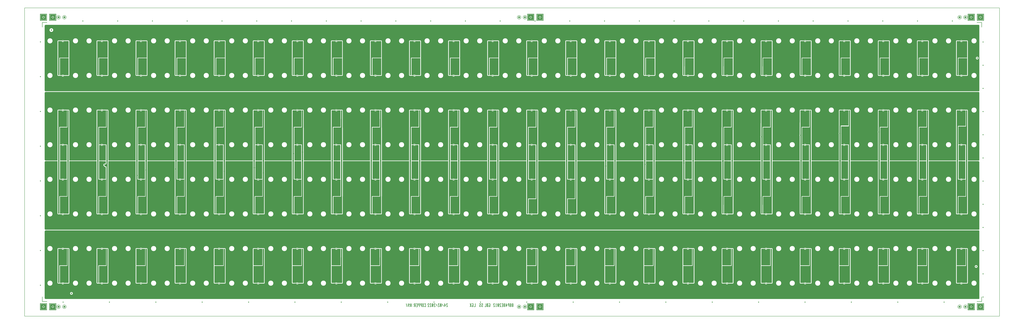
<source format=gbl>
*
%FSLAX26Y26*%
%MOIN*%
%ADD10C,0.031811*%
%ADD11C,0.042370*%
%ADD12R,0.007800X0.007800*%
%ADD13C,0.040620*%
%ADD14C,0.005440*%
%ADD15C,0.020000*%
%ADD16C,0.006500*%
%ADD17C,0.118425*%
%ADD18C,0.031496*%
%ADD19C,0.005000*%
%ADD20C,0.011810*%
%ADD21C,0.015000*%
%ADD22C,0.059060*%
%ADD23C,0.005910*%
%ADD24C,0.033465*%
%ADD25C,0.010000*%
%IPPOS*%
%LN88p48e2012.gbl*%
%LPD*%
G75*
G36*
X00564844Y07544998D02*
Y08058050D01*
X00658852D01*
G03X00833490Y08058050I00087319J00000000D01*
G01X01004899D01*
X01008861Y08052134D01*
X01008924Y08052067D01*
X01016450Y08047039D01*
X01016512Y08047012D01*
X01025532Y08045217D01*
X01064783Y08045222D01*
X01074238Y08047106D01*
X01074550Y08047133D01*
X01074985Y08047117D01*
X01084502Y08045228D01*
X01095824Y08045224D01*
G02X01098685Y08048034I00003038J-00000231D01*
G01X01148075Y08048039D01*
G02X01150564Y08046479I-00000143J-00002993D01*
G01X01150875Y08045613D01*
X01150999Y08017029D01*
X01175010D01*
X01175072Y08018837D01*
G02X01177872Y08021399I00002966J-00000430D01*
G01X01180111Y08021395D01*
X01180422Y08021352D01*
X01180733Y08021275D01*
X01181044Y08021161D01*
X01181853Y08020646D01*
G03X01189566Y08017118I00008303J00007957D01*
G01X01189877Y08017032D01*
X01215008Y08017029D01*
X01215132Y08042649D01*
G02X01218118Y08045217I00002968J-00000431D01*
G01X01379726Y08045222D01*
X01388746Y08047025D01*
X01388808Y08047052D01*
X01396335Y08052089D01*
X01396397Y08052163D01*
X01400334Y08058050D01*
X01524990D01*
G03X01699628Y08058050I00087319J00000000D01*
G01X01985616D01*
G03X02160254Y08058050I00087319J00000000D01*
G01X02331669D01*
X02335626Y08052138D01*
X02335688Y08052070D01*
X02343215Y08047043D01*
X02343277Y08047016D01*
X02352297Y08045218D01*
X02391548Y08045222D01*
X02401003Y08047102D01*
X02401314Y08047129D01*
X02401750Y08047113D01*
X02411329Y08045222D01*
X02422588Y08045220D01*
G02X02425450Y08048034I00003038J-00000227D01*
G01X02474840Y08048039D01*
G02X02477328Y08046479I-00000143J-00002993D01*
G01X02477639Y08045613D01*
X02477764Y08017029D01*
X02501775D01*
X02501837Y08018837D01*
G02X02505320Y08021406I00002994J-00000413D01*
G01X02506813Y08021400D01*
X02507124Y08021364D01*
X02507435Y08021293D01*
X02507746Y08021187D01*
X02508555Y08020699D01*
G03X02516642Y08017031I00008850J00008762D01*
G01X02541772Y08017029D01*
X02541897Y08042651D01*
G02X02544634Y08045209I00002967J-00000431D01*
G01X02706490Y08045220D01*
X02715510Y08047021D01*
X02715572Y08047048D01*
X02723099Y08052091D01*
X02723161Y08052159D01*
X02727103Y08058050D01*
X02851755D01*
G03X03026393Y08058050I00087319J00000000D01*
G01X03312362D01*
G03X03486976Y08058050I00087307J00000000D01*
G01X03658438D01*
X03662390Y08052141D01*
X03662453Y08052074D01*
X03669979Y08047046D01*
X03670042Y08047019D01*
X03679061Y08045218D01*
X03718313Y08045222D01*
X03728016Y08047132D01*
X03728514Y08047118D01*
X03738218Y08045216D01*
X03749353Y08045220D01*
G02X03752214Y08048034I00003038J-00000227D01*
G01X03801605Y08048039D01*
G02X03804093Y08046479I-00000143J-00002993D01*
G01X03804404Y08045613D01*
X03804528Y08017029D01*
X03828539D01*
X03828601Y08018837D01*
G02X03832085Y08021406I00002994J-00000413D01*
G01X03833578Y08021400D01*
X03833889Y08021364D01*
X03834200Y08021293D01*
X03834511Y08021187D01*
X03835320Y08020699D01*
G03X03843406Y08017031I00008850J00008762D01*
G01X03868537Y08017029D01*
X03868661Y08042650D01*
G02X03871398Y08045208I00002967J-00000431D01*
G01X04033255Y08045219D01*
X04042275Y08047021D01*
X04042337Y08047048D01*
X04049864Y08052078D01*
X04049926Y08052145D01*
X04053874Y08058050D01*
X04178500D01*
G03X04353114Y08058050I00087307J00000000D01*
G01X04639126D01*
G03X04813740Y08058050I00087307J00000000D01*
G01X04985209D01*
X04989155Y08052158D01*
X04989217Y08052084D01*
X04996744Y08047055D01*
X04996806Y08047023D01*
X05005826Y08045222D01*
X05045015Y08045216D01*
X05054532Y08047105D01*
X05054843Y08047132D01*
X05055279Y08047115D01*
X05064858Y08045222D01*
X05076117Y08045221D01*
G02X05078979Y08048034I00003038J-00000228D01*
G01X05128369Y08048039D01*
G02X05130857Y08046479I-00000143J-00002993D01*
G01X05131168Y08045613D01*
X05131293Y08017029D01*
X05155304D01*
X05155366Y08018837D01*
G02X05158165Y08021399I00002966J-00000430D01*
G01X05160405Y08021395D01*
X05160716Y08021352D01*
X05161027Y08021275D01*
X05161338Y08021161D01*
X05162146Y08020646D01*
G03X05169860Y08017118I00008303J00007957D01*
G01X05170171Y08017032D01*
X05195301Y08017029D01*
X05195426Y08042647D01*
G02X05198225Y08045209I00002966J-00000431D01*
G01X05360082Y08045223D01*
X05369039Y08047017D01*
X05369101Y08047044D01*
X05376628Y08052075D01*
X05376690Y08052142D01*
X05380642Y08058050D01*
X05505265D01*
G03X05679879Y08058050I00087307J00000000D01*
G01X05965891D01*
G03X06140505Y08058050I00087307J00000000D01*
G01X06311980D01*
X06315920Y08052170D01*
X06315982Y08052096D01*
X06323571Y08047025D01*
X06332590Y08045222D01*
X06371904Y08045228D01*
X06381110Y08047071D01*
X06382354D01*
X06391685Y08045217D01*
X06402882Y08045221D01*
X06402944Y08045310D01*
G02X06405494Y08048004I00003005J-00000290D01*
G01X06405805Y08048038D01*
X06454761Y08048045D01*
G02X06457933Y08045613I00000222J-00002995D01*
G01X06458057Y08017029D01*
X06482068D01*
X06482131Y08018837D01*
G02X06484930Y08021399I00002966J-00000430D01*
G01X06487169Y08021395D01*
X06487480Y08021352D01*
X06487791Y08021275D01*
X06488102Y08021161D01*
X06488911Y08020646D01*
G03X06496624Y08017118I00008303J00007957D01*
G01X06496935Y08017032D01*
X06522066Y08017029D01*
X06522190Y08042647D01*
G02X06524990Y08045209I00002966J-00000431D01*
G01X06686846Y08045223D01*
X06695804Y08047014D01*
X06695866Y08047041D01*
X06703393Y08052063D01*
X06703455Y08052117D01*
X06707419Y08058050D01*
X06832029D01*
G03X07006644Y08058050I00087307J00000000D01*
G01X07292655D01*
G03X07467270Y08058050I00087307J00000000D01*
G01X07638750D01*
X07642684Y08052175D01*
X07642746Y08052101D01*
X07650335Y08047027D01*
X07650398Y08047006D01*
X07659355Y08045222D01*
X07698606Y08045217D01*
X07708248Y08047125D01*
X07708808Y08047116D01*
X07718387Y08045224D01*
X07729646Y08045219D01*
G02X07732508Y08048034I00003038J-00000227D01*
G01X07781898Y08048039D01*
G02X07784387Y08046479I-00000143J-00002993D01*
G01X07784698Y08045613D01*
X07784822Y08017029D01*
X07808833D01*
X07808895Y08018837D01*
G02X07812379Y08021406I00002994J-00000413D01*
G01X07813872Y08021400D01*
X07814183Y08021364D01*
X07814494Y08021293D01*
X07814805Y08021187D01*
X07815613Y08020699D01*
G03X07823700Y08017031I00008850J00008762D01*
G01X07848831Y08017029D01*
X07848955Y08042647D01*
G02X07851692Y08045205I00002967J-00000431D01*
G01X08013611Y08045223D01*
X08022568Y08047012D01*
X08022631Y08047039D01*
X08030157Y08052059D01*
X08030220Y08052112D01*
X08034189Y08058050D01*
X08158794D01*
G03X08333408Y08058050I00087307J00000000D01*
G01X08619420D01*
G03X08794034Y08058050I00087307J00000000D01*
G01X08965533D01*
X08969449Y08052184D01*
X08969511Y08052110D01*
X08977100Y08047030D01*
X08977162Y08047008D01*
X08986120Y08045222D01*
X09025371Y08045217D01*
X09035324Y08047136D01*
X09035635Y08047118D01*
X09045152Y08045224D01*
X09056411Y08045220D01*
G02X09059272Y08048034I00003038J-00000227D01*
G01X09108663Y08048039D01*
G02X09111151Y08046479I-00000143J-00002993D01*
G01X09111462Y08045613D01*
X09111587Y08017029D01*
X09135660D01*
X09135722Y08018837D01*
G02X09138459Y08021395I00002966J-00000430D01*
G01X09140761D01*
X09141072Y08021353D01*
X09141383Y08021276D01*
X09141694Y08021162D01*
X09142502Y08020647D01*
G03X09148972Y08017281I00008268J00007991D01*
G01X09150527Y08017029D01*
X09175657D01*
X09175782Y08042647D01*
G02X09178581Y08045209I00002966J-00000431D01*
G01X09340375Y08045222D01*
X09349333Y08047011D01*
X09349395Y08047038D01*
X09356984Y08052109D01*
X09357046Y08052182D01*
X09360961Y08058050D01*
X09485559D01*
G03X09660173Y08058050I00087307J00000000D01*
G01X09946185D01*
G03X10120799Y08058050I00087307J00000000D01*
G01X10292310D01*
X10296275Y08052113D01*
X10296338Y08052058D01*
X10303864Y08047036D01*
X10303927Y08047009D01*
X10312884Y08045223D01*
X10352135Y08045217D01*
X10361404Y08047061D01*
G02X10362648Y08047078I00000663J-00002976D01*
G01X10371916Y08045226D01*
X10383175Y08045222D01*
X10383238Y08045313D01*
G02X10385788Y08048004I00003005J-00000293D01*
G01X10386099Y08048038D01*
X10435054Y08048045D01*
G02X10438227Y08045613I00000223J-00002995D01*
G01X10438351Y08017029D01*
X10462424D01*
X10462487Y08018837D01*
G02X10465286Y08021399I00002966J-00000430D01*
G01X10467525Y08021395D01*
X10467836Y08021353D01*
X10468147Y08021276D01*
X10468458Y08021162D01*
X10469267Y08020647D01*
G03X10475736Y08017281I00008268J00007991D01*
G01X10477291Y08017029D01*
X10502422D01*
X10502546Y08042648D01*
G02X10505346Y08045210I00002966J-00000431D01*
G01X10667140Y08045222D01*
X10676160Y08047027D01*
X10683749Y08052099D01*
X10683811Y08052173D01*
X10687723Y08058050D01*
X10812323D01*
G03X10986937Y08058050I00087307J00000000D01*
G01X11272949D01*
G03X11447563Y08058050I00087307J00000000D01*
G01X11619075D01*
X11623040Y08052118D01*
X11623102Y08052061D01*
X11630629Y08047040D01*
X11630691Y08047013D01*
X11639649Y08045224D01*
X11678900Y08045217D01*
X11688417Y08047104D01*
X11688728Y08047131D01*
X11689164Y08047115D01*
X11698681Y08045229D01*
X11710002Y08045225D01*
G02X11712864Y08048034I00003037J-00000232D01*
G01X11762192Y08048039D01*
G02X11764680Y08046479I-00000143J-00002993D01*
G01X11764991Y08045613D01*
X11765116Y08017029D01*
X11789189D01*
X11789251Y08018837D01*
G02X11792735Y08021406I00002994J-00000413D01*
G01X11794227Y08021400D01*
X11794538Y08021364D01*
X11794850Y08021293D01*
X11795161Y08021187D01*
X11795969Y08020699D01*
G03X11804056Y08017031I00008850J00008762D01*
G01X11829187Y08017029D01*
X11829311Y08042650D01*
G02X11832048Y08045208I00002967J-00000431D01*
G01X11993905Y08045222D01*
X12002924Y08047025D01*
X12002987Y08047058D01*
X12010513Y08052096D01*
X12010575Y08052170D01*
X12014503Y08058050D01*
X12139088D01*
G03X12313702Y08058050I00087307J00000000D01*
G01X12599714D01*
G03X12774328Y08058050I00087307J00000000D01*
G01X12945851D01*
X12949805Y08052132D01*
X12949867Y08052065D01*
X12957394Y08047044D01*
X12957456Y08047017D01*
X12966413Y08045224D01*
X13005664Y08045217D01*
X13015493Y08047133D01*
X13015990Y08047119D01*
X13025508Y08045222D01*
X13036767Y08045218D01*
G02X13039628Y08048034I00003038J-00000225D01*
G01X13089019Y08048039D01*
G02X13091507Y08046479I-00000143J-00002993D01*
G01X13091818Y08045613D01*
X13091942Y08017029D01*
X13115953D01*
X13116016Y08018837D01*
G02X13119499Y08021406I00002994J-00000413D01*
G01X13120992Y08021400D01*
X13121303Y08021364D01*
X13121614Y08021293D01*
X13121925Y08021187D01*
X13122734Y08020699D01*
G03X13130820Y08017031I00008850J00008762D01*
G01X13155951Y08017029D01*
X13156075Y08042646D01*
G02X13158875Y08045208I00002966J-00000431D01*
G01X13320669Y08045222D01*
X13329689Y08047022D01*
X13329751Y08047054D01*
X13337278Y08052091D01*
X13337340Y08052165D01*
X13341282Y08058050D01*
X13465852D01*
G03X13640466Y08058050I00087307J00000000D01*
G01X13926435D01*
G03X14101073Y08058050I00087319J00000000D01*
G01X14272609D01*
X14276569Y08052136D01*
X14276631Y08052068D01*
X14284158Y08047048D01*
X14284220Y08047021D01*
X14293240Y08045222D01*
X14332429Y08045216D01*
X14341946Y08047104D01*
X14342257Y08047131D01*
X14342693Y08047115D01*
X14352397Y08045216D01*
X14363531Y08045220D01*
X14363594Y08045309D01*
G02X14366144Y08048004I00003005J-00000290D01*
G01X14366455Y08048038D01*
X14415410Y08048045D01*
G02X14418583Y08045613I00000223J-00002995D01*
G01X14418707Y08017029D01*
X14442718D01*
X14442780Y08018837D01*
G02X14445579Y08021399I00002966J-00000430D01*
G01X14447819Y08021395D01*
X14448130Y08021352D01*
X14448441Y08021275D01*
X14448752Y08021161D01*
X14449561Y08020646D01*
G03X14457274Y08017118I00008303J00007957D01*
G01X14457585Y08017032D01*
X14482716Y08017029D01*
X14482840Y08042650D01*
G02X14485639Y08045212I00002966J-00000431D01*
G01X14647434Y08045219D01*
X14656453Y08047023D01*
X14656516Y08047050D01*
X14664042Y08052077D01*
X14664105Y08052145D01*
X14668054Y08058050D01*
X14792574D01*
G03X14967212Y08058050I00087319J00000000D01*
G01X15253200D01*
G03X15427838Y08058050I00087319J00000000D01*
G01X15599381D01*
X15603334Y08052160D01*
X15603396Y08052086D01*
X15610923Y08047050D01*
X15610985Y08047019D01*
X15620005Y08045222D01*
X15659194Y08045216D01*
X15668711Y08047103D01*
X15669022Y08047130D01*
X15669457Y08047114D01*
X15679037Y08045222D01*
X15690296Y08045218D01*
G02X15693157Y08048034I00003038J-00000226D01*
G01X15742548Y08048039D01*
G02X15745036Y08046479I-00000143J-00002993D01*
G01X15745347Y08045613D01*
X15745472Y08017029D01*
X15769483D01*
X15769545Y08018837D01*
G02X15773028Y08021406I00002994J-00000413D01*
G01X15774521Y08021400D01*
X15774832Y08021364D01*
X15775143Y08021293D01*
X15775454Y08021187D01*
X15776263Y08020699D01*
G03X15784350Y08017031I00008850J00008762D01*
G01X15809480Y08017029D01*
X15809605Y08042648D01*
G02X15812342Y08045206I00002967J-00000431D01*
G01X15974198Y08045218D01*
X15983218Y08047023D01*
X15983280Y08047050D01*
X15990807Y08052074D01*
X15990869Y08052141D01*
X15994823Y08058050D01*
X16119338D01*
G03X16293976Y08058050I00087319J00000000D01*
G01X16579964D01*
G03X16754602Y08058050I00087319J00000000D01*
G01X16926159D01*
X16930098Y08052164D01*
X16930161Y08052090D01*
X16937687Y08047053D01*
X16937750Y08047022D01*
X16946769Y08045222D01*
X16985958Y08045216D01*
X16995475Y08047106D01*
X16995787Y08047133D01*
X16996222Y08047116D01*
X17005801Y08045222D01*
X17017061Y08045220D01*
G02X17019922Y08048034I00003038J-00000227D01*
G01X17069313Y08048039D01*
G02X17071801Y08046479I-00000143J-00002993D01*
G01X17072112Y08045613D01*
X17072236Y08017029D01*
X17096247D01*
X17096309Y08018837D01*
G02X17099793Y08021406I00002994J-00000413D01*
G01X17101286Y08021400D01*
X17101597Y08021364D01*
X17101908Y08021293D01*
X17102219Y08021187D01*
X17103027Y08020699D01*
G03X17111114Y08017031I00008850J00008762D01*
G01X17136245Y08017029D01*
X17136369Y08042648D01*
G02X17139168Y08045210I00002966J-00000431D01*
G01X17300963Y08045217D01*
X17309983Y08047019D01*
X17310045Y08047046D01*
X17317572Y08052069D01*
X17321589Y08058050D01*
X17446103D01*
G03X17620741Y08058050I00087319J00000000D01*
G01X17906729D01*
G03X18081367Y08058050I00087319J00000000D01*
G01X18252928D01*
X18256863Y08052167D01*
X18256925Y08052092D01*
X18264514Y08047024D01*
X18273596Y08045216D01*
X18312785Y08045221D01*
X18322240Y08047105D01*
X18322551Y08047132D01*
X18322987Y08047115D01*
X18332566Y08045224D01*
X18343825Y08045220D01*
G02X18346375Y08047993I00003039J-00000235D01*
G01X18346687Y08048034D01*
X18395704Y08048045D01*
G02X18398876Y08045613I00000222J-00002995D01*
G01X18399001Y08017029D01*
X18423012D01*
X18423074Y08018837D01*
G02X18425873Y08021399I00002966J-00000430D01*
G01X18428113Y08021395D01*
X18428424Y08021352D01*
X18428735Y08021275D01*
X18429046Y08021161D01*
X18429854Y08020646D01*
G03X18437568Y08017118I00008303J00007957D01*
G01X18437879Y08017032D01*
X18463009Y08017029D01*
X18463134Y08042648D01*
G02X18465933Y08045210I00002966J-00000431D01*
G01X18627790Y08045224D01*
X18636747Y08047012D01*
X18636809Y08047039D01*
X18644336Y08052065D01*
X18644398Y08052121D01*
X18648357Y08058050D01*
X18772867D01*
G03X18947506Y08058050I00087319J00000000D01*
G01X19233493D01*
G03X19408132Y08058050I00087319J00000000D01*
G01X19579708D01*
X19583627Y08052171D01*
X19583690Y08052097D01*
X19591279Y08047026D01*
X19600298Y08045222D01*
X19639550Y08045218D01*
X19649316Y08047128D01*
X19649813Y08047114D01*
X19659331Y08045225D01*
X19670590Y08045221D01*
G02X19673451Y08048034I00003038J-00000228D01*
G01X19722842Y08048039D01*
G02X19725330Y08046479I-00000143J-00002993D01*
G01X19725641Y08045613D01*
X19725765Y08017029D01*
X19749776D01*
X19749838Y08018837D01*
G02X19753322Y08021406I00002994J-00000413D01*
G01X19754815Y08021400D01*
X19755126Y08021364D01*
X19755437Y08021293D01*
X19755748Y08021187D01*
X19756557Y08020699D01*
G03X19764643Y08017031I00008850J00008762D01*
G01X19789774Y08017029D01*
X19789898Y08042647D01*
G02X19792635Y08045205I00002967J-00000431D01*
G01X19954554Y08045222D01*
X19963512Y08047011D01*
X19963574Y08047038D01*
X19971101Y08052062D01*
X19971163Y08052116D01*
X19975129Y08058050D01*
X20099632D01*
G03X20274270Y08058050I00087319J00000000D01*
G01X20560258D01*
G03X20734896Y08058050I00087319J00000000D01*
G01X20906471D01*
X20910392Y08052180D01*
X20910454Y08052105D01*
X20918043Y08047036D01*
X20918105Y08047009D01*
X20927063Y08045222D01*
X20966314Y08045217D01*
X20976018Y08047124D01*
X20976578Y08047114D01*
X20986095Y08045226D01*
X20997354Y08045222D01*
G02X21000216Y08048034I00003038J-00000229D01*
G01X21049606Y08048039D01*
G02X21052094Y08046479I-00000143J-00002993D01*
G01X21052405Y08045613D01*
X21052530Y08017029D01*
X21076603D01*
X21076665Y08018837D01*
G02X21080149Y08021406I00002994J-00000413D01*
G01X21081642Y08021400D01*
X21081953Y08021364D01*
X21082264Y08021294D01*
X21082575Y08021187D01*
X21083383Y08020700D01*
G03X21090972Y08017150I00008374J00008014D01*
G01X21091470Y08017029D01*
X21116601D01*
X21116725Y08042648D01*
G02X21119462Y08045206I00002967J-00000431D01*
G01X21281319Y08045222D01*
X21290276Y08047010D01*
X21290338Y08047037D01*
X21297927Y08052119D01*
X21297990Y08052187D01*
X21301902Y08058050D01*
X21426377D01*
G03X21600992Y08058050I00087308J00000000D01*
G01X21887003D01*
G03X22061618Y08058050I00087308J00000000D01*
G01X22233245D01*
X22237157Y08052188D01*
X22237219Y08052114D01*
X22244808Y08047037D01*
X22244870Y08047010D01*
X22253827Y08045224D01*
X22293079Y08045218D01*
X22302596Y08047105D01*
X22302907Y08047132D01*
X22303342Y08047115D01*
X22312860Y08045227D01*
X22324181Y08045223D01*
G02X22326731Y08047993I00003038J-00000238D01*
G01X22327042Y08048034D01*
X22375998Y08048045D01*
G02X22379170Y08045613I00000222J-00002995D01*
G01X22379294Y08017029D01*
X22403368D01*
X22403430Y08018837D01*
G02X22406229Y08021399I00002966J-00000430D01*
G01X22408468Y08021395D01*
X22408779Y08021353D01*
X22409090Y08021276D01*
X22409401Y08021162D01*
X22410210Y08020647D01*
G03X22416679Y08017281I00008268J00007991D01*
G01X22418235Y08017029D01*
X22443365D01*
X22443490Y08042649D01*
G02X22446289Y08045211I00002966J-00000431D01*
G01X22608083Y08045222D01*
X22617041Y08047008D01*
X22617103Y08047028D01*
X22624692Y08052094D01*
X22624754Y08052168D01*
X22628684Y08058050D01*
X22753142D01*
G03X22927756Y08058050I00087307J00000000D01*
G01X23213768D01*
G03X23388382Y08058050I00087307J00000000D01*
G01X23560015D01*
X23563983Y08052133D01*
X23564046Y08052066D01*
X23571572Y08047038D01*
X23571635Y08047011D01*
X23580592Y08045224D01*
X23619843Y08045217D01*
X23629361Y08047105D01*
X23629672Y08047132D01*
X23630107Y08047116D01*
X23639687Y08045222D01*
X23650946Y08045220D01*
G02X23653807Y08048034I00003038J-00000227D01*
G01X23703198Y08048039D01*
G02X23705686Y08046479I-00000143J-00002993D01*
G01X23705997Y08045613D01*
X23706121Y08017029D01*
X23730132D01*
X23730194Y08018837D01*
G02X23733678Y08021406I00002994J-00000413D01*
G01X23735171Y08021400D01*
X23735482Y08021364D01*
X23735793Y08021293D01*
X23736104Y08021187D01*
X23736913Y08020699D01*
G03X23744999Y08017031I00008850J00008762D01*
G01X23770130Y08017029D01*
X23770254Y08042646D01*
G02X23772991Y08045204I00002967J-00000431D01*
G01X23934848Y08045222D01*
X23943868Y08047026D01*
X23951457Y08052097D01*
X23951519Y08052165D01*
X23955454Y08058050D01*
X24079907D01*
G03X24254521Y08058050I00087307J00000000D01*
G01X24540533D01*
G03X24715147Y08058050I00087307J00000000D01*
G01X24886789D01*
X24890748Y08052136D01*
X24890810Y08052069D01*
X24898337Y08047042D01*
X24898399Y08047015D01*
X24907419Y08045218D01*
X24946670Y08045222D01*
X24955938Y08047070D01*
X24956623Y08047136D01*
X24956934Y08047118D01*
X24966451Y08045222D01*
X24977710Y08045220D01*
G02X24980572Y08048034I00003038J-00000227D01*
G01X25029962Y08048039D01*
G02X25032450Y08046479I-00000143J-00002993D01*
G01X25032761Y08045613D01*
X25032886Y08017029D01*
X25056897D01*
X25056959Y08018837D01*
G02X25060442Y08021406I00002994J-00000413D01*
G01X25061935Y08021400D01*
X25062246Y08021364D01*
X25062557Y08021293D01*
X25062868Y08021187D01*
X25063677Y08020699D01*
G03X25071764Y08017031I00008850J00008762D01*
G01X25096894Y08017029D01*
X25097019Y08042651D01*
G02X25099756Y08045209I00002967J-00000431D01*
G01X25261613Y08045220D01*
X25270632Y08047023D01*
X25270694Y08047050D01*
X25278221Y08052088D01*
X25278283Y08052161D01*
X25282224Y08058050D01*
X25406671D01*
G03X25581285Y08058050I00087307J00000000D01*
G01X25867297D01*
G03X26041911Y08058050I00087307J00000000D01*
G01X26213558D01*
X26217513Y08052140D01*
X26217575Y08052073D01*
X26225101Y08047045D01*
X26225164Y08047018D01*
X26234183Y08045218D01*
X26273435Y08045222D01*
X26282890Y08047102D01*
X26283201Y08047130D01*
X26283636Y08047113D01*
X26293216Y08045222D01*
X26304475Y08045220D01*
G02X26307025Y08047993I00003039J-00000235D01*
G01X26307336Y08048034D01*
X26356353Y08048045D01*
G02X26359526Y08045613I00000223J-00002995D01*
G01X26359650Y08017029D01*
X26383661D01*
X26383724Y08018837D01*
G02X26386523Y08021399I00002966J-00000430D01*
G01X26388762Y08021395D01*
X26389073Y08021352D01*
X26389384Y08021275D01*
X26389695Y08021161D01*
X26390504Y08020646D01*
G03X26398217Y08017118I00008303J00007957D01*
G01X26398528Y08017032D01*
X26423659Y08017029D01*
X26423783Y08042650D01*
G02X26426583Y08045212I00002966J-00000431D01*
G01X26588377Y08045219D01*
X26597397Y08047022D01*
X26597459Y08047049D01*
X26604986Y08052079D01*
X26605048Y08052147D01*
X26608994Y08058050D01*
X26733436D01*
G03X26908050Y08058050I00087307J00000000D01*
G01X27194062D01*
G03X27368676Y08058050I00087307J00000000D01*
G01X27540329D01*
X27544277Y08052157D01*
X27544339Y08052083D01*
X27551866Y08047049D01*
X27551928Y08047022D01*
X27560886Y08045228D01*
X27600137Y08045216D01*
X27609654Y08047102D01*
X27609965Y08047130D01*
X27610401Y08047113D01*
X27619980Y08045222D01*
X27631239Y08045220D01*
G02X27634101Y08048034I00003038J-00000227D01*
G01X27683491Y08048039D01*
G02X27685979Y08046479I-00000143J-00002993D01*
G01X27686290Y08045613D01*
X27686415Y08017029D01*
X27710426D01*
X27710488Y08018837D01*
G02X27713972Y08021406I00002994J-00000413D01*
G01X27715464Y08021400D01*
X27715775Y08021364D01*
X27716087Y08021293D01*
X27716398Y08021187D01*
X27717206Y08020699D01*
G03X27725293Y08017031I00008850J00008762D01*
G01X27750424Y08017029D01*
X27750548Y08042649D01*
G02X27753285Y08045207I00002967J-00000431D01*
G01X27915142Y08045219D01*
X27924161Y08047019D01*
X27924224Y08047046D01*
X27931750Y08052076D01*
X27931813Y08052143D01*
X27935764Y08058050D01*
X28060200D01*
G03X28234814Y08058050I00087307J00000000D01*
G01X28520826D01*
G03X28695440Y08058050I00087307J00000000D01*
G01X28867099D01*
X28871042Y08052162D01*
X28871104Y08052088D01*
X28878693Y08047023D01*
X28887650Y08045229D01*
X28926901Y08045216D01*
X28936419Y08047102D01*
X28936730Y08047130D01*
X28937165Y08047113D01*
X28946745Y08045222D01*
X28958004Y08045218D01*
G02X28960865Y08048034I00003038J-00000226D01*
G01X29010256Y08048039D01*
G02X29012744Y08046479I-00000143J-00002993D01*
G01X29013055Y08045613D01*
X29013179Y08017029D01*
X29037190D01*
X29037253Y08018837D01*
G02X29040736Y08021406I00002994J-00000413D01*
G01X29042229Y08021400D01*
X29042540Y08021364D01*
X29042851Y08021293D01*
X29043162Y08021187D01*
X29043971Y08020699D01*
G03X29052057Y08017031I00008850J00008762D01*
G01X29077188Y08017029D01*
X29077313Y08042648D01*
G02X29080050Y08045206I00002967J-00000431D01*
G01X29241906Y08045218D01*
X29250926Y08047015D01*
X29250988Y08047042D01*
X29258515Y08052073D01*
X29258577Y08052140D01*
X29262533Y08058050D01*
X29386965D01*
G03X29561579Y08058050I00087307J00000000D01*
G01X29847591D01*
G03X30022205Y08058050I00087307J00000000D01*
G01X30193869D01*
X30197806Y08052166D01*
X30197868Y08052091D01*
X30205457Y08047026D01*
X30214477Y08045222D01*
X30253666Y08045216D01*
X30263183Y08047102D01*
X30263494Y08047129D01*
X30263930Y08047113D01*
X30273509Y08045224D01*
X30284768Y08045222D01*
G02X30287630Y08048034I00003038J-00000229D01*
G01X30337020Y08048039D01*
G02X30339509Y08046479I-00000143J-00002993D01*
G01X30339820Y08045613D01*
X30339944Y08017029D01*
X30363955D01*
X30364017Y08018837D01*
G02X30366816Y08021399I00002966J-00000430D01*
G01X30369056Y08021395D01*
X30369367Y08021352D01*
X30369678Y08021275D01*
X30369989Y08021161D01*
X30370798Y08020646D01*
G03X30378511Y08017118I00008303J00007957D01*
G01X30378822Y08017032D01*
X30403953Y08017029D01*
X30404077Y08042648D01*
G02X30406876Y08045210I00002966J-00000431D01*
G01X30568733Y08045224D01*
X30577690Y08047013D01*
X30577753Y08047040D01*
X30585279Y08052060D01*
X30585342Y08052113D01*
X30589310Y08058050D01*
X30713729D01*
G03X30888344Y08058050I00087307J00000000D01*
G01X31174312D01*
G03X31348950Y08058050I00087319J00000000D01*
G01X31520629D01*
X31524571Y08052162D01*
X31524633Y08052088D01*
X31532222Y08047025D01*
X31541242Y08045222D01*
X31580493Y08045218D01*
X31589761Y08047072D01*
X31591005Y08047071D01*
X31600336Y08045216D01*
X31611533Y08045221D01*
X31611595Y08045310D01*
G02X31614146Y08048004I00003005J-00000290D01*
G01X31614457Y08048038D01*
X31663412Y08048045D01*
G02X31666584Y08045613I00000222J-00002995D01*
G01X31666709Y08017029D01*
X31690720D01*
X31690782Y08018837D01*
G02X31693581Y08021399I00002966J-00000430D01*
G01X31695883Y08021395D01*
X31696194Y08021353D01*
X31696505Y08021276D01*
X31696816Y08021162D01*
X31697624Y08020647D01*
G03X31704094Y08017281I00008268J00007991D01*
G01X31705649Y08017029D01*
X31730717D01*
X31730842Y08042647D01*
G02X31733641Y08045209I00002966J-00000431D01*
G01X31895498Y08045223D01*
X31904455Y08047014D01*
X31904517Y08047041D01*
X31912044Y08052063D01*
X31912106Y08052119D01*
X31916069Y08058050D01*
X32040494D01*
G03X32215108Y08058050I00087307J00000000D01*
G01X32309035D01*
Y07533184D01*
G02X32307915Y07531358I-00002951J00000554D01*
G01X32298211Y07521631D01*
G02X32297153Y07520938I-00002133J00002103D01*
G02X32289129Y07521265I-00003302J00017597D01*
G01X00588668Y07521282D01*
X00587735Y07521529D01*
X00586927Y07522062D01*
X00565404Y07543642D01*
X00565217Y07543925D01*
X00564844Y07544998D01*
G37*
G36*
Y08058050D02*
Y09234030D01*
X00658852D01*
G03X00832888Y09223800I00087319J00000000D01*
G01X01002081D01*
Y08068281D01*
X01003823Y08059708D01*
X01003885Y08059564D01*
X01004899Y08058050D01*
X00833490D01*
G03X00658852Y08058050I-00087319J00000000D01*
G01X00564844D01*
G37*
G36*
Y09234030D02*
Y09600306D01*
X00731770D01*
X00732983Y09587761D01*
X00736529Y09576154D01*
X00742314Y09565340D01*
X00750090Y09555864D01*
X00759669Y09548015D01*
X00770431Y09542270D01*
X00782187Y09538707D01*
X00794442Y09537514D01*
X00806634Y09538714D01*
X00818390Y09542281D01*
X00829152Y09548031D01*
X00838669Y09555825D01*
X00846507Y09565391D01*
X00852292Y09576233D01*
X00855775Y09587701D01*
X00857051Y09600167D01*
X32309035D01*
Y09234030D01*
X32215108D01*
G03X32040494Y09234030I-00087307J00000000D01*
G01X31916069D01*
X31912106Y09239962D01*
X31912044Y09240017D01*
X31904517Y09245038D01*
X31904455Y09245065D01*
X31895435Y09246854D01*
X31734263D01*
G02X31730842Y09249423I-00000434J00002985D01*
G01X31730717Y09261213D01*
X31706706D01*
G02X31704156Y09258794I-00002969J00000577D01*
G01X31694265Y09258757D01*
G02X31690782Y09261213I-00000327J00003234D01*
G01X31666709D01*
X31666584Y09246467D01*
G02X31664096Y09244073I-00002943J00000568D01*
G01X31615079Y09244035D01*
G02X31611720Y09246293I-00000433J00002984D01*
G01X31611595Y09246761D01*
X31611533Y09246852D01*
X31541242Y09246848D01*
X31532222Y09245056D01*
X31532160Y09245023D01*
X31524633Y09239993D01*
X31524571Y09239919D01*
X31520629Y09234030D01*
X31348950D01*
G03X31174312Y09234030I-00087319J00000000D01*
G01X30888344D01*
G03X30713729Y09234030I-00087307J00000000D01*
G01X30589299D01*
X30585342Y09239967D01*
X30585279Y09240020D01*
X30577753Y09245040D01*
X30577690Y09245067D01*
X30568671Y09246853D01*
X30407498D01*
G02X30404077Y09249423I-00000434J00002985D01*
G01X30403953Y09261213D01*
X30379942D01*
G02X30377391Y09258794I-00002969J00000577D01*
G01X30367501Y09258757D01*
G02X30364017Y09261213I-00000328J00003234D01*
G01X30339944D01*
X30339820Y09246467D01*
G02X30337331Y09244073I-00002943J00000568D01*
G01X30288314Y09244035D01*
G02X30284955Y09246293I-00000433J00002984D01*
G01X30284831Y09246761D01*
X30284768Y09246853D01*
X30214477Y09246849D01*
X30205457Y09245054D01*
X30197868Y09239989D01*
X30197806Y09239915D01*
X30193869Y09234030D01*
X30022205D01*
G03X29847591Y09234030I-00087307J00000000D01*
G01X29561579D01*
G03X29386965Y09234030I-00087307J00000000D01*
G01X29262533D01*
X29258577Y09239940D01*
X29258515Y09240007D01*
X29250988Y09245038D01*
X29250926Y09245065D01*
X29241906Y09246851D01*
X29080050Y09246862D01*
G02X29077313Y09249420I00000230J00002989D01*
G01X29077188Y09261213D01*
X29053177D01*
G02X29050627Y09258794I-00002969J00000577D01*
G01X29040736Y09258757D01*
G02X29037253Y09261213I-00000327J00003234D01*
G01X29013179D01*
X29013055Y09246467D01*
G02X29010567Y09244073I-00002943J00000568D01*
G01X28961550Y09244035D01*
G02X28958190Y09246293I-00000433J00002984D01*
G01X28958066Y09246756D01*
X28958004Y09246846D01*
X28887650Y09246842D01*
X28878693Y09245056D01*
X28871104Y09239993D01*
X28871042Y09239918D01*
X28867099Y09234030D01*
X28695440D01*
G03X28520826Y09234030I-00087307J00000000D01*
G01X28234814D01*
G03X28060200Y09234030I-00087307J00000000D01*
G01X27935764D01*
X27931813Y09239937D01*
X27931750Y09240004D01*
X27924224Y09245034D01*
X27924161Y09245061D01*
X27915142Y09246850D01*
X27753285Y09246861D01*
G02X27750548Y09249419I00000230J00002989D01*
G01X27750424Y09261213D01*
X27726413D01*
G02X27723862Y09258794I-00002969J00000577D01*
G01X27713972Y09258757D01*
G02X27710488Y09261213I-00000328J00003234D01*
G01X27686415D01*
X27686290Y09246467D01*
G02X27683802Y09244073I-00002943J00000568D01*
G01X27634785Y09244035D01*
G02X27631426Y09246293I-00000433J00002984D01*
G01X27631301Y09246757D01*
X27631239Y09246847D01*
X27560886Y09246843D01*
X27551928Y09245059D01*
X27551866Y09245032D01*
X27544339Y09239997D01*
X27544277Y09239923D01*
X27540329Y09234030D01*
X27368676D01*
G03X27194062Y09234030I-00087307J00000000D01*
G01X26908050D01*
G03X26733436Y09234030I-00087307J00000000D01*
G01X26608994D01*
X26605048Y09239933D01*
X26604986Y09240000D01*
X26597459Y09245030D01*
X26597397Y09245057D01*
X26588315Y09246854D01*
X26427391D01*
G02X26423783Y09249422I-00000602J00002972D01*
G01X26423659Y09261213D01*
X26399648D01*
G02X26397098Y09258794I-00002969J00000577D01*
G01X26387207Y09258757D01*
G02X26383724Y09261213I-00000327J00003234D01*
G01X26359650D01*
X26359526Y09246467D01*
G02X26356540Y09244035I-00002945J00000567D01*
G01X26307336Y09244047D01*
G02X26304661Y09246293I00000229J00002988D01*
G01X26304537Y09246758D01*
X26304475Y09246848D01*
X26234121Y09246844D01*
X26225164Y09245063D01*
X26225101Y09245036D01*
X26217575Y09240008D01*
X26217513Y09239940D01*
X26213558Y09234030D01*
X26041911D01*
G03X25867297Y09234030I-00087307J00000000D01*
G01X25581285D01*
G03X25406671Y09234030I-00087307J00000000D01*
G01X25282224D01*
X25278283Y09239919D01*
X25278221Y09239993D01*
X25270694Y09245031D01*
X25270632Y09245058D01*
X25261550Y09246854D01*
X25099756Y09246865D01*
G02X25097019Y09249423I00000230J00002989D01*
G01X25096894Y09261213D01*
X25072883D01*
G02X25070333Y09258794I-00002969J00000577D01*
G01X25060442Y09258757D01*
G02X25056959Y09261213I-00000327J00003234D01*
G01X25032886D01*
X25032761Y09246467D01*
G02X25030273Y09244073I-00002943J00000568D01*
G01X24981256Y09244035D01*
G02X24977897Y09246293I-00000433J00002984D01*
G01X24977772Y09246759D01*
X24977710Y09246849D01*
X24907357Y09246845D01*
X24898399Y09245066D01*
X24898337Y09245039D01*
X24890810Y09240010D01*
X24890748Y09239943D01*
X24886789Y09234030D01*
X24715147D01*
G03X24540533Y09234030I-00087307J00000000D01*
G01X24254521D01*
G03X24079907Y09234030I-00087307J00000000D01*
G01X23955454D01*
X23951519Y09239916D01*
X23951457Y09239989D01*
X23943868Y09245054D01*
X23934786Y09246854D01*
X23772991Y09246865D01*
G02X23770254Y09249423I00000230J00002989D01*
G01X23770130Y09261213D01*
X23746119D01*
G02X23743568Y09258794I-00002969J00000577D01*
G01X23733678Y09258757D01*
G02X23730194Y09261213I-00000328J00003234D01*
G01X23706121D01*
X23705997Y09246467D01*
G02X23703509Y09244073I-00002943J00000568D01*
G01X23654491Y09244035D01*
G02X23651132Y09246293I-00000433J00002984D01*
G01X23651008Y09246759D01*
X23650946Y09246850D01*
X23580592Y09246846D01*
X23571635Y09245069D01*
X23571572Y09245042D01*
X23564046Y09240014D01*
X23563983Y09239948D01*
X23560015Y09234030D01*
X23388382D01*
G03X23213768Y09234030I-00087307J00000000D01*
G01X22927756D01*
G03X22753142Y09234030I-00087307J00000000D01*
G01X22628684D01*
X22624754Y09239912D01*
X22624692Y09239986D01*
X22617103Y09245052D01*
X22617041Y09245072D01*
X22608021Y09246854D01*
X22446911D01*
G02X22443490Y09249423I-00000434J00002985D01*
G01X22443365Y09261213D01*
X22419292D01*
G02X22416742Y09258794I-00002969J00000577D01*
G01X22406913Y09258757D01*
G02X22403430Y09261213I-00000327J00003234D01*
G01X22379294D01*
X22379170Y09246467D01*
G02X22376184Y09244035I-00002945J00000567D01*
G01X22327042Y09244047D01*
G02X22324368Y09246293I00000229J00002988D01*
G01X22324243Y09246761D01*
X22324181Y09246851D01*
X22253827Y09246847D01*
X22244870Y09245069D01*
X22244808Y09245043D01*
X22237219Y09239967D01*
X22237157Y09239892D01*
X22233237Y09234030D01*
X22061618D01*
G03X21887003Y09234030I-00087307J00000000D01*
G01X21600992D01*
G03X21426377Y09234030I-00087307J00000000D01*
G01X21301895D01*
X21297990Y09239894D01*
X21297927Y09239968D01*
X21290338Y09245043D01*
X21290276Y09245070D01*
X21281257Y09246855D01*
X21119462Y09246866D01*
G02X21116725Y09249424I00000230J00002989D01*
G01X21116601Y09261213D01*
X21092527D01*
G02X21089977Y09258794I-00002969J00000577D01*
G01X21080087Y09258757D01*
G02X21077225Y09259970I-00000423J00002985D01*
G02X21076665Y09261213I00002710J00001969D01*
G01X21052530D01*
X21052405Y09246467D01*
G02X21049917Y09244073I-00002943J00000568D01*
G01X21000962Y09244035D01*
G02X20997603Y09246293I-00000433J00002984D01*
G01X20997479Y09246762D01*
X20997416Y09246853D01*
X20927063Y09246849D01*
X20918105Y09245071D01*
X20918043Y09245044D01*
X20910454Y09239975D01*
X20910392Y09239901D01*
X20906467Y09234030D01*
X20734896D01*
G03X20560258Y09234030I-00087319J00000000D01*
G01X20274270D01*
G03X20099632Y09234030I-00087319J00000000D01*
G01X19975129D01*
X19971163Y09239964D01*
X19971101Y09240018D01*
X19963574Y09245041D01*
X19963512Y09245068D01*
X19954492Y09246855D01*
X19792635Y09246866D01*
G02X19789898Y09249424I00000230J00002989D01*
G01X19789774Y09261213D01*
X19765763D01*
G02X19763213Y09258794I-00002969J00000577D01*
G01X19753322Y09258757D01*
G02X19749838Y09261213I-00000328J00003234D01*
G01X19725765D01*
X19725641Y09246467D01*
G02X19723153Y09244073I-00002943J00000568D01*
G01X19674135Y09244035D01*
G02X19670776Y09246293I-00000433J00002984D01*
G01X19670652Y09246762D01*
X19670590Y09246853D01*
X19600298Y09246849D01*
X19591341Y09245074D01*
X19591279Y09245054D01*
X19583690Y09239984D01*
X19583627Y09239909D01*
X19579708Y09234030D01*
X19408132D01*
G03X19233493Y09234030I-00087319J00000000D01*
G01X18947506D01*
G03X18772867Y09234030I-00087319J00000000D01*
G01X18648357D01*
X18644398Y09239959D01*
X18644336Y09240015D01*
X18636809Y09245040D01*
X18636747Y09245067D01*
X18627727Y09246854D01*
X18466555D01*
G02X18463134Y09249423I-00000434J00002985D01*
G01X18463009Y09261213D01*
X18438998D01*
G02X18436448Y09258794I-00002969J00000577D01*
G01X18426557Y09258757D01*
G02X18423074Y09261213I-00000327J00003234D01*
G01X18399001D01*
X18398876Y09246467D01*
G02X18395890Y09244035I-00002945J00000567D01*
G01X18346687Y09244047D01*
G02X18344012Y09246293I00000229J00002988D01*
G01X18343887Y09246761D01*
X18343825Y09246852D01*
X18273534Y09246848D01*
X18264514Y09245056D01*
X18264452Y09245024D01*
X18256925Y09239987D01*
X18256863Y09239913D01*
X18252928Y09234030D01*
X18081367D01*
G03X17906729Y09234030I-00087319J00000000D01*
G01X17620741D01*
G03X17446103Y09234030I-00087319J00000000D01*
G01X17321589D01*
X17317572Y09240012D01*
X17310045Y09245033D01*
X17309983Y09245060D01*
X17300963Y09246853D01*
X17139790D01*
G02X17136369Y09249422I-00000434J00002985D01*
G01X17136245Y09261213D01*
X17112172Y09261189D01*
G02X17109683Y09258794I-00002943J00000568D01*
G01X17099793Y09258757D01*
G02X17096309Y09261213I-00000328J00003234D01*
G01X17072236D01*
X17072112Y09246467D01*
G02X17069624Y09244073I-00002943J00000568D01*
G01X17020606Y09244035D01*
G02X17017247Y09246293I-00000433J00002984D01*
G01X17017123Y09246761D01*
X17017061Y09246852D01*
X16946769Y09246849D01*
X16937750Y09245059D01*
X16937687Y09245027D01*
X16930161Y09239990D01*
X16930098Y09239916D01*
X16926159Y09234030D01*
X16754602D01*
G03X16579964Y09234030I-00087319J00000000D01*
G01X16293976D01*
G03X16119338Y09234030I-00087319J00000000D01*
G01X15994823D01*
X15990869Y09239938D01*
X15990807Y09240006D01*
X15983280Y09245033D01*
X15983218Y09245060D01*
X15974198Y09246850D01*
X15812342Y09246862D01*
G02X15809605Y09249420I00000230J00002989D01*
G01X15809480Y09261213D01*
X15785469D01*
G02X15782919Y09258794I-00002969J00000577D01*
G01X15773028Y09258757D01*
G02X15769545Y09261213I-00000327J00003234D01*
G01X15745472D01*
X15745347Y09246467D01*
G02X15742859Y09244073I-00002943J00000568D01*
G01X15693842Y09244035D01*
G02X15690483Y09246293I-00000433J00002984D01*
G01X15690358Y09246756D01*
X15690296Y09246847D01*
X15619942Y09246843D01*
X15610985Y09245061D01*
X15610923Y09245031D01*
X15603396Y09239994D01*
X15603334Y09239920D01*
X15599381Y09234030D01*
X15427838D01*
G03X15253200Y09234030I-00087319J00000000D01*
G01X14967212D01*
G03X14792574Y09234030I-00087319J00000000D01*
G01X14668054D01*
X14664105Y09239935D01*
X14664042Y09240002D01*
X14656516Y09245030D01*
X14656453Y09245057D01*
X14647434Y09246850D01*
X14486261D01*
G02X14482840Y09249419I-00000434J00002985D01*
G01X14482716Y09261213D01*
X14458705D01*
G02X14456154Y09258794I-00002969J00000577D01*
G01X14446264Y09258757D01*
G02X14442780Y09261213I-00000328J00003234D01*
G01X14418707D01*
X14418583Y09246467D01*
G02X14416094Y09244073I-00002943J00000568D01*
G01X14367077Y09244035D01*
G02X14363718Y09246293I-00000433J00002984D01*
G01X14363594Y09246757D01*
X14363531Y09246847D01*
X14293178Y09246843D01*
X14284220Y09245060D01*
X14284158Y09245033D01*
X14276631Y09240011D01*
X14276569Y09239944D01*
X14272609Y09234030D01*
X14101073D01*
G03X13926435Y09234030I-00087319J00000000D01*
G01X13640466D01*
G03X13465852Y09234030I-00087307J00000000D01*
G01X13341281D01*
X13337340Y09239915D01*
X13337278Y09239988D01*
X13329751Y09245026D01*
X13329689Y09245058D01*
X13320607Y09246854D01*
X13159497D01*
G02X13156075Y09249424I-00000434J00002985D01*
G01X13155951Y09261213D01*
X13131940D01*
G02X13129390Y09258794I-00002969J00000577D01*
G01X13119499Y09258757D01*
G02X13116016Y09261213I-00000327J00003234D01*
G01X13091942D01*
X13091818Y09246467D01*
G02X13089330Y09244073I-00002943J00000568D01*
G01X13040313Y09244035D01*
G02X13036953Y09246293I-00000433J00002984D01*
G01X13036829Y09246760D01*
X13036767Y09246851D01*
X12966413Y09246847D01*
X12957456Y09245063D01*
X12957394Y09245037D01*
X12949991Y09240098D01*
X12949929Y09240036D01*
X12945869Y09234030D01*
X12774328D01*
G03X12599714Y09234030I-00087307J00000000D01*
G01X12313702D01*
G03X12139088Y09234030I-00087307J00000000D01*
G01X12014503D01*
X12010575Y09239911D01*
X12010513Y09239985D01*
X12002924Y09245056D01*
X11993842Y09246854D01*
X11832048Y09246865D01*
G02X11829311Y09249423I00000230J00002989D01*
G01X11829187Y09261213D01*
X11805175D01*
G02X11802625Y09258794I-00002969J00000577D01*
G01X11792735Y09258757D01*
G02X11789251Y09261213I-00000328J00003234D01*
G01X11765116D01*
X11764991Y09246467D01*
G02X11762503Y09244073I-00002943J00000568D01*
G01X11713548Y09244035D01*
G02X11710189Y09246293I-00000433J00002984D01*
G01X11710064Y09246761D01*
X11710002Y09246851D01*
X11639649Y09246847D01*
X11630691Y09245067D01*
X11630629Y09245040D01*
X11623102Y09240019D01*
X11623040Y09239963D01*
X11619075Y09234030D01*
X11447563D01*
G03X11272949Y09234030I-00087307J00000000D01*
G01X10986937D01*
G03X10812323Y09234030I-00087307J00000000D01*
G01X10687723D01*
X10683811Y09239906D01*
X10683749Y09239980D01*
X10676160Y09245053D01*
X10676098Y09245072D01*
X10667078Y09246855D01*
X10505968D01*
G02X10502546Y09249424I-00000434J00002985D01*
G01X10502422Y09261213D01*
X10478349D01*
G02X10475798Y09258794I-00002969J00000577D01*
G01X10465970Y09258757D01*
G02X10462487Y09261213I-00000327J00003234D01*
G01X10438351D01*
X10438227Y09246467D01*
G02X10435738Y09244073I-00002943J00000568D01*
G01X10386783Y09244035D01*
G02X10383424Y09246293I-00000433J00002984D01*
G01X10383300Y09246762D01*
X10383238Y09246853D01*
X10312884Y09246849D01*
X10303927Y09245072D01*
X10303864Y09245045D01*
X10296338Y09240022D01*
X10296275Y09239968D01*
X10296213Y09239887D01*
X10292301Y09234030D01*
X10120799D01*
G03X09946185Y09234030I-00087307J00000000D01*
G01X09660173D01*
G03X09485559Y09234030I-00087307J00000000D01*
G01X09360957D01*
X09357046Y09239898D01*
X09356984Y09239972D01*
X09349395Y09245041D01*
X09349333Y09245068D01*
X09340313Y09246855D01*
X09179203D01*
G02X09175782Y09249424I-00000434J00002985D01*
G01X09175657Y09261213D01*
X09151584D01*
G02X09148536Y09258757I-00002974J00000571D01*
G01X09138459Y09258769D01*
G02X09136282Y09259970I00000229J00002988D01*
G02X09135722Y09261213I00002710J00001968D01*
G01X09111587D01*
X09111462Y09246467D01*
G02X09108974Y09244073I-00002943J00000568D01*
G01X09059957Y09244035D01*
G02X09056598Y09246293I-00000433J00002984D01*
G01X09056473Y09246762D01*
X09056411Y09246853D01*
X08986120Y09246849D01*
X08977162Y09245073D01*
X08977100Y09245051D01*
X08969511Y09239970D01*
X08969449Y09239896D01*
X08965527Y09234030D01*
X08794034D01*
G03X08619420Y09234030I-00087307J00000000D01*
G01X08333408D01*
G03X08158794Y09234030I-00087307J00000000D01*
G01X08034180D01*
X08030220Y09239968D01*
X08030157Y09240022D01*
X08022631Y09245040D01*
X08022568Y09245067D01*
X08013549Y09246855D01*
X07851692Y09246866D01*
G02X07848955Y09249424I00000230J00002989D01*
G01X07848831Y09261213D01*
X07824820D01*
G02X07822269Y09258794I-00002969J00000577D01*
G01X07812379Y09258757D01*
G02X07808895Y09261213I-00000328J00003234D01*
G01X07784822D01*
X07784698Y09246467D01*
G02X07782209Y09244073I-00002943J00000568D01*
G01X07733192Y09244035D01*
G02X07729833Y09246293I-00000433J00002984D01*
G01X07729709Y09246762D01*
X07729646Y09246853D01*
X07659355Y09246849D01*
X07650398Y09245073D01*
X07650335Y09245053D01*
X07642746Y09239978D01*
X07642684Y09239904D01*
X07638750Y09234030D01*
X07467270D01*
G03X07292655Y09234030I-00087307J00000000D01*
G01X07006644D01*
G03X06832029Y09234030I-00087307J00000000D01*
G01X06707419D01*
X06703455Y09239963D01*
X06703393Y09240018D01*
X06695866Y09245039D01*
X06695804Y09245066D01*
X06686784Y09246855D01*
X06525612D01*
G02X06522190Y09249424I-00000434J00002985D01*
G01X06522066Y09261213D01*
X06498055D01*
G02X06495505Y09258794I-00002969J00000577D01*
G01X06485614Y09258757D01*
G02X06482131Y09261213I-00000327J00003234D01*
G01X06458057D01*
X06457933Y09246467D01*
G02X06455445Y09244073I-00002943J00000568D01*
G01X06406427Y09244035D01*
G02X06403068Y09246293I-00000433J00002984D01*
G01X06402944Y09246762D01*
X06402882Y09246853D01*
X06332590Y09246849D01*
X06323571Y09245055D01*
X06315982Y09239985D01*
X06315920Y09239910D01*
X06311980Y09234030D01*
X06140505D01*
G03X05965891Y09234030I-00087307J00000000D01*
G01X05679879D01*
G03X05505265Y09234030I-00087307J00000000D01*
G01X05380642D01*
X05376690Y09239938D01*
X05376628Y09240006D01*
X05369101Y09245036D01*
X05369039Y09245063D01*
X05360020Y09246852D01*
X05198972D01*
G02X05195426Y09249421I-00000547J00002976D01*
G01X05195301Y09261213D01*
X05171290D01*
G02X05168740Y09258794I-00002969J00000577D01*
G01X05158850Y09258757D01*
G02X05155366Y09261213I-00000328J00003234D01*
G01X05131293D01*
X05131168Y09246467D01*
G02X05128680Y09244073I-00002943J00000568D01*
G01X05079663Y09244035D01*
G02X05076304Y09246293I-00000433J00002984D01*
G01X05076179Y09246757D01*
X05076117Y09246847D01*
X05005764Y09246843D01*
X04996806Y09245058D01*
X04996744Y09245025D01*
X04989217Y09240000D01*
X04989155Y09239933D01*
X04985207Y09234030D01*
X04813740D01*
G03X04639126Y09234030I-00087307J00000000D01*
G01X04353114D01*
G03X04178500Y09234030I-00087307J00000000D01*
G01X04053874D01*
X04049926Y09239934D01*
X04049864Y09240001D01*
X04042337Y09245032D01*
X04042275Y09245059D01*
X04033255Y09246850D01*
X03871398Y09246861D01*
G02X03868661Y09249419I00000230J00002989D01*
G01X03868537Y09261213D01*
X03844526D01*
G02X03841975Y09258794I-00002969J00000577D01*
G01X03832085Y09258757D01*
G02X03828601Y09261213I-00000328J00003234D01*
G01X03804528D01*
X03804404Y09246467D01*
G02X03801916Y09244073I-00002943J00000568D01*
G01X03752898Y09244035D01*
G02X03749539Y09246293I-00000433J00002984D01*
G01X03749415Y09246757D01*
X03749353Y09246848D01*
X03678999Y09246843D01*
X03670042Y09245061D01*
X03669979Y09245034D01*
X03662453Y09240005D01*
X03662390Y09239938D01*
X03658438Y09234030D01*
X03486976D01*
G03X03312362Y09234030I-00087307J00000000D01*
G01X03026393D01*
G03X02851755Y09234030I-00087319J00000000D01*
G01X02727103D01*
X02723161Y09239922D01*
X02723099Y09239989D01*
X02715572Y09245032D01*
X02715510Y09245059D01*
X02706428Y09246854D01*
X02544634Y09246865D01*
G02X02541897Y09249423I00000230J00002989D01*
G01X02541772Y09261213D01*
X02517761D01*
G02X02515211Y09258794I-00002969J00000577D01*
G01X02505320Y09258757D01*
G02X02501837Y09261213I-00000327J00003234D01*
G01X02477764D01*
X02477639Y09246467D01*
G02X02475151Y09244073I-00002943J00000568D01*
G01X02426134Y09244035D01*
G02X02422775Y09246293I-00000433J00002984D01*
G01X02422650Y09246759D01*
X02422588Y09246849D01*
X02352235Y09246845D01*
X02343277Y09245064D01*
X02343215Y09245038D01*
X02335688Y09240009D01*
X02335626Y09239942D01*
X02331669Y09234030D01*
X02160254D01*
G03X01985616Y09234030I-00087319J00000000D01*
G01X01699628D01*
G03X01524990Y09234030I-00087319J00000000D01*
G01X01400334D01*
X01396397Y09239918D01*
X01396335Y09239991D01*
X01388808Y09245028D01*
X01388746Y09245055D01*
X01379664Y09246854D01*
X01218553Y09246861D01*
G02X01215132Y09249430I-00000434J00002985D01*
G01X01215008Y09261213D01*
X01190997D01*
X01190935Y09258948D01*
G02X01187887Y09255983I-00003004J00000038D01*
G01X01181293Y09255990D01*
G02X01179302Y09256934I00000200J00002995D01*
G01X01178058Y09258186D01*
X01176752Y09259160D01*
G02X01175010Y09261213I00001198J00002782D01*
G01X01150999D01*
X01150875Y09249313D01*
G02X01148075Y09246887I-00002943J00000568D01*
G01X01025470Y09246846D01*
X01016512Y09245067D01*
X01016450Y09245040D01*
X01008986Y09240052D01*
X01004912Y09234030D01*
X00833490D01*
G03X00658852Y09234030I-00087319J00000000D01*
G01X00564844D01*
G37*
G36*
Y09600306D02*
Y09753772D01*
X00564968Y09754295D01*
X00565093Y09754606D01*
X00565590Y09755356D01*
X00588606Y09778328D01*
G02X00590037Y09778936I00001848J-00002361D01*
G01X32287201Y09778991D01*
G02X32289564Y09777893I00000042J-00003001D01*
G01X32308413Y09759045D01*
X32308724Y09758583D01*
X32308848Y09758326D01*
X32308972Y09757976D01*
X32309035Y09757717D01*
Y09600167D01*
X00857051D01*
X00855775Y09612638D01*
X00852292Y09624108D01*
X00846507Y09634960D01*
X00838669Y09644515D01*
X00829152Y09652310D01*
X00818328Y09658085D01*
X00806572Y09661639D01*
X00794379Y09662837D01*
X00782125Y09661621D01*
X00770368Y09658044D01*
X00759669Y09652324D01*
X00750090Y09644475D01*
X00742376Y09635102D01*
X00736529Y09624197D01*
X00732983Y09612580D01*
X00731770Y09600306D01*
X00564844D01*
G37*
G36*
X00832888Y09223800D02*
G03X00833490Y09234030I-00086718J00010235D01*
G01X01004912D01*
X01003885Y09232512D01*
X01003823Y09232373D01*
X01002081Y09223800D01*
X00832888D01*
G37*
G36*
X01400334Y08058050D02*
X01401373Y08059604D01*
X01401435Y08059746D01*
X01402990Y08067501D01*
X01525503D01*
G03X01524990Y08058050I00086806J-00009451D01*
G01X01400334D01*
G37*
G36*
Y09234030D02*
X01524990D01*
G03X01699628Y09234030I00087319J00000000D01*
G01X01985616D01*
G03X02159686Y09224082I00087319J00000000D01*
G01X02328908D01*
Y08067998D01*
X02330587Y08059772D01*
X02330650Y08059573D01*
X02331669Y08058050D01*
X02160254D01*
G03X01985616Y08058050I-00087319J00000000D01*
G01X01699628D01*
G03X01525503Y08067501I-00087319J00000000D01*
G01X01402990D01*
Y08644658D01*
X01401498Y08652150D01*
G02X01401373Y08654062I00003014J00001157D01*
G01X01402990Y08661982D01*
Y09224580D01*
X01401435Y09232334D01*
X01401373Y09232476D01*
X01400334Y09234030D01*
G37*
G36*
X02159686Y09224082D02*
G03X02160254Y09234030I-00086751J00009944D01*
G01X02331669D01*
X02330650Y09232508D01*
X02330587Y09232309D01*
X02328908Y09224082D01*
X02159686D01*
G37*
G36*
X02727103Y08058050D02*
X02728138Y08059597D01*
X02728200Y08059740D01*
X02729755Y08067474D01*
X02852265D01*
G03X02851755Y08058050I00086809J-00009423D01*
G01X02727103D01*
G37*
G36*
Y09234030D02*
X02851755D01*
G03X03026393Y09234030I00087319J00000000D01*
G01X03312362D01*
G03X03486399Y09224013I00087307J00000000D01*
G01X03655672D01*
Y08068068D01*
X03657352Y08059780D01*
X03657414Y08059581D01*
X03658438Y08058050D01*
X03486976D01*
G03X03312362Y08058050I-00087307J00000000D01*
G01X03026393D01*
G03X02852265Y08067474I-00087319J00000000D01*
G01X02729755D01*
Y08644685D01*
X02728262Y08652161D01*
G02X02728138Y08654062I00002944J00001147D01*
G01X02729755Y08661956D01*
Y09224607D01*
X02728200Y09232340D01*
X02728138Y09232483D01*
X02727103Y09234030D01*
G37*
G36*
X03486399Y09224013D02*
G03X03486976Y09234030I-00086730J00010021D01*
G01X03658438D01*
X03657414Y09232499D01*
X03657352Y09232299D01*
X03655672Y09224013D01*
X03486399D01*
G37*
G36*
X04053874Y09234030D02*
X04178500D01*
G03X04353114Y09234030I00087307J00000000D01*
G01X04639126D01*
G03X04813161Y09223984I00087307J00000000D01*
G01X04982437D01*
Y08068096D01*
X04984116Y08059789D01*
X04984179Y08059589D01*
X04985209Y08058050D01*
X04813740D01*
G03X04639126Y08058050I-00087307J00000000D01*
G01X04353114D01*
G03X04179037Y08067713I-00087307J00000000D01*
G01X04056582D01*
Y08644446D01*
X04055027Y08652172D01*
G02X04054902Y08654062I00002870J00001139D01*
G01X04056582Y08662195D01*
Y09224368D01*
X04054902Y09232492D01*
X04053874Y09234030D01*
G37*
G36*
Y08058050D02*
X04054902Y08059588D01*
X04056582Y08067713D01*
X04179037D01*
G03X04178500Y08058050I00086771J-00009669D01*
G01X04053874D01*
G37*
G36*
X04813161Y09223984D02*
G03X04813740Y09234030I-00086728J00010038D01*
G01X04985207D01*
X04984179Y09232492D01*
X04984116Y09232292D01*
X04982437Y09223984D01*
X04813161D01*
G37*
G36*
X05380642Y08058050D02*
X05381729Y08059675D01*
X05381791Y08059878D01*
X05383284Y08067367D01*
X05505763D01*
G03X05505265Y08058050I00086809J-00009312D01*
G01X05380642D01*
G37*
G36*
Y09234030D02*
X05505265D01*
G03X05679879Y09234030I00087307J00000000D01*
G01X05965891D01*
G03X06139922Y09223960I00087307J00000000D01*
G01X06309201D01*
Y08068121D01*
X06310881Y08059798D01*
X06310943Y08059597D01*
X06311980Y08058050D01*
X06140505D01*
G03X05965891Y08058050I-00087307J00000000D01*
G01X05679879D01*
G03X05505763Y08067367I-00087307J00000000D01*
G01X05383284D01*
Y08644792D01*
X05381636Y08653132D01*
Y08653509D01*
X05383284Y08661848D01*
Y09224714D01*
X05381791Y09232203D01*
X05381729Y09232406D01*
X05380642Y09234030D01*
G37*
G36*
X06139922Y09223960D02*
G03X06140505Y09234030I-00086724J00010073D01*
G01X06311980D01*
X06310943Y09232483D01*
X06310881Y09232282D01*
X06309201Y09223960D01*
X06139922D01*
G37*
G36*
X06707419Y08058050D02*
X06708494Y08059658D01*
X06708556Y08059860D01*
X06710173Y08067965D01*
X06832594D01*
G03X06832029Y08058050I00086742J-00009916D01*
G01X06707419D01*
G37*
G36*
Y09234030D02*
X06832029D01*
G03X07006644Y09234030I00087307J00000000D01*
G01X07292655D01*
G03X07466684Y09223932I00087307J00000000D01*
G01X07635966D01*
Y08068149D01*
X07637646Y08059807D01*
X07637708Y08059606D01*
X07638750Y08058050D01*
X07467270D01*
G03X07292655Y08058050I-00087307J00000000D01*
G01X07006644D01*
G03X06832594Y08067965I-00087307J00000000D01*
G01X06710173D01*
Y08644194D01*
X06708400Y08653131D01*
Y08653509D01*
X06710173Y08662446D01*
Y09224116D01*
X06708556Y09232220D01*
X06708494Y09232422D01*
X06707419Y09234030D01*
G37*
G36*
X07466684Y09223932D02*
G03X07467270Y09234030I-00086721J00010099D01*
G01X07638750D01*
X07637708Y09232475D01*
X07637646Y09232274D01*
X07635966Y09223932D01*
X07466684D01*
G37*
G36*
X08034180Y09234030D02*
X08158794D01*
G03X08333408Y09234030I00087307J00000000D01*
G01X08619420D01*
G03X08793445Y09223904I00087307J00000000D01*
G01X08962731D01*
Y08068175D01*
X08964410Y08059839D01*
X08964472Y08059638D01*
X08965533Y08058050D01*
X08794034D01*
G03X08619420Y08058050I-00087307J00000000D01*
G01X08333408D01*
G03X08159321Y08067630I-00087307J00000000D01*
G01X08036875D01*
Y08644529D01*
X08035165Y08653088D01*
Y08653531D01*
X08036875Y08662115D01*
Y09224450D01*
X08035320Y09232212D01*
X08035258Y09232414D01*
X08034180Y09234030D01*
G37*
G36*
X08034189Y08058050D02*
X08035258Y08059649D01*
X08035320Y08059851D01*
X08036875Y08067630D01*
X08159321D01*
G03X08158794Y08058050I00086780J-00009578D01*
G01X08034189D01*
G37*
G36*
X08793445Y09223904D02*
G03X08794034Y09234030I-00086718J00010124D01*
G01X08965527D01*
X08964472Y09232452D01*
X08964410Y09232251D01*
X08962731Y09223904D01*
X08793445D01*
G37*
G36*
X09360957Y09234030D02*
X09485559D01*
G03X09660173Y09234030I00087307J00000000D01*
G01X09946185D01*
G03X10120206Y09223875I00087307J00000000D01*
G01X10289495D01*
Y08068205D01*
X10291175Y08059859D01*
X10291237Y08059658D01*
X10292310Y08058050D01*
X10120799D01*
G03X09946185Y08058050I-00087307J00000000D01*
G01X09660173D01*
G03X09486083Y08067602I-00087307J00000000D01*
G01X09363640D01*
Y08644557D01*
X09361929Y08653114D01*
Y08653517D01*
X09363640Y08662087D01*
Y09224478D01*
X09362085Y09232229D01*
X09362023Y09232431D01*
X09360957Y09234030D01*
G37*
G36*
X09360961Y08058050D02*
X09362023Y08059642D01*
X09362085Y08059843D01*
X09363640Y08067602D01*
X09486083D01*
G03X09485559Y08058050I00086783J-00009551D01*
G01X09360961D01*
G37*
G36*
X10120206Y09223875D02*
G03X10120799Y09234030I-00086714J00010159D01*
G01X10292301D01*
X10291237Y09232437D01*
X10291175Y09232235D01*
X10289495Y09223875D01*
X10120206D01*
G37*
G36*
X10687723Y09234030D02*
X10812323D01*
G03X10986937Y09234030I00087307J00000000D01*
G01X11272949D01*
G03X11446962Y09223800I00087307J00000000D01*
G01X11616260D01*
Y08068280D01*
X11617939Y08059858D01*
X11618001Y08059656D01*
X11619075Y08058050D01*
X11447563D01*
G03X11272949Y08058050I-00087307J00000000D01*
G01X10986937D01*
G03X10812873Y08067833I-00087307J00000000D01*
G01X10690467D01*
Y08644326D01*
X10688912Y08652109D01*
G02X10688787Y08654062I00003325J00001193D01*
G01X10690467Y08662314D01*
Y09224247D01*
X10688850Y09232290D01*
X10688787Y09232432D01*
X10687723Y09234030D01*
G37*
G36*
Y08058050D02*
X10688787Y08059648D01*
X10688850Y08059791D01*
X10690467Y08067833D01*
X10812873D01*
G03X10812323Y08058050I00086757J-00009784D01*
G01X10687723D01*
G37*
G36*
X11446962Y09223800D02*
G03X11447563Y09234030I-00086706J00010226D01*
G01X11619075D01*
X11618001Y09232423D01*
X11617939Y09232221D01*
X11616260Y09223800D01*
X11446962D01*
G37*
G36*
X12014503Y08058050D02*
X12015552Y08059620D01*
X12015614Y08059762D01*
X12017169Y08067497D01*
X12139600D01*
G03X12139088Y08058050I00086795J-00009442D01*
G01X12014503D01*
G37*
G36*
Y09234030D02*
X12139088D01*
G03X12313702Y09234030I00087307J00000000D01*
G01X12599714D01*
G03X12773760Y09224090I00087307J00000000D01*
G01X12943087D01*
Y08067990D01*
X12944704Y08059878D01*
X12944766Y08059675D01*
X12945851Y08058050D01*
X12774328D01*
G03X12599714Y08058050I-00087307J00000000D01*
G01X12313702D01*
G03X12139600Y08067497I-00087307J00000000D01*
G01X12017169D01*
Y08644661D01*
X12015676Y08652135D01*
G02X12015552Y08654062I00003123J00001169D01*
G01X12017169Y08661978D01*
Y09224584D01*
X12015614Y09232318D01*
X12015552Y09232460D01*
X12014503Y09234030D01*
G37*
G36*
X12773760Y09224090D02*
G03X12774328Y09234030I-00086739J00009942D01*
G01X12945869D01*
X12944766Y09232398D01*
X12944704Y09232203D01*
X12943087Y09224090D01*
X12773760D01*
G37*
G36*
X13341281Y09234030D02*
X13465852D01*
G03X13640466Y09234030I00087307J00000000D01*
G01X13926435D01*
G03X14100502Y09224056I00087319J00000000D01*
G01X14269851D01*
Y08068025D01*
X14271531Y08059711D01*
X14271593Y08059567D01*
X14272609Y08058050D01*
X14101073D01*
G03X13926435Y08058050I-00087319J00000000D01*
G01X13640466D01*
G03X13466396Y08067778I-00087307J00000000D01*
G01X13343996D01*
Y08644381D01*
X13342441Y08652163D01*
G02X13342316Y08654062I00002924J00001146D01*
G01X13343996Y08662259D01*
Y09224302D01*
X13342379Y09232342D01*
X13342316Y09232485D01*
X13341281Y09234030D01*
G37*
G36*
X13341282Y08058050D02*
X13342316Y08059595D01*
X13342379Y08059737D01*
X13343996Y08067778D01*
X13466396D01*
G03X13465852Y08058050I00086763J-00009731D01*
G01X13341282D01*
G37*
G36*
X14100502Y09224056D02*
G03X14101073Y09234030I-00086748J00009970D01*
G01X14272609D01*
X14271593Y09232513D01*
X14271531Y09232369D01*
X14269851Y09224056D01*
X14100502D01*
G37*
G36*
X14668054Y09234030D02*
X14792574D01*
G03X14967212Y09234030I00087319J00000000D01*
G01X15253200D01*
G03X15427263Y09224029I00087319J00000000D01*
G01X15596616D01*
Y08068051D01*
X15598295Y08059776D01*
X15598357Y08059576D01*
X15599381Y08058050D01*
X15427838D01*
G03X15253200Y08058050I-00087319J00000000D01*
G01X14967212D01*
G03X14793081Y08067445I-00087319J00000000D01*
G01X14670698D01*
Y08644714D01*
X14669205Y08652169D01*
G02X14669081Y08654060I00002877J00001138D01*
G01X14670698Y08661926D01*
Y09224636D01*
X14669143Y09232353D01*
X14669081Y09232495D01*
X14668054Y09234030D01*
G37*
G36*
Y08058050D02*
X14669081Y08059586D01*
X14669143Y08059728D01*
X14670698Y08067445D01*
X14793081D01*
G03X14792574Y08058050I00086812J-00009396D01*
G01X14668054D01*
G37*
G36*
X15427263Y09224029D02*
G03X15427838Y09234030I-00086744J00010004D01*
G01X15599381D01*
X15598357Y09232504D01*
X15598295Y09232305D01*
X15596616Y09224029D01*
X15427263D01*
G37*
G36*
X15994823Y09234030D02*
X16119338D01*
G03X16293976Y09234030I00087319J00000000D01*
G01X16579964D01*
G03X16754024Y09224000I00087319J00000000D01*
G01X16923380D01*
Y08068081D01*
X16925060Y08059800D01*
X16925122Y08059600D01*
X16926159Y08058050D01*
X16754602D01*
G03X16579964Y08058050I-00087319J00000000D01*
G01X16293976D01*
G03X16119876Y08067728I-00087319J00000000D01*
G01X15997525D01*
Y08644431D01*
X15995970Y08652180D01*
G02X15995970Y08654461I00002821J00001141D01*
G01X15997525Y08662208D01*
Y09224353D01*
X15995908Y09232359D01*
X15995846Y09232502D01*
X15994823Y09234030D01*
G37*
G36*
Y08058050D02*
X15995846Y08059579D01*
X15995908Y08059721D01*
X15997525Y08067728D01*
X16119876D01*
G03X16119338Y08058050I00086781J-00009678D01*
G01X15994823D01*
G37*
G36*
X16754024Y09224000D02*
G03X16754602Y09234030I-00086741J00010030D01*
G01X16926159D01*
X16925122Y09232481D01*
X16925060Y09232281D01*
X16923380Y09224000D01*
X16754024D01*
G37*
G36*
X17321589Y08058050D02*
X17322610Y08059570D01*
X17322672Y08059712D01*
X17324227Y08067395D01*
X17446604D01*
G03X17446103Y08058050I00086818J-00009341D01*
G01X17321589D01*
G37*
G36*
Y09234030D02*
X17446103D01*
G03X17620741Y09234030I00087319J00000000D01*
G01X17906729D01*
G03X18080780Y09223924I00087319J00000000D01*
G01X18250145D01*
Y08068157D01*
X18251824Y08059809D01*
X18251887Y08059608D01*
X18252928Y08058050D01*
X18081367D01*
G03X17906729Y08058050I-00087319J00000000D01*
G01X17620741D01*
G03X17446604Y08067395I-00087319J00000000D01*
G01X17324227D01*
Y08644765D01*
X17322735Y08652190D01*
G02X17322735Y08654451I00002765J00001131D01*
G01X17324227Y08661876D01*
Y09224686D01*
X17322672Y09232369D01*
X17322610Y09232511D01*
X17321589Y09234030D01*
G37*
G36*
X18080780Y09223924D02*
G03X18081367Y09234030I-00086732J00010108D01*
G01X18252928D01*
X18251887Y09232473D01*
X18251824Y09232272D01*
X18250145Y09223924D01*
X18080780D01*
G37*
G36*
X18648357Y08058050D02*
X18649437Y08059668D01*
X18649499Y08059869D01*
X18651054Y08067626D01*
X18773394D01*
G03X18772867Y08058050I00086793J-00009579D01*
G01X18648357D01*
G37*
G36*
Y09234030D02*
X18772867D01*
G03X18947506Y09234030I00087319J00000000D01*
G01X19233493D01*
G03X19407542Y09223900I00087319J00000000D01*
G01X19576909D01*
Y08068180D01*
X19578589Y08059836D01*
X19578651Y08059635D01*
X19579708Y08058050D01*
X19408132D01*
G03X19233493Y08058050I-00087319J00000000D01*
G01X18947506D01*
G03X18773394Y08067626I-00087319J00000000D01*
G01X18651054D01*
Y08644533D01*
X18649344Y08653131D01*
Y08653510D01*
X18651054Y08662107D01*
Y09224454D01*
X18649499Y09232211D01*
X18649437Y09232413D01*
X18648357Y09234030D01*
G37*
G36*
X19407542Y09223900D02*
G03X19408132Y09234030I-00086729J00010133D01*
G01X19579708D01*
X19578651Y09232445D01*
X19578589Y09232244D01*
X19576909Y09223900D01*
X19407542D01*
G37*
G36*
X19975129Y08058050D02*
X19976201Y08059654D01*
X19976264Y08059856D01*
X19977881Y08067910D01*
X20100190D01*
G03X20099632Y08058050I00086761J-00009856D01*
G01X19975129D01*
G37*
G36*
Y09234030D02*
X20099632D01*
G03X20274270Y09234030I00087319J00000000D01*
G01X20560258D01*
G03X20734303Y09223870I00087319J00000000D01*
G01X20903674D01*
Y08068209D01*
X20905353Y08059831D01*
X20905416Y08059629D01*
X20906471Y08058050D01*
X20734896D01*
G03X20560258Y08058050I-00087319J00000000D01*
G01X20274270D01*
G03X20100190Y08067910I-00087319J00000000D01*
G01X19977881D01*
Y08644250D01*
X19976108Y08653107D01*
Y08653530D01*
X19977881Y08662393D01*
Y09224171D01*
X19976264Y09232224D01*
X19976201Y09232426D01*
X19975129Y09234030D01*
G37*
G36*
X20734303Y09223870D02*
G03X20734896Y09234030I-00086726J00010159D01*
G01X20906467D01*
X20905416Y09232457D01*
X20905353Y09232255D01*
X20903674Y09223870D01*
X20734303D01*
G37*
G36*
X21301895Y09234030D02*
X21426377D01*
G03X21600992Y09234030I00087308J00000000D01*
G01X21887003D01*
G03X22061022Y09223846I00087308J00000000D01*
G01X22230438D01*
Y08068234D01*
X22232118Y08059848D01*
X22232180Y08059647D01*
X22233245Y08058050D01*
X22061618D01*
G03X21887003Y08058050I-00087307J00000000D01*
G01X21600992D01*
G03X21426899Y08067576I-00087307J00000000D01*
G01X21304583D01*
Y08644584D01*
X21303090Y08651985D01*
G02X21302904Y08653717I00002222J00001114D01*
G01X21304583Y08662057D01*
Y09224504D01*
X21303028Y09232221D01*
X21302966Y09232422D01*
X21301895Y09234030D01*
G37*
G36*
X21301902Y08058050D02*
X21302966Y08059646D01*
X21303028Y08059847D01*
X21304583Y08067576D01*
X21426899D01*
G03X21426377Y08058050I00086786J-00009533D01*
G01X21301902D01*
G37*
G36*
X22061022Y09223846D02*
G03X22061618Y09234030I-00086711J00010184D01*
G01X22233237D01*
X22232180Y09232449D01*
X22232118Y09232247D01*
X22230438Y09223846D01*
X22061022D01*
G37*
G36*
X22628684Y08058050D02*
X22629731Y08059617D01*
X22629793Y08059761D01*
X22631410Y08067846D01*
X22753693D01*
G03X22753142Y08058050I00086756J-00009793D01*
G01X22628684D01*
G37*
G36*
Y09234030D02*
X22753142D01*
G03X22927756Y09234030I00087307J00000000D01*
G01X23213768D01*
G03X23387783Y09223819I00087307J00000000D01*
G01X23557203D01*
Y08068262D01*
X23558883Y08059849D01*
X23558945Y08059646D01*
X23560015Y08058050D01*
X23388382D01*
G03X23213768Y08058050I-00087307J00000000D01*
G01X22927756D01*
G03X22753693Y08067846I-00087307J00000000D01*
G01X22631410D01*
Y08644313D01*
X22629855Y08652138D01*
G02X22629731Y08654062I00003101J00001166D01*
G01X22631410Y08662327D01*
Y09224234D01*
X22629793Y09232320D01*
X22629731Y09232463D01*
X22628684Y09234030D01*
G37*
G36*
X23387783Y09223819D02*
G03X23388382Y09234030I-00086708J00010210D01*
G01X23560015D01*
X23558945Y09232434D01*
X23558883Y09232232D01*
X23557203Y09223819D01*
X23387783D01*
G37*
G36*
X23955454Y08058050D02*
X23956495Y08059607D01*
X23956557Y08059750D01*
X23958113Y08067510D01*
X24080421D01*
G03X24079907Y08058050I00086793J-00009460D01*
G01X23955454D01*
G37*
G36*
Y09234030D02*
X24079907D01*
G03X24254521Y09234030I00087307J00000000D01*
G01X24540533D01*
G03X24714579Y09224091I00087307J00000000D01*
G01X24884030D01*
Y08067988D01*
X24885709Y08059769D01*
X24885772Y08059570D01*
X24886789Y08058050D01*
X24715147D01*
G03X24540533Y08058050I-00087307J00000000D01*
G01X24254521D01*
G03X24080421Y08067510I-00087307J00000000D01*
G01X23958113D01*
Y08644649D01*
X23956620Y08652150D01*
G02X23956495Y08654062I00003016J00001157D01*
G01X23958113Y08661991D01*
Y09224570D01*
X23956557Y09232331D01*
X23956495Y09232473D01*
X23955454Y09234030D01*
G37*
G36*
X24714579Y09224091D02*
G03X24715147Y09234030I-00086739J00009943D01*
G01X24886789D01*
X24885772Y09232511D01*
X24885709Y09232312D01*
X24884030Y09224091D01*
X24714579D01*
G37*
G36*
X25282224Y08058050D02*
X25283260Y08059599D01*
X25283322Y08059740D01*
X25284877Y08067483D01*
X25407182D01*
G03X25406671Y08058050I00086796J-00009432D01*
G01X25282224D01*
G37*
G36*
Y09234030D02*
X25406671D01*
G03X25581285Y09234030I00087307J00000000D01*
G01X25867297D01*
G03X26041336Y09224022I00087307J00000000D01*
G01X26210794D01*
Y08068058D01*
X26212474Y08059777D01*
X26212536Y08059577D01*
X26213558Y08058050D01*
X26041911D01*
G03X25867297Y08058050I-00087307J00000000D01*
G01X25581285D01*
G03X25407182Y08067483I-00087307J00000000D01*
G01X25284877D01*
Y08644676D01*
X25283384Y08652158D01*
G02X25283260Y08654062I00002962J00001149D01*
G01X25284877Y08661964D01*
Y09224598D01*
X25283322Y09232340D01*
X25283260Y09232482D01*
X25282224Y09234030D01*
G37*
G36*
X26041336Y09224022D02*
G03X26041911Y09234030I-00086732J00010004D01*
G01X26213558D01*
X26212536Y09232503D01*
X26212474Y09232303D01*
X26210794Y09224022D01*
X26041336D01*
G37*
G36*
X26608994Y09234030D02*
X26733436D01*
G03X26908050Y09234030I00087307J00000000D01*
G01X27194062D01*
G03X27368097Y09223994I00087307J00000000D01*
G01X27537559D01*
Y08068086D01*
X27539238Y08059786D01*
X27539301Y08059586D01*
X27540329Y08058050D01*
X27368676D01*
G03X27194062Y08058050I-00087307J00000000D01*
G01X26908050D01*
G03X26733973Y08067724I-00087307J00000000D01*
G01X26611704D01*
Y08644436D01*
X26610149Y08652169D01*
G02X26610024Y08654062I00002892J00001142D01*
G01X26611704Y08662204D01*
Y09224357D01*
X26610087Y09232347D01*
X26610024Y09232489D01*
X26608994Y09234030D01*
G37*
G36*
Y08058050D02*
X26610024Y08059591D01*
X26610087Y08059734D01*
X26611704Y08067724D01*
X26733973D01*
G03X26733436Y08058050I00086769J-00009669D01*
G01X26608994D01*
G37*
G36*
X27368097Y09223994D02*
G03X27368676Y09234030I-00086728J00010038D01*
G01X27540329D01*
X27539301Y09232495D01*
X27539238Y09232295D01*
X27537559Y09223994D01*
X27368097D01*
G37*
G36*
X27935764Y09234030D02*
X28060200D01*
G03X28234814Y09234030I00087307J00000000D01*
G01X28520826D01*
G03X28694859Y09223970I00087307J00000000D01*
G01X28864324D01*
Y08068111D01*
X28866003Y08059795D01*
X28866065Y08059594D01*
X28867099Y08058050D01*
X28695440D01*
G03X28520826Y08058050I-00087307J00000000D01*
G01X28234814D01*
G03X28060701Y08067391I-00087307J00000000D01*
G01X27938406D01*
Y08644768D01*
X27936913Y08652178D01*
G02X27936913Y08654463I00002836J00001143D01*
G01X27938406Y08661873D01*
Y09224690D01*
X27936789Y09232498D01*
X27935764Y09234030D01*
G37*
G36*
Y08058050D02*
X27936789Y08059582D01*
X27938406Y08067391D01*
X28060701D01*
G03X28060200Y08058050I00086806J-00009340D01*
G01X27935764D01*
G37*
G36*
X28694859Y09223970D02*
G03X28695440Y09234030I-00086725J00010056D01*
G01X28867099D01*
X28866065Y09232486D01*
X28866003Y09232286D01*
X28864324Y09223970D01*
X28694859D01*
G37*
G36*
X29262533Y08058050D02*
X29263553Y08059574D01*
X29265295Y08067985D01*
X29387532D01*
G03X29386965Y08058050I00086740J-00009934D01*
G01X29262533D01*
G37*
G36*
Y09234030D02*
X29386965D01*
G03X29561579Y09234030I00087307J00000000D01*
G01X29847591D01*
G03X30021620Y09223941I00087307J00000000D01*
G01X30191088D01*
Y08068139D01*
X30192768Y08059804D01*
X30192830Y08059603D01*
X30193869Y08058050D01*
X30022205D01*
G03X29847591Y08058050I-00087307J00000000D01*
G01X29561579D01*
G03X29387532Y08067985I-00087307J00000000D01*
G01X29265295D01*
Y08644175D01*
X29263678Y08652189D01*
G02X29263678Y08654452I00002773J00001131D01*
G01X29265295Y08662465D01*
Y09224096D01*
X29263553Y09232506D01*
X29262533Y09234030D01*
G37*
G36*
X30021620Y09223941D02*
G03X30022205Y09234030I-00086722J00010090D01*
G01X30193869D01*
X30192830Y09232477D01*
X30192768Y09232276D01*
X30191088Y09223941D01*
X30021620D01*
G37*
G36*
X30589299Y09234030D02*
X30713729D01*
G03X30888344Y09234030I00087307J00000000D01*
G01X31174312D01*
G03X31348368Y09223962I00087319J00000000D01*
G01X31517853D01*
Y08068119D01*
X31519532Y08059796D01*
X31519594Y08059595D01*
X31520629Y08058050D01*
X31348950D01*
G03X31174312Y08058050I-00087319J00000000D01*
G01X30888344D01*
G03X30714292Y08067947I-00087307J00000000D01*
G01X30592060D01*
Y08644210D01*
X30590287Y08653076D01*
Y08653537D01*
X30592060Y08662433D01*
Y09224131D01*
X30590442Y09232205D01*
X30590380Y09232407D01*
X30589299Y09234030D01*
G37*
G36*
X30589310Y08058050D02*
X30590380Y08059652D01*
X30590442Y08059854D01*
X30592060Y08067947D01*
X30714292D01*
G03X30713729Y08058050I00086744J-00009899D01*
G01X30589310D01*
G37*
G36*
X31348368Y09223962D02*
G03X31348950Y09234030I-00086737J00010065D01*
G01X31520629D01*
X31519594Y09232485D01*
X31519532Y09232284D01*
X31517853Y09223962D01*
X31348368D01*
G37*
G36*
X31916069Y08058050D02*
X31917145Y08059661D01*
X31917207Y08059864D01*
X31918762Y08067658D01*
X32041024D01*
G03X32040494Y08058050I00086777J-00009606D01*
G01X31916069D01*
G37*
G36*
Y09234030D02*
X32040494D01*
G03X32215108Y09234030I00087307J00000000D01*
G01X32309035D01*
Y08647420D01*
X32284323D01*
G03X32191794Y08647420I-00046264J00000000D01*
G01X31918183D01*
X31917051Y08653131D01*
Y08653509D01*
X31918762Y08662139D01*
Y09224422D01*
X31917207Y09232217D01*
X31917145Y09232419D01*
X31916069Y09234030D01*
G37*
G36*
X31918183Y08647420D02*
X32191794D01*
G03X32284323Y08647420I00046265J00000000D01*
G01X32309035D01*
Y08058050D01*
X32215108D01*
G03X32041024Y08067658I-00087307J00000000D01*
G01X31918762D01*
Y08644500D01*
X31918183Y08647420D01*
G37*
G36*
X31917271Y08059050D02*
X32039494D01*
G02X32039494Y08057050I00000000J-00001000D01*
G01X31917271D01*
G02X31917271Y08059050I00000000J00001000D01*
G37*
G36*
X32216108D02*
G01X32308035D01*
G02X32308035Y08057050I00000000J-00001000D01*
G01X32216108D01*
G02X32216108Y08059050I00000000J00001000D01*
G37*
G36*
X30590512D02*
G01X30712729D01*
G02X30712729Y08057050I00000000J-00001000D01*
G01X30590512D01*
G02X30590512Y08059050I00000000J00001000D01*
G37*
G36*
X30889344D02*
G01X31173312D01*
G02X31173312Y08057050I00000000J-00001000D01*
G01X30889344D01*
G02X30889344Y08059050I00000000J00001000D01*
G37*
G36*
G01X31173312D01*
G02X31173312Y08057050I00000000J-00001000D01*
G01X30889344D01*
G02X30889344Y08059050I00000000J00001000D01*
G37*
G36*
X29562579D02*
G01X29846591D01*
G02X29846591Y08057050I00000000J-00001000D01*
G01X29562579D01*
G02X29562579Y08059050I00000000J00001000D01*
G37*
G36*
X30023205D02*
G01X30192666D01*
G02X30192666Y08057050I00000000J-00001000D01*
G01X30023205D01*
G02X30023205Y08059050I00000000J00001000D01*
G37*
G36*
X29263737D02*
G01X29385965D01*
G02X29385965Y08057050I00000000J-00001000D01*
G01X29263737D01*
G02X29263737Y08059050I00000000J00001000D01*
G37*
G36*
X28235814D02*
G01X28519826D01*
G02X28519826Y08057050I00000000J-00001000D01*
G01X28235814D01*
G02X28235814Y08059050I00000000J00001000D01*
G37*
G36*
X28696440D02*
G01X28865896D01*
G02X28865896Y08057050I00000000J-00001000D01*
G01X28696440D01*
G02X28696440Y08059050I00000000J00001000D01*
G37*
G36*
X27936967D02*
G01X28059200D01*
G02X28059200Y08057050I00000000J-00001000D01*
G01X27936967D01*
G02X27936967Y08059050I00000000J00001000D01*
G37*
G36*
X26909050D02*
G01X27193062D01*
G02X27193062Y08057050I00000000J-00001000D01*
G01X26909050D01*
G02X26909050Y08059050I00000000J00001000D01*
G37*
G36*
X27369676D02*
G01X27539126D01*
G02X27539126Y08057050I00000000J-00001000D01*
G01X27369676D01*
G02X27369676Y08059050I00000000J00001000D01*
G37*
G36*
X26610197D02*
G01X26732436D01*
G02X26732436Y08057050I00000000J-00001000D01*
G01X26610197D01*
G02X26610197Y08059050I00000000J00001000D01*
G37*
G36*
X25582285D02*
G01X25866297D01*
G02X25866297Y08057050I00000000J-00001000D01*
G01X25582285D01*
G02X25582285Y08059050I00000000J00001000D01*
G37*
G36*
X26042911D02*
G01X26212355D01*
G02X26212355Y08057050I00000000J-00001000D01*
G01X26042911D01*
G02X26042911Y08059050I00000000J00001000D01*
G37*
G36*
X25283427D02*
G01X25405671D01*
G02X25405671Y08057050I00000000J-00001000D01*
G01X25283427D01*
G02X25283427Y08059050I00000000J00001000D01*
G37*
G36*
X24255521D02*
G01X24539533D01*
G02X24539533Y08057050I00000000J-00001000D01*
G01X24255521D01*
G02X24255521Y08059050I00000000J00001000D01*
G37*
G36*
X24716147D02*
G01X24885585D01*
G02X24885585Y08057050I00000000J-00001000D01*
G01X24716147D01*
G02X24716147Y08059050I00000000J00001000D01*
G37*
G36*
X23956657D02*
G01X24078907D01*
G02X24078907Y08057050I00000000J-00001000D01*
G01X23956657D01*
G02X23956657Y08059050I00000000J00001000D01*
G37*
G36*
X22928756D02*
G01X23212768D01*
G02X23212768Y08057050I00000000J-00001000D01*
G01X22928756D01*
G02X22928756Y08059050I00000000J00001000D01*
G37*
G36*
X23389382D02*
G01X23558811D01*
G02X23558811Y08057050I00000000J-00001000D01*
G01X23389382D01*
G02X23389382Y08059050I00000000J00001000D01*
G37*
G36*
X22629887D02*
G01X22752142D01*
G02X22752142Y08057050I00000000J-00001000D01*
G01X22629887D01*
G02X22629887Y08059050I00000000J00001000D01*
G37*
G36*
X21601992D02*
G01X21886003D01*
G02X21886003Y08057050I00000000J-00001000D01*
G01X21601992D01*
G02X21601992Y08059050I00000000J00001000D01*
G37*
G36*
X22062618D02*
G01X22232043D01*
G02X22232043Y08057050I00000000J-00001000D01*
G01X22062618D01*
G02X22062618Y08059050I00000000J00001000D01*
G37*
G36*
X21303104D02*
G01X21425377D01*
G02X21425377Y08057050I00000000J-00001000D01*
G01X21303104D01*
G02X21303104Y08059050I00000000J00001000D01*
G37*
G36*
X13342486D02*
G01X13464852D01*
G02X13464852Y08057050I00000000J-00001000D01*
G01X13342486D01*
G02X13342486Y08059050I00000000J00001000D01*
G37*
G36*
X13641466D02*
G01X13925435D01*
G02X13925435Y08057050I00000000J-00001000D01*
G01X13641466D01*
G02X13641466Y08059050I00000000J00001000D01*
G37*
G36*
G01X13925435D01*
G02X13925435Y08057050I00000000J-00001000D01*
G01X13641466D01*
G02X13641466Y08059050I00000000J00001000D01*
G37*
G36*
X12314702D02*
G01X12598714D01*
G02X12598714Y08057050I00000000J-00001000D01*
G01X12314702D01*
G02X12314702Y08059050I00000000J00001000D01*
G37*
G36*
X12775328D02*
G01X12944649D01*
G02X12944649Y08057050I00000000J-00001000D01*
G01X12775328D01*
G02X12775328Y08059050I00000000J00001000D01*
G37*
G36*
X12015706D02*
G01X12138088D01*
G02X12138088Y08057050I00000000J-00001000D01*
G01X12015706D01*
G02X12015706Y08059050I00000000J00001000D01*
G37*
G36*
X10987937D02*
G01X11271949D01*
G02X11271949Y08057050I00000000J-00001000D01*
G01X10987937D01*
G02X10987937Y08059050I00000000J00001000D01*
G37*
G36*
X11448563D02*
G01X11617872D01*
G02X11617872Y08057050I00000000J-00001000D01*
G01X11448563D01*
G02X11448563Y08059050I00000000J00001000D01*
G37*
G36*
X10688925D02*
G01X10811323D01*
G02X10811323Y08057050I00000000J-00001000D01*
G01X10688925D01*
G02X10688925Y08059050I00000000J00001000D01*
G37*
G36*
X09661173D02*
G01X09945185D01*
G02X09945185Y08057050I00000000J-00001000D01*
G01X09661173D01*
G02X09661173Y08059050I00000000J00001000D01*
G37*
G36*
X10121799D02*
G01X10291108D01*
G02X10291108Y08057050I00000000J-00001000D01*
G01X10121799D01*
G02X10121799Y08059050I00000000J00001000D01*
G37*
G36*
X09362163D02*
G01X09484559D01*
G02X09484559Y08057050I00000000J-00001000D01*
G01X09362163D01*
G02X09362163Y08059050I00000000J00001000D01*
G37*
G36*
X08334408D02*
G01X08618420D01*
G02X08618420Y08057050I00000000J-00001000D01*
G01X08334408D01*
G02X08334408Y08059050I00000000J00001000D01*
G37*
G36*
X08795034D02*
G01X08964330D01*
G02X08964330Y08057050I00000000J-00001000D01*
G01X08795034D01*
G02X08795034Y08059050I00000000J00001000D01*
G37*
G36*
X08035392D02*
G01X08157794D01*
G02X08157794Y08057050I00000000J-00001000D01*
G01X08035392D01*
G02X08035392Y08059050I00000000J00001000D01*
G37*
G36*
X07007644D02*
G01X07291655D01*
G02X07291655Y08057050I00000000J-00001000D01*
G01X07007644D01*
G02X07007644Y08059050I00000000J00001000D01*
G37*
G36*
X07468270D02*
G01X07637546D01*
G02X07637546Y08057050I00000000J-00001000D01*
G01X07468270D01*
G02X07468270Y08059050I00000000J00001000D01*
G37*
G36*
X06708622D02*
G01X06831029D01*
G02X06831029Y08057050I00000000J-00001000D01*
G01X06708622D01*
G02X06708622Y08059050I00000000J00001000D01*
G37*
G36*
X05680879D02*
G01X05964891D01*
G02X05964891Y08057050I00000000J-00001000D01*
G01X05680879D01*
G02X05680879Y08059050I00000000J00001000D01*
G37*
G36*
X06141505D02*
G01X06310776D01*
G02X06310776Y08057050I00000000J-00001000D01*
G01X06141505D01*
G02X06141505Y08059050I00000000J00001000D01*
G37*
G36*
X05381845D02*
G01X05504265D01*
G02X05504265Y08057050I00000000J-00001000D01*
G01X05381845D01*
G02X05381845Y08059050I00000000J00001000D01*
G37*
G36*
X04354114D02*
G01X04638126D01*
G02X04638126Y08057050I00000000J-00001000D01*
G01X04354114D01*
G02X04354114Y08059050I00000000J00001000D01*
G37*
G36*
X04814740D02*
G01X04984005D01*
G02X04984005Y08057050I00000000J-00001000D01*
G01X04814740D01*
G02X04814740Y08059050I00000000J00001000D01*
G37*
G36*
X04055077D02*
G01X04177500D01*
G02X04177500Y08057050I00000000J-00001000D01*
G01X04055077D01*
G02X04055077Y08059050I00000000J00001000D01*
G37*
G36*
X03027393D02*
G01X03311362D01*
G02X03311362Y08057050I00000000J-00001000D01*
G01X03027393D01*
G02X03027393Y08059050I00000000J00001000D01*
G37*
G36*
X03487976D02*
G01X03657235D01*
G02X03657235Y08057050I00000000J-00001000D01*
G01X03487976D01*
G02X03487976Y08059050I00000000J00001000D01*
G37*
G36*
X31349950D02*
G01X31519425D01*
G02X31519425Y08057050I00000000J-00001000D01*
G01X31349950D01*
G02X31349950Y08059050I00000000J00001000D01*
G37*
G36*
X20275270D02*
G01X20559258D01*
G02X20559258Y08057050I00000000J-00001000D01*
G01X20275270D01*
G02X20275270Y08059050I00000000J00001000D01*
G37*
G36*
X20735896D02*
G01X20905268D01*
G02X20905268Y08057050I00000000J-00001000D01*
G01X20735896D01*
G02X20735896Y08059050I00000000J00001000D01*
G37*
G36*
X19976332D02*
G01X20098632D01*
G02X20098632Y08057050I00000000J-00001000D01*
G01X19976332D01*
G02X19976332Y08059050I00000000J00001000D01*
G37*
G36*
X18948506D02*
G01X19232493D01*
G02X19232493Y08057050I00000000J-00001000D01*
G01X18948506D01*
G02X18948506Y08059050I00000000J00001000D01*
G37*
G36*
X19409132D02*
G01X19578506D01*
G02X19578506Y08057050I00000000J-00001000D01*
G01X19409132D01*
G02X19409132Y08059050I00000000J00001000D01*
G37*
G36*
X18649559D02*
G01X18771867D01*
G02X18771867Y08057050I00000000J-00001000D01*
G01X18649559D01*
G02X18649559Y08059050I00000000J00001000D01*
G37*
G36*
X17621741D02*
G01X17905729D01*
G02X17905729Y08057050I00000000J-00001000D01*
G01X17621741D01*
G02X17621741Y08059050I00000000J00001000D01*
G37*
G36*
X18082367D02*
G01X18251725D01*
G02X18251725Y08057050I00000000J-00001000D01*
G01X18082367D01*
G02X18082367Y08059050I00000000J00001000D01*
G37*
G36*
X17322794D02*
G01X17445103D01*
G02X17445103Y08057050I00000000J-00001000D01*
G01X17322794D01*
G02X17322794Y08059050I00000000J00001000D01*
G37*
G36*
X16294976D02*
G01X16578964D01*
G02X16578964Y08057050I00000000J-00001000D01*
G01X16294976D01*
G02X16294976Y08059050I00000000J00001000D01*
G37*
G36*
X16755602D02*
G01X16924956D01*
G02X16924956Y08057050I00000000J-00001000D01*
G01X16755602D01*
G02X16755602Y08059050I00000000J00001000D01*
G37*
G36*
X15996026D02*
G01X16118338D01*
G02X16118338Y08057050I00000000J-00001000D01*
G01X15996026D01*
G02X15996026Y08059050I00000000J00001000D01*
G37*
G36*
X14968212D02*
G01X15252200D01*
G02X15252200Y08057050I00000000J-00001000D01*
G01X14968212D01*
G02X14968212Y08059050I00000000J00001000D01*
G37*
G36*
X15428838D02*
G01X15598177D01*
G02X15598177Y08057050I00000000J-00001000D01*
G01X15428838D01*
G02X15428838Y08059050I00000000J00001000D01*
G37*
G36*
X14669257D02*
G01X14791574D01*
G02X14791574Y08057050I00000000J-00001000D01*
G01X14669257D01*
G02X14669257Y08059050I00000000J00001000D01*
G37*
G36*
X14102073D02*
G01X14271405D01*
G02X14271405Y08057050I00000000J-00001000D01*
G01X14102073D01*
G02X14102073Y08059050I00000000J00001000D01*
G37*
G36*
X02728306D02*
G01X02850755D01*
G02X02850755Y08057050I00000000J-00001000D01*
G01X02728306D01*
G02X02728306Y08059050I00000000J00001000D01*
G37*
G36*
X01700628D02*
G01X01984616D01*
G02X01984616Y08057050I00000000J-00001000D01*
G01X01700628D01*
G02X01700628Y08059050I00000000J00001000D01*
G37*
G36*
X02161254D02*
G01X02330465D01*
G02X02330465Y08057050I00000000J-00001000D01*
G01X02161254D01*
G02X02161254Y08059050I00000000J00001000D01*
G37*
G36*
X01401537D02*
G01X01523990D01*
G02X01523990Y08057050I00000000J-00001000D01*
G01X01401537D01*
G02X01401537Y08059050I00000000J00001000D01*
G37*
G36*
X00565844D02*
G01X00657852D01*
G02X00657852Y08057050I00000000J-00001000D01*
G01X00565844D01*
G02X00565844Y08059050I00000000J00001000D01*
G37*
G36*
X00834490D02*
G01X01003695D01*
G02X01003695Y08057050I00000000J-00001000D01*
G01X00834490D01*
G02X00834490Y08059050I00000000J00001000D01*
G37*
G36*
X31919203Y08648420D02*
G01X32190794D01*
G02X32190794Y08646420I00000000J-00001000D01*
G01X31919203D01*
G02X31919203Y08648420I00000000J00001000D01*
G37*
G36*
X32285323D02*
G01X32308035D01*
G02X32308035Y08646420I00000000J-00001000D01*
G01X32285323D01*
G02X32285323Y08648420I00000000J00001000D01*
G37*
G36*
X31349375Y09224962D02*
G01X31516853D01*
G02X31516853Y09222962I00000000J-00001000D01*
G01X31349375D01*
G02X31349375Y09224962I00000000J00001000D01*
G37*
G36*
X31919762Y08068658D02*
G01X32040018D01*
G02X32040018Y08066658I00000000J-00001000D01*
G01X31919762D01*
G02X31919762Y08068658I00000000J00001000D01*
G37*
G36*
X30022627Y09224941D02*
G01X30190088D01*
G02X30190088Y09222941I00000000J-00001000D01*
G01X30022627D01*
G02X30022627Y09224941I00000000J00001000D01*
G37*
G36*
X30593060Y08068947D02*
G01X30713286D01*
G02X30713286Y08066947I00000000J-00001000D01*
G01X30593060D01*
G02X30593060Y08068947I00000000J00001000D01*
G37*
G36*
X28695865Y09224970D02*
G01X28863324D01*
G02X28863324Y09222970I00000000J-00001000D01*
G01X28695865D01*
G02X28695865Y09224970I00000000J00001000D01*
G37*
G36*
X29266295Y08068985D02*
G01X29386525D01*
G02X29386525Y08066985I00000000J-00001000D01*
G01X29266295D01*
G02X29266295Y08068985I00000000J00001000D01*
G37*
G36*
X27369104Y09224994D02*
G01X27536559D01*
G02X27536559Y09222994I00000000J-00001000D01*
G01X27369104D01*
G02X27369104Y09224994I00000000J00001000D01*
G37*
G36*
X27939406Y08068391D02*
G01X28059696D01*
G02X28059696Y08066391I00000000J-00001000D01*
G01X27939406D01*
G02X27939406Y08068391I00000000J00001000D01*
G37*
G36*
X26042342Y09225022D02*
G01X26209794D01*
G02X26209794Y09223022I00000000J-00001000D01*
G01X26042342D01*
G02X26042342Y09225022I00000000J00001000D01*
G37*
G36*
X26612704Y08068724D02*
G01X26732967D01*
G02X26732967Y08066724I00000000J-00001000D01*
G01X26612704D01*
G02X26612704Y08068724I00000000J00001000D01*
G37*
G36*
X24715586Y09225091D02*
G01X24883030D01*
G02X24883030Y09223091I00000000J-00001000D01*
G01X24715586D01*
G02X24715586Y09225091I00000000J00001000D01*
G37*
G36*
X25285877Y08068483D02*
G01X25406176D01*
G02X25406176Y08066483I00000000J-00001000D01*
G01X25285877D01*
G02X25285877Y08068483I00000000J00001000D01*
G37*
G36*
X23388790Y09224819D02*
G01X23556203D01*
G02X23556203Y09222819I00000000J-00001000D01*
G01X23388790D01*
G02X23388790Y09224819I00000000J00001000D01*
G37*
G36*
X23959113Y08068510D02*
G01X24079415D01*
G02X24079415Y08066510I00000000J-00001000D01*
G01X23959113D01*
G02X23959113Y08068510I00000000J00001000D01*
G37*
G36*
X22062028Y09224846D02*
G01X22229438D01*
G02X22229438Y09222846I00000000J-00001000D01*
G01X22062028D01*
G02X22062028Y09224846I00000000J00001000D01*
G37*
G36*
X22632410Y08068846D02*
G01X22752687D01*
G02X22752687Y08066846I00000000J-00001000D01*
G01X22632410D01*
G02X22632410Y08068846I00000000J00001000D01*
G37*
G36*
X20735310Y09224870D02*
G01X20902674D01*
G02X20902674Y09222870I00000000J-00001000D01*
G01X20735310D01*
G02X20735310Y09224870I00000000J00001000D01*
G37*
G36*
X21305583Y08068576D02*
G01X21425893D01*
G02X21425893Y08066576I00000000J-00001000D01*
G01X21305583D01*
G02X21305583Y08068576I00000000J00001000D01*
G37*
G36*
X19408549Y09224900D02*
G01X19575909D01*
G02X19575909Y09222900I00000000J-00001000D01*
G01X19408549D01*
G02X19408549Y09224900I00000000J00001000D01*
G37*
G36*
X19978881Y08068910D02*
G01X20099184D01*
G02X20099184Y08066910I00000000J-00001000D01*
G01X19978881D01*
G02X19978881Y08068910I00000000J00001000D01*
G37*
G36*
X18081787Y09224924D02*
G01X18249145D01*
G02X18249145Y09222924I00000000J-00001000D01*
G01X18081787D01*
G02X18081787Y09224924I00000000J00001000D01*
G37*
G36*
X18652054Y08068626D02*
G01X18772388D01*
G02X18772388Y08066626I00000000J-00001000D01*
G01X18652054D01*
G02X18652054Y08068626I00000000J00001000D01*
G37*
G36*
X16755031Y09225000D02*
G01X16922380D01*
G02X16922380Y09223000I00000000J-00001000D01*
G01X16755031D01*
G02X16755031Y09225000I00000000J00001000D01*
G37*
G36*
X17325227Y08068395D02*
G01X17445599D01*
G02X17445599Y08066395I00000000J-00001000D01*
G01X17325227D01*
G02X17325227Y08068395I00000000J00001000D01*
G37*
G36*
X15428270Y09225029D02*
G01X15595616D01*
G02X15595616Y09223029I00000000J-00001000D01*
G01X15428270D01*
G02X15428270Y09225029I00000000J00001000D01*
G37*
G36*
X15998525Y08068728D02*
G01X16118870D01*
G02X16118870Y08066728I00000000J-00001000D01*
G01X15998525D01*
G02X15998525Y08068728I00000000J00001000D01*
G37*
G36*
X14101508Y09225056D02*
G01X14268851D01*
G02X14268851Y09223056I00000000J-00001000D01*
G01X14101508D01*
G02X14101508Y09225056I00000000J00001000D01*
G37*
G36*
X14671698Y08068445D02*
G01X14792075D01*
G02X14792075Y08066445I00000000J-00001000D01*
G01X14671698D01*
G02X14671698Y08068445I00000000J00001000D01*
G37*
G36*
X12774767Y09225090D02*
G01X12942087D01*
G02X12942087Y09223090I00000000J-00001000D01*
G01X12774767D01*
G02X12774767Y09225090I00000000J00001000D01*
G37*
G36*
X13344996Y08068778D02*
G01X13465390D01*
G02X13465390Y08066778I00000000J-00001000D01*
G01X13344996D01*
G02X13344996Y08068778I00000000J00001000D01*
G37*
G36*
X11447969Y09224800D02*
G01X11615260D01*
G02X11615260Y09222800I00000000J-00001000D01*
G01X11447969D01*
G02X11447969Y09224800I00000000J00001000D01*
G37*
G36*
X12018169Y08068497D02*
G01X12138594D01*
G02X12138594Y08066497I00000000J-00001000D01*
G01X12018169D01*
G02X12018169Y08068497I00000000J00001000D01*
G37*
G36*
X10121213Y09224875D02*
G01X10288495D01*
G02X10288495Y09222875I00000000J-00001000D01*
G01X10121213D01*
G02X10121213Y09224875I00000000J00001000D01*
G37*
G36*
X10691467Y08068833D02*
G01X10811867D01*
G02X10811867Y08066833I00000000J-00001000D01*
G01X10691467D01*
G02X10691467Y08068833I00000000J00001000D01*
G37*
G36*
X08794452Y09224904D02*
G01X08961731D01*
G02X08961731Y09222904I00000000J-00001000D01*
G01X08794452D01*
G02X08794452Y09224904I00000000J00001000D01*
G37*
G36*
X09364640Y08068602D02*
G01X09485077D01*
G02X09485077Y08066602I00000000J-00001000D01*
G01X09364640D01*
G02X09364640Y08068602I00000000J00001000D01*
G37*
G36*
X07467690Y09224932D02*
G01X07634966D01*
G02X07634966Y09222932I00000000J-00001000D01*
G01X07467690D01*
G02X07467690Y09224932I00000000J00001000D01*
G37*
G36*
X08037875Y08068630D02*
G01X08158315D01*
G02X08158315Y08066630I00000000J-00001000D01*
G01X08037875D01*
G02X08037875Y08068630I00000000J00001000D01*
G37*
G36*
X06140929Y09224960D02*
G01X06308201D01*
G02X06308201Y09222960I00000000J-00001000D01*
G01X06140929D01*
G02X06140929Y09224960I00000000J00001000D01*
G37*
G36*
X06711173Y08068965D02*
G01X06831588D01*
G02X06831588Y08066965I00000000J-00001000D01*
G01X06711173D01*
G02X06711173Y08068965I00000000J00001000D01*
G37*
G36*
X04814167Y09224984D02*
G01X04981437D01*
G02X04981437Y09222984I00000000J-00001000D01*
G01X04814167D01*
G02X04814167Y09224984I00000000J00001000D01*
G37*
G36*
X05384284Y08068367D02*
G01X05504758D01*
G02X05504758Y08066367I00000000J-00001000D01*
G01X05384284D01*
G02X05384284Y08068367I00000000J00001000D01*
G37*
G36*
X03487406Y09225013D02*
G01X03654672D01*
G02X03654672Y09223013I00000000J-00001000D01*
G01X03487406D01*
G02X03487406Y09225013I00000000J00001000D01*
G37*
G36*
X04057582Y08068713D02*
G01X04178031D01*
G02X04178031Y08066713I00000000J-00001000D01*
G01X04057582D01*
G02X04057582Y08068713I00000000J00001000D01*
G37*
G36*
X02160692Y09225082D02*
G01X02327908D01*
G02X02327908Y09223082I00000000J-00001000D01*
G01X02160692D01*
G02X02160692Y09225082I00000000J00001000D01*
G37*
G36*
X02730755Y08068474D02*
G01X02851259D01*
G02X02851259Y08066474I00000000J-00001000D01*
G01X02730755D01*
G02X02730755Y08068474I00000000J00001000D01*
G37*
G36*
X00833895Y09224800D02*
G01X01001081D01*
G02X01001081Y09222800I00000000J-00001000D01*
G01X00833895D01*
G02X00833895Y09224800I00000000J00001000D01*
G37*
G36*
X01403990Y08068501D02*
G01X01524497D01*
G02X01524497Y08066501I00000000J-00001000D01*
G01X01403990D01*
G02X01403990Y08068501I00000000J00001000D01*
G37*
G36*
X31917271Y09235030D02*
G01X32039494D01*
G02X32039494Y09233030I00000000J-00001000D01*
G01X31917271D01*
G02X31917271Y09235030I00000000J00001000D01*
G37*
G36*
X32216108D02*
G01X32308035D01*
G02X32308035Y09233030I00000000J-00001000D01*
G01X32216108D01*
G02X32216108Y09235030I00000000J00001000D01*
G37*
G36*
X30590500D02*
G01X30712729D01*
G02X30712729Y09233030I00000000J-00001000D01*
G01X30590500D01*
G02X30590500Y09235030I00000000J00001000D01*
G37*
G36*
X30889344D02*
G01X31173312D01*
G02X31173312Y09233030I00000000J-00001000D01*
G01X30889344D01*
G02X30889344Y09235030I00000000J00001000D01*
G37*
G36*
G01X31173312D01*
G02X31173312Y09233030I00000000J-00001000D01*
G01X30889344D01*
G02X30889344Y09235030I00000000J00001000D01*
G37*
G36*
X29562579D02*
G01X29846591D01*
G02X29846591Y09233030I00000000J-00001000D01*
G01X29562579D01*
G02X29562579Y09235030I00000000J00001000D01*
G37*
G36*
X30023205D02*
G01X30192666D01*
G02X30192666Y09233030I00000000J-00001000D01*
G01X30023205D01*
G02X30023205Y09235030I00000000J00001000D01*
G37*
G36*
X29263737D02*
G01X29385965D01*
G02X29385965Y09233030I00000000J-00001000D01*
G01X29263737D01*
G02X29263737Y09235030I00000000J00001000D01*
G37*
G36*
X28235814D02*
G01X28519826D01*
G02X28519826Y09233030I00000000J-00001000D01*
G01X28235814D01*
G02X28235814Y09235030I00000000J00001000D01*
G37*
G36*
X28696440D02*
G01X28865896D01*
G02X28865896Y09233030I00000000J-00001000D01*
G01X28696440D01*
G02X28696440Y09235030I00000000J00001000D01*
G37*
G36*
X27936967D02*
G01X28059200D01*
G02X28059200Y09233030I00000000J-00001000D01*
G01X27936967D01*
G02X27936967Y09235030I00000000J00001000D01*
G37*
G36*
X26909050D02*
G01X27193062D01*
G02X27193062Y09233030I00000000J-00001000D01*
G01X26909050D01*
G02X26909050Y09235030I00000000J00001000D01*
G37*
G36*
X27369676D02*
G01X27539126D01*
G02X27539126Y09233030I00000000J-00001000D01*
G01X27369676D01*
G02X27369676Y09235030I00000000J00001000D01*
G37*
G36*
X26610197D02*
G01X26732436D01*
G02X26732436Y09233030I00000000J-00001000D01*
G01X26610197D01*
G02X26610197Y09235030I00000000J00001000D01*
G37*
G36*
X25582285D02*
G01X25866297D01*
G02X25866297Y09233030I00000000J-00001000D01*
G01X25582285D01*
G02X25582285Y09235030I00000000J00001000D01*
G37*
G36*
X26042911D02*
G01X26212355D01*
G02X26212355Y09233030I00000000J-00001000D01*
G01X26042911D01*
G02X26042911Y09235030I00000000J00001000D01*
G37*
G36*
X25283427D02*
G01X25405671D01*
G02X25405671Y09233030I00000000J-00001000D01*
G01X25283427D01*
G02X25283427Y09235030I00000000J00001000D01*
G37*
G36*
X24255521D02*
G01X24539533D01*
G02X24539533Y09233030I00000000J-00001000D01*
G01X24255521D01*
G02X24255521Y09235030I00000000J00001000D01*
G37*
G36*
X24716147D02*
G01X24885586D01*
G02X24885586Y09233030I00000000J-00001000D01*
G01X24716147D01*
G02X24716147Y09235030I00000000J00001000D01*
G37*
G36*
X23956657D02*
G01X24078907D01*
G02X24078907Y09233030I00000000J-00001000D01*
G01X23956657D01*
G02X23956657Y09235030I00000000J00001000D01*
G37*
G36*
X22928756D02*
G01X23212768D01*
G02X23212768Y09233030I00000000J-00001000D01*
G01X22928756D01*
G02X22928756Y09235030I00000000J00001000D01*
G37*
G36*
X23389382D02*
G01X23558811D01*
G02X23558811Y09233030I00000000J-00001000D01*
G01X23389382D01*
G02X23389382Y09235030I00000000J00001000D01*
G37*
G36*
X22629887D02*
G01X22752142D01*
G02X22752142Y09233030I00000000J-00001000D01*
G01X22629887D01*
G02X22629887Y09235030I00000000J00001000D01*
G37*
G36*
X21601992D02*
G01X21886003D01*
G02X21886003Y09233030I00000000J-00001000D01*
G01X21601992D01*
G02X21601992Y09235030I00000000J00001000D01*
G37*
G36*
X22062618D02*
G01X22232034D01*
G02X22232034Y09233030I00000000J-00001000D01*
G01X22062618D01*
G02X22062618Y09235030I00000000J00001000D01*
G37*
G36*
X21303096D02*
G01X21425377D01*
G02X21425377Y09233030I00000000J-00001000D01*
G01X21303096D01*
G02X21303096Y09235030I00000000J00001000D01*
G37*
G36*
X13342485D02*
G01X13464852D01*
G02X13464852Y09233030I00000000J-00001000D01*
G01X13342485D01*
G02X13342485Y09235030I00000000J00001000D01*
G37*
G36*
X13641466D02*
G01X13925435D01*
G02X13925435Y09233030I00000000J-00001000D01*
G01X13641466D01*
G02X13641466Y09235030I00000000J00001000D01*
G37*
G36*
G01X13925435D01*
G02X13925435Y09233030I00000000J-00001000D01*
G01X13641466D01*
G02X13641466Y09235030I00000000J00001000D01*
G37*
G36*
X12314702D02*
G01X12598714D01*
G02X12598714Y09233030I00000000J-00001000D01*
G01X12314702D01*
G02X12314702Y09235030I00000000J00001000D01*
G37*
G36*
X12775328D02*
G01X12944663D01*
G02X12944663Y09233030I00000000J-00001000D01*
G01X12775328D01*
G02X12775328Y09235030I00000000J00001000D01*
G37*
G36*
X12015706D02*
G01X12138088D01*
G02X12138088Y09233030I00000000J-00001000D01*
G01X12015706D01*
G02X12015706Y09235030I00000000J00001000D01*
G37*
G36*
X10987937D02*
G01X11271949D01*
G02X11271949Y09233030I00000000J-00001000D01*
G01X10987937D01*
G02X10987937Y09235030I00000000J00001000D01*
G37*
G36*
X11448563D02*
G01X11617873D01*
G02X11617873Y09233030I00000000J-00001000D01*
G01X11448563D01*
G02X11448563Y09235030I00000000J00001000D01*
G37*
G36*
X10688925D02*
G01X10811323D01*
G02X10811323Y09233030I00000000J-00001000D01*
G01X10688925D01*
G02X10688925Y09235030I00000000J00001000D01*
G37*
G36*
X09661173D02*
G01X09945185D01*
G02X09945185Y09233030I00000000J-00001000D01*
G01X09661173D01*
G02X09661173Y09235030I00000000J00001000D01*
G37*
G36*
X10121799D02*
G01X10291099D01*
G02X10291099Y09233030I00000000J-00001000D01*
G01X10121799D01*
G02X10121799Y09235030I00000000J00001000D01*
G37*
G36*
X09362159D02*
G01X09484559D01*
G02X09484559Y09233030I00000000J-00001000D01*
G01X09362159D01*
G02X09362159Y09235030I00000000J00001000D01*
G37*
G36*
X08334408D02*
G01X08618420D01*
G02X08618420Y09233030I00000000J-00001000D01*
G01X08334408D01*
G02X08334408Y09235030I00000000J00001000D01*
G37*
G36*
X08795034D02*
G01X08964325D01*
G02X08964325Y09233030I00000000J-00001000D01*
G01X08795034D01*
G02X08795034Y09235030I00000000J00001000D01*
G37*
G36*
X08035382D02*
G01X08157794D01*
G02X08157794Y09233030I00000000J-00001000D01*
G01X08035382D01*
G02X08035382Y09235030I00000000J00001000D01*
G37*
G36*
X07007644D02*
G01X07291655D01*
G02X07291655Y09233030I00000000J-00001000D01*
G01X07007644D01*
G02X07007644Y09235030I00000000J00001000D01*
G37*
G36*
X07468270D02*
G01X07637546D01*
G02X07637546Y09233030I00000000J-00001000D01*
G01X07468270D01*
G02X07468270Y09235030I00000000J00001000D01*
G37*
G36*
X06708622D02*
G01X06831029D01*
G02X06831029Y09233030I00000000J-00001000D01*
G01X06708622D01*
G02X06708622Y09235030I00000000J00001000D01*
G37*
G36*
X05680879D02*
G01X05964891D01*
G02X05964891Y09233030I00000000J-00001000D01*
G01X05680879D01*
G02X05680879Y09235030I00000000J00001000D01*
G37*
G36*
X06141505D02*
G01X06310776D01*
G02X06310776Y09233030I00000000J-00001000D01*
G01X06141505D01*
G02X06141505Y09235030I00000000J00001000D01*
G37*
G36*
X05381845D02*
G01X05504265D01*
G02X05504265Y09233030I00000000J-00001000D01*
G01X05381845D01*
G02X05381845Y09235030I00000000J00001000D01*
G37*
G36*
X04354114D02*
G01X04638126D01*
G02X04638126Y09233030I00000000J-00001000D01*
G01X04354114D01*
G02X04354114Y09235030I00000000J00001000D01*
G37*
G36*
X04814740D02*
G01X04984004D01*
G02X04984004Y09233030I00000000J-00001000D01*
G01X04814740D01*
G02X04814740Y09235030I00000000J00001000D01*
G37*
G36*
X04055077D02*
G01X04177500D01*
G02X04177500Y09233030I00000000J-00001000D01*
G01X04055077D01*
G02X04055077Y09235030I00000000J00001000D01*
G37*
G36*
X03027393D02*
G01X03311362D01*
G02X03311362Y09233030I00000000J-00001000D01*
G01X03027393D01*
G02X03027393Y09235030I00000000J00001000D01*
G37*
G36*
X03487976D02*
G01X03657235D01*
G02X03657235Y09233030I00000000J-00001000D01*
G01X03487976D01*
G02X03487976Y09235030I00000000J00001000D01*
G37*
G36*
X31349950D02*
G01X31519425D01*
G02X31519425Y09233030I00000000J-00001000D01*
G01X31349950D01*
G02X31349950Y09235030I00000000J00001000D01*
G37*
G36*
X20275270D02*
G01X20559258D01*
G02X20559258Y09233030I00000000J-00001000D01*
G01X20275270D01*
G02X20275270Y09235030I00000000J00001000D01*
G37*
G36*
X20735896D02*
G01X20905264D01*
G02X20905264Y09233030I00000000J-00001000D01*
G01X20735896D01*
G02X20735896Y09235030I00000000J00001000D01*
G37*
G36*
X19976332D02*
G01X20098632D01*
G02X20098632Y09233030I00000000J-00001000D01*
G01X19976332D01*
G02X19976332Y09235030I00000000J00001000D01*
G37*
G36*
X18948506D02*
G01X19232493D01*
G02X19232493Y09233030I00000000J-00001000D01*
G01X18948506D01*
G02X18948506Y09235030I00000000J00001000D01*
G37*
G36*
X19409132D02*
G01X19578506D01*
G02X19578506Y09233030I00000000J-00001000D01*
G01X19409132D01*
G02X19409132Y09235030I00000000J00001000D01*
G37*
G36*
X18649560D02*
G01X18771867D01*
G02X18771867Y09233030I00000000J-00001000D01*
G01X18649560D01*
G02X18649560Y09235030I00000000J00001000D01*
G37*
G36*
X17621741D02*
G01X17905729D01*
G02X17905729Y09233030I00000000J-00001000D01*
G01X17621741D01*
G02X17621741Y09235030I00000000J00001000D01*
G37*
G36*
X18082367D02*
G01X18251725D01*
G02X18251725Y09233030I00000000J-00001000D01*
G01X18082367D01*
G02X18082367Y09235030I00000000J00001000D01*
G37*
G36*
X17322794D02*
G01X17445103D01*
G02X17445103Y09233030I00000000J-00001000D01*
G01X17322794D01*
G02X17322794Y09235030I00000000J00001000D01*
G37*
G36*
X16294976D02*
G01X16578964D01*
G02X16578964Y09233030I00000000J-00001000D01*
G01X16294976D01*
G02X16294976Y09235030I00000000J00001000D01*
G37*
G36*
X16755602D02*
G01X16924956D01*
G02X16924956Y09233030I00000000J-00001000D01*
G01X16755602D01*
G02X16755602Y09235030I00000000J00001000D01*
G37*
G36*
X15996026D02*
G01X16118338D01*
G02X16118338Y09233030I00000000J-00001000D01*
G01X15996026D01*
G02X15996026Y09235030I00000000J00001000D01*
G37*
G36*
X14968212D02*
G01X15252200D01*
G02X15252200Y09233030I00000000J-00001000D01*
G01X14968212D01*
G02X14968212Y09235030I00000000J00001000D01*
G37*
G36*
X15428838D02*
G01X15598177D01*
G02X15598177Y09233030I00000000J-00001000D01*
G01X15428838D01*
G02X15428838Y09235030I00000000J00001000D01*
G37*
G36*
X14669257D02*
G01X14791574D01*
G02X14791574Y09233030I00000000J-00001000D01*
G01X14669257D01*
G02X14669257Y09235030I00000000J00001000D01*
G37*
G36*
X14102073D02*
G01X14271405D01*
G02X14271405Y09233030I00000000J-00001000D01*
G01X14102073D01*
G02X14102073Y09235030I00000000J00001000D01*
G37*
G36*
X02728306D02*
G01X02850755D01*
G02X02850755Y09233030I00000000J-00001000D01*
G01X02728306D01*
G02X02728306Y09235030I00000000J00001000D01*
G37*
G36*
X01700628D02*
G01X01984616D01*
G02X01984616Y09233030I00000000J-00001000D01*
G01X01700628D01*
G02X01700628Y09235030I00000000J00001000D01*
G37*
G36*
X02161254D02*
G01X02330465D01*
G02X02330465Y09233030I00000000J-00001000D01*
G01X02161254D01*
G02X02161254Y09235030I00000000J00001000D01*
G37*
G36*
X01401537D02*
G01X01523990D01*
G02X01523990Y09233030I00000000J-00001000D01*
G01X01401537D01*
G02X01401537Y09235030I00000000J00001000D01*
G37*
G36*
X00565844D02*
G01X00657852D01*
G02X00657852Y09233030I00000000J-00001000D01*
G01X00565844D01*
G02X00565844Y09235030I00000000J00001000D01*
G37*
G36*
X00834490D02*
G01X01003705D01*
G02X01003705Y09233030I00000000J-00001000D01*
G01X00834490D01*
G02X00834490Y09235030I00000000J00001000D01*
G37*
G36*
X00565844Y09601306D02*
G01X00730770D01*
G02X00730770Y09599306I00000000J-00001000D01*
G01X00565844D01*
G02X00565844Y09601306I00000000J00001000D01*
G37*
G36*
X00858051Y09601167D02*
G01X32308035D01*
G02X32308035Y09599167I00000000J-00001000D01*
G01X00858051D01*
G02X00858051Y09601167I00000000J00001000D01*
G37*
G36*
X01027647Y09224015D02*
G01X01137065Y09224027D01*
X01137438Y09224068D01*
X01147889Y09224075D01*
G02X01150875Y09221643I00000041J-00002999D01*
G01X01150999Y09193013D01*
X01175010D01*
X01175072Y09195484D01*
G02X01178556Y09198053I00002992J-00000411D01*
G02X01181417Y09197108I00000604J-00002976D01*
G03X01189690Y09193066I00008669J00007256D01*
G01X01189877Y09193013D01*
X01215008D01*
X01215132Y09221423D01*
G02X01218553Y09223993I00002987J-00000415D01*
G01X01377735Y09224004D01*
G02X01380410Y09221025I-00000367J-00003020D01*
G01Y08665535D01*
G02X01377175Y08662535I-00003008J-00000000D01*
G01X01065530D01*
X01065281Y08070482D01*
X01064970Y08069616D01*
G02X01062482Y08068056I-00002631J00001433D01*
G01X01027647Y08068062D01*
G02X01024910Y08070620I00000229J00002988D01*
G01Y09221457D01*
X01025035Y09221980D01*
G02X01027647Y09224015I00002842J-00000955D01*
G37*
G36*
X02355096Y09224025D02*
G01X02475151Y09223988D01*
G02X02477639Y09221593I-00000454J-00002962D01*
G01X02477764Y09193013D01*
X02501775D01*
G02X02505258Y09196474I00003019J00000445D01*
G01X02507809Y09196467D01*
G02X02509613Y09195706I-00000640J-00004036D01*
G03X02516144Y09193133I00007336J00009046D01*
G01X02516642Y09193013D01*
X02541772D01*
X02541897Y09221456D01*
G02X02545318Y09224025I00002987J-00000415D01*
G01X02704624Y09223988D01*
G02X02707175Y09221025I-00000448J-00002965D01*
G01Y08665535D01*
G02X02703940Y08662535I-00003008J-00000000D01*
G01X02392294D01*
X02392046Y08070482D01*
G02X02388873Y08068050I-00002950J00000563D01*
G01X02354474Y08068057D01*
G02X02351675Y08070620I00000168J00002994D01*
G01Y09221456D01*
X02351799Y09221978D01*
G02X02355096Y09224025I00002866J-00000938D01*
G37*
G36*
X05008625D02*
G01X05128680Y09223988D01*
G02X05131168Y09221593I-00000454J-00002962D01*
G01X05131293Y09193013D01*
X05155304D01*
G02X05158787Y09196474I00003019J00000445D01*
G01X05161338Y09196467D01*
G02X05163142Y09195706I-00000640J-00004036D01*
G03X05169673Y09193133I00007336J00009046D01*
G01X05170171Y09193013D01*
X05195301D01*
X05195426Y09221456D01*
G02X05198847Y09224025I00002987J-00000415D01*
G01X05358153Y09223988D01*
G02X05360704Y09221025I-00000448J-00002965D01*
G01Y08665535D01*
G02X05357469Y08662535I-00003008J-00000000D01*
G01X05045824D01*
X05045575Y08070482D01*
X05045264Y08069616D01*
G02X05042775Y08068056I-00002631J00001433D01*
G01X05007941Y08068062D01*
G02X05005204Y08070620I00000229J00002988D01*
G01Y09221456D01*
X05005328Y09221978D01*
G02X05008625Y09224025I00002866J-00000938D01*
G37*
G36*
X06334705Y09224014D02*
G01X06455320Y09224004D01*
G02X06457933Y09221593I-00000330J-00002979D01*
G01X06458057Y09193013D01*
X06482068D01*
G02X06485552Y09196474I00003019J00000445D01*
G01X06488102Y09196467D01*
G02X06489906Y09195706I-00000640J-00004036D01*
G03X06496438Y09193133I00007336J00009046D01*
G01X06496935Y09193013D01*
X06522066D01*
X06522190Y09221456D01*
G02X06525612Y09224025I00002987J-00000415D01*
G01X06684918Y09223988D01*
G02X06687468Y09221025I-00000448J-00002965D01*
G01Y08665535D01*
G02X06684234Y08662535I-00003008J-00000000D01*
G01X06372588D01*
X06372339Y08070482D01*
G02X06369167Y08068050I-00002950J00000563D01*
G01X06334705Y08068062D01*
G02X06331968Y08070620I00000230J00002989D01*
G01Y09221456D01*
X06332093Y09221978D01*
G02X06334705Y09224014I00002842J-00000953D01*
G37*
G36*
X08988919Y09224025D02*
G01X09108974Y09223988D01*
G02X09111462Y09221593I-00000454J-00002962D01*
G01X09111587Y09193013D01*
X09135660D01*
G02X09136282Y09195261I00003860J00000142D01*
G02X09138459Y09196463I00002406J-00001786D01*
G01X09141445Y09196474D01*
G02X09143249Y09195905I00000044J-00003006D01*
G03X09150029Y09193131I00007432J00008492D01*
G01X09150464Y09193021D01*
X09150527Y09193013D01*
X09175657D01*
X09175782Y09221456D01*
G02X09179203Y09224025I00002987J-00000415D01*
G01X09338509Y09223988D01*
G02X09341060Y09221025I-00000448J-00002965D01*
G01Y08665535D01*
G02X09337825Y08662535I-00003008J-00000000D01*
G01X09026117D01*
X09025868Y08070482D01*
X09025557Y08069616D01*
G02X09023069Y08068056I-00002631J00001433D01*
G01X08988235Y08068062D01*
G02X08985498Y08070620I00000229J00002988D01*
G01Y09221456D01*
X08985622Y09221978D01*
G02X08988919Y09224025I00002866J-00000938D01*
G37*
G36*
X10315061Y09224014D02*
G01X10435241Y09224025D01*
G02X10438227Y09221593I00000040J-00002999D01*
G01X10438351Y09193013D01*
X10462424D01*
G02X10465908Y09196474I00003019J00000445D01*
G01X10468458Y09196467D01*
G02X10470262Y09195707I-00000639J-00004038D01*
G03X10476794Y09193131I00007421J00009249D01*
G01X10477229Y09193021D01*
X10477291Y09193013D01*
X10502422D01*
X10502546Y09221456D01*
G02X10505968Y09224025I00002987J-00000415D01*
G01X10665274Y09223988D01*
G02X10667824Y09221025I-00000448J-00002965D01*
G01Y08665535D01*
G02X10664590Y08662535I-00003008J-00000000D01*
G01X10352882D01*
X10352633Y08070482D01*
X10352322Y08069616D01*
G02X10349834Y08068056I-00002631J00001433D01*
G01X10314999Y08068062D01*
G02X10312262Y08070620I00000229J00002988D01*
G01X10312324Y09221456D01*
X10312387Y09221767D01*
G02X10315061Y09224014I00002903J-00000741D01*
G37*
G36*
X12969275Y09224025D02*
G01X13089330Y09223988D01*
G02X13091818Y09221593I-00000454J-00002962D01*
G01X13091942Y09193013D01*
X13115953D01*
G02X13119437Y09196474I00003019J00000445D01*
G01X13121987Y09196469D01*
X13122298Y09196434D01*
X13122609Y09196366D01*
X13122920Y09196261D01*
X13123231Y09196117D01*
X13124538Y09195178D01*
G03X13130385Y09193150I00006738J00009985D01*
G01X13130883Y09193018D01*
X13155951Y09193013D01*
X13156075Y09221456D01*
G02X13159497Y09224025I00002987J-00000415D01*
G01X13318803Y09223988D01*
G02X13321353Y09221025I-00000448J-00002965D01*
G01Y08665535D01*
G02X13318119Y08662535I-00003008J-00000000D01*
G01X13006473D01*
X13006224Y08070482D01*
X13005913Y08069616D01*
G02X13003425Y08068056I-00002631J00001433D01*
G01X12968590Y08068062D01*
G02X12965853Y08070620I00000229J00002988D01*
G01Y09221456D01*
X12965978Y09221978D01*
G02X12969275Y09224025I00002866J-00000938D01*
G37*
G36*
X14295355Y09224014D02*
G01X14415970Y09224004D01*
G02X14418583Y09221593I-00000330J-00002979D01*
G01X14418707Y09193013D01*
X14442718D01*
G02X14446201Y09196474I00003019J00000445D01*
G01X14448752Y09196467D01*
G02X14450556Y09195706I-00000640J-00004036D01*
G03X14457087Y09193133I00007336J00009046D01*
G01X14457585Y09193013D01*
X14482716D01*
X14482840Y09221456D01*
G02X14486261Y09224025I00002987J-00000415D01*
G01X14645568Y09223988D01*
G02X14648118Y09221025I-00000448J-00002965D01*
G01Y08665535D01*
G02X14644883Y08662535I-00003008J-00000000D01*
G01X14333238D01*
X14332989Y08070482D01*
X14332678Y08069616D01*
G02X14330190Y08068056I-00002631J00001433D01*
G01X14295355Y08068062D01*
G02X14292618Y08070620I00000229J00002988D01*
G01Y09221456D01*
X14292742Y09221978D01*
G02X14295355Y09224014I00002842J-00000953D01*
G37*
G36*
X16949568Y09224025D02*
G01X17069624Y09223988D01*
G02X17072112Y09221593I-00000454J-00002962D01*
G01X17072236Y09193013D01*
X17096247D01*
G02X17099731Y09196474I00003019J00000445D01*
G01X17102281Y09196469D01*
X17102592Y09196434D01*
X17102903Y09196366D01*
X17103214Y09196261D01*
X17103525Y09196117D01*
X17104831Y09195178D01*
G03X17110679Y09193150I00006738J00009985D01*
G01X17111176Y09193018D01*
X17136245Y09193013D01*
X17136369Y09221456D01*
G02X17139790Y09224025I00002987J-00000415D01*
G01X17299097Y09223988D01*
G02X17301647Y09221025I-00000448J-00002965D01*
G01Y08665535D01*
G02X17298413Y08662535I-00003008J-00000000D01*
G01X16986767D01*
X16986518Y08070482D01*
X16986207Y08069616D01*
G02X16983719Y08068056I-00002631J00001433D01*
G01X16948884Y08068062D01*
G02X16946147Y08070620I00000229J00002988D01*
G01Y09221456D01*
X16946272Y09221978D01*
G02X16949568Y09224025I00002866J-00000938D01*
G37*
G36*
X18275649Y09224014D02*
G01X18396264Y09224004D01*
G02X18398876Y09221593I-00000331J-00002979D01*
G01X18399001Y09193013D01*
X18423012D01*
G02X18426495Y09196474I00003019J00000445D01*
G01X18429046Y09196467D01*
G02X18430850Y09195706I-00000640J-00004036D01*
G03X18437381Y09193133I00007336J00009046D01*
G01X18437879Y09193013D01*
X18463009D01*
X18463134Y09221456D01*
G02X18466555Y09224025I00002987J-00000415D01*
G01X18625924Y09223988D01*
G02X18628474Y09221025I-00000448J-00002965D01*
G01Y08665535D01*
G02X18625239Y08662535I-00003008J-00000000D01*
G01X18313531D01*
X18313283Y08070482D01*
X18312972Y08069616D01*
G02X18310483Y08068056I-00002631J00001433D01*
G01X18275649Y08068062D01*
G02X18272912Y08070620I00000229J00002988D01*
G01Y09221456D01*
X18273036Y09221978D01*
G02X18275649Y09224014I00002842J-00000953D01*
G37*
G36*
X22256005D02*
G01X22376557Y09224004D01*
G02X22379170Y09221593I-00000330J-00002979D01*
G01X22379294Y09193013D01*
X22403368D01*
G02X22406851Y09196474I00003019J00000445D01*
G01X22409401Y09196467D01*
G02X22411205Y09195707I-00000639J-00004038D01*
G03X22417737Y09193131I00007421J00009249D01*
G01X22418172Y09193021D01*
X22418235Y09193013D01*
X22443365D01*
X22443490Y09221456D01*
G02X22446911Y09224025I00002987J-00000415D01*
G01X22606217Y09223988D01*
G02X22608768Y09221025I-00000448J-00002965D01*
G01Y08665535D01*
G02X22605533Y08662535I-00003008J-00000000D01*
G01X22293887D01*
X22293638Y08070482D01*
X22293327Y08069616D01*
G02X22290839Y08068056I-00002631J00001433D01*
G01X22256005Y08068062D01*
G02X22253268Y08070620I00000229J00002988D01*
G01Y09221456D01*
X22253392Y09221978D01*
G02X22256005Y09224014I00002842J-00000953D01*
G37*
G36*
X26236298D02*
G01X26356913Y09224004D01*
G02X26359526Y09221593I-00000330J-00002979D01*
G01X26359650Y09193013D01*
X26383661D01*
G02X26387145Y09196474I00003019J00000445D01*
G01X26389695Y09196467D01*
G02X26391499Y09195706I-00000640J-00004036D01*
G03X26398031Y09193133I00007336J00009046D01*
G01X26398528Y09193013D01*
X26423659D01*
X26423783Y09221456D01*
G02X26427205Y09224025I00002987J-00000415D01*
G01X26586511Y09223988D01*
G02X26589061Y09221025I-00000448J-00002965D01*
G01Y08665535D01*
G02X26585827Y08662535I-00003008J-00000000D01*
G01X26274181D01*
X26273932Y08070482D01*
X26273621Y08069616D01*
G02X26271133Y08068056I-00002631J00001433D01*
G01X26236298Y08068062D01*
G02X26233561Y08070620I00000229J00002988D01*
G01Y09221456D01*
X26233686Y09221978D01*
G02X26236298Y09224014I00002842J-00000953D01*
G37*
G36*
X27563747Y09224025D02*
G01X27683802Y09223988D01*
G02X27686290Y09221593I-00000454J-00002962D01*
G01X27686415Y09193013D01*
X27710426D01*
G02X27713909Y09196474I00003019J00000445D01*
G01X27716460Y09196469D01*
G02X27718326Y09195681I-00000718J-00004304D01*
G03X27724857Y09193150I00007321J00009200D01*
G01X27725355Y09193018D01*
X27750424Y09193013D01*
X27750548Y09221456D01*
G02X27753969Y09224025I00002987J-00000415D01*
G01X27913275Y09223988D01*
G02X27915826Y09221025I-00000448J-00002965D01*
G01Y08665535D01*
G02X27912591Y08662535I-00003008J-00000000D01*
G01X27600946D01*
X27600697Y08070482D01*
G02X27597524Y08068050I-00002950J00000563D01*
G01X27563125Y08068057D01*
G02X27560326Y08070620I00000167J00002993D01*
G01Y09221456D01*
X27560450Y09221978D01*
G02X27563747Y09224025I00002866J-00000938D01*
G37*
G36*
X30217276D02*
G01X30337331Y09223988D01*
G02X30339820Y09221593I-00000454J-00002962D01*
G01X30339944Y09193013D01*
X30363955D01*
G02X30367438Y09196474I00003019J00000445D01*
G01X30369989Y09196467D01*
G02X30371793Y09195706I-00000640J-00004036D01*
G03X30378324Y09193133I00007336J00009046D01*
G01X30378822Y09193013D01*
X30403953D01*
X30404077Y09221456D01*
G02X30407498Y09224025I00002987J-00000415D01*
G01X30566867Y09223988D01*
G02X30569417Y09221025I-00000448J-00002965D01*
G01Y08665535D01*
G02X30566183Y08662535I-00003008J-00000000D01*
G01X30254475D01*
X30254226Y08070482D01*
X30253915Y08069616D01*
G02X30251427Y08068056I-00002631J00001433D01*
G01X30216592Y08068062D01*
G02X30213855Y08070620I00000229J00002988D01*
G01Y09221456D01*
X30213979Y09221978D01*
G02X30217276Y09224025I00002866J-00000938D01*
G37*
G36*
X31543357Y09224014D02*
G01X31663972Y09224004D01*
G02X31666584Y09221593I-00000331J-00002979D01*
G01X31666709Y09193013D01*
X31690720D01*
G02X31694203Y09196474I00003019J00000445D01*
G01X31696816Y09196467D01*
G02X31698620Y09195707I-00000652J-00004067D01*
G03X31705151Y09193131I00007421J00009249D01*
G01X31705587Y09193021D01*
X31705649Y09193013D01*
X31730717D01*
X31730842Y09221456D01*
G02X31734263Y09224025I00002987J-00000415D01*
G01X31893569Y09223988D01*
G02X31896120Y09221025I-00000448J-00002965D01*
G01Y08665535D01*
G02X31892885Y08662535I-00003008J-00000000D01*
G01X31581239D01*
X31580990Y08070482D01*
G02X31577818Y08068050I-00002950J00000563D01*
G01X31543357Y08068062D01*
G02X31540620Y08070620I00000230J00002989D01*
G01Y09221456D01*
X31540744Y09221978D01*
G02X31543357Y09224014I00002842J-00000953D01*
G37*
G36*
X03681861Y09224025D02*
G01X03801916Y09223988D01*
G02X03804404Y09221593I-00000454J-00002962D01*
G01X03804528Y09193013D01*
X03828539D01*
G02X03832023Y09196474I00003019J00000445D01*
G01X03834573Y09196469D01*
X03834884Y09196434D01*
X03835195Y09196366D01*
X03835506Y09196261D01*
X03835817Y09196117D01*
X03837124Y09195178D01*
G03X03842971Y09193150I00006738J00009985D01*
G01X03843468Y09193018D01*
X03868537Y09193013D01*
X03868661Y09221456D01*
G02X03871398Y09224014I00002967J-00000431D01*
G01X04030891Y09224025D01*
G02X04033939Y09221025I00000044J-00003003D01*
G01Y08665535D01*
G02X04030705Y08662535I-00003007J-00000002D01*
G01X03719059D01*
X03718810Y08070482D01*
X03718499Y08069616D01*
G02X03716011Y08068056I-00002631J00001433D01*
G01X03681176Y08068062D01*
G02X03678439Y08070620I00000229J00002988D01*
G01Y09221456D01*
X03678564Y09221978D01*
G02X03681861Y09224025I00002866J-00000938D01*
G37*
G36*
X07662154D02*
G01X07782209Y09223988D01*
G02X07784698Y09221593I-00000454J-00002962D01*
G01X07784822Y09193013D01*
X07808833D01*
G02X07812316Y09196474I00003019J00000445D01*
G01X07814867Y09196469D01*
X07815178Y09196434D01*
X07815489Y09196366D01*
X07815800Y09196261D01*
X07816111Y09196117D01*
X07817417Y09195178D01*
G03X07823264Y09193150I00006738J00009985D01*
G01X07823762Y09193018D01*
X07848831Y09193013D01*
X07848955Y09221456D01*
G02X07851692Y09224014I00002967J-00000431D01*
G01X08011247Y09224025D01*
G02X08014295Y09221025I00000044J-00003003D01*
G01Y08665535D01*
G02X08011061Y08662535I-00003007J-00000002D01*
G01X07699353D01*
X07699104Y08070482D01*
X07698793Y08069616D01*
G02X07696305Y08068056I-00002631J00001433D01*
G01X07661470Y08068062D01*
G02X07658733Y08070620I00000229J00002988D01*
G01Y09221456D01*
X07658857Y09221978D01*
G02X07662154Y09224025I00002866J-00000938D01*
G37*
G36*
X11642510D02*
G01X11762503Y09223988D01*
G02X11764991Y09221593I-00000454J-00002962D01*
G01X11765116Y09193013D01*
X11789189D01*
G02X11792672Y09196474I00003019J00000445D01*
G01X11795223Y09196469D01*
X11795534Y09196434D01*
X11795845Y09196366D01*
X11796156Y09196261D01*
X11796467Y09196117D01*
X11797773Y09195178D01*
G03X11803620Y09193150I00006738J00009985D01*
G01X11804118Y09193018D01*
X11829187Y09193013D01*
X11829311Y09221456D01*
G02X11832048Y09224014I00002967J-00000431D01*
G01X11991541Y09224025D01*
G02X11994589Y09221025I00000044J-00003003D01*
G01Y08665535D01*
G02X11991354Y08662535I-00003007J-00000002D01*
G01X11679709D01*
X11679460Y08070482D01*
X11679149Y08069616D01*
G02X11676661Y08068056I-00002631J00001433D01*
G01X11641826Y08068062D01*
G02X11639089Y08070620I00000229J00002988D01*
G01Y09221456D01*
X11639213Y09221978D01*
G02X11642510Y09224025I00002866J-00000938D01*
G37*
G36*
X15622804D02*
G01X15742859Y09223988D01*
G02X15745347Y09221593I-00000454J-00002962D01*
G01X15745472Y09193013D01*
X15769483D01*
G02X15772966Y09196474I00003019J00000445D01*
G01X15775516Y09196469D01*
X15775827Y09196434D01*
X15776138Y09196366D01*
X15776450Y09196261D01*
X15776761Y09196117D01*
X15778067Y09195178D01*
G03X15783914Y09193150I00006738J00009985D01*
G01X15784412Y09193018D01*
X15809480Y09193013D01*
X15809605Y09221456D01*
G02X15812342Y09224014I00002967J-00000431D01*
G01X15971835Y09224025D01*
G02X15974883Y09221025I00000044J-00003003D01*
G01Y08665535D01*
G02X15971648Y08662535I-00003007J-00000002D01*
G01X15660002D01*
X15659753Y08070482D01*
X15659442Y08069616D01*
G02X15656954Y08068056I-00002631J00001433D01*
G01X15622120Y08068062D01*
G02X15619383Y08070620I00000229J00002988D01*
G01Y09221456D01*
X15619507Y09221978D01*
G02X15622804Y09224025I00002866J-00000938D01*
G37*
G36*
X19603098D02*
G01X19723153Y09223988D01*
G02X19725641Y09221593I-00000454J-00002962D01*
G01X19725765Y09193013D01*
X19749776D01*
G02X19753260Y09196474I00003019J00000445D01*
G01X19755810Y09196469D01*
X19756121Y09196434D01*
X19756432Y09196366D01*
X19756743Y09196261D01*
X19757054Y09196117D01*
X19758361Y09195178D01*
G03X19764208Y09193150I00006738J00009985D01*
G01X19764705Y09193018D01*
X19789774Y09193013D01*
X19789898Y09221456D01*
G02X19792635Y09224014I00002967J-00000431D01*
G01X19952190Y09224025D01*
G02X19955238Y09221025I00000044J-00003003D01*
G01Y08665535D01*
G02X19952004Y08662535I-00003007J-00000002D01*
G01X19640296D01*
X19640047Y08070482D01*
X19639736Y08069616D01*
G02X19637248Y08068056I-00002631J00001433D01*
G01X19602413Y08068062D01*
G02X19599676Y08070620I00000229J00002988D01*
G01Y09221456D01*
X19599801Y09221978D01*
G02X19603098Y09224025I00002866J-00000938D01*
G37*
G36*
X20929862D02*
G01X21049917Y09223988D01*
G02X21052405Y09221593I-00000454J-00002962D01*
G01X21052530Y09193013D01*
X21076603D01*
G02X21080087Y09196474I00003019J00000445D01*
G01X21082637Y09196469D01*
X21082948Y09196434D01*
X21083259Y09196366D01*
X21083570Y09196261D01*
X21083881Y09196116D01*
X21085187Y09195176D01*
G03X21090972Y09193157I00006716J00009945D01*
G01X21091532Y09193013D01*
X21116601D01*
X21116725Y09221456D01*
G02X21119462Y09224014I00002967J-00000431D01*
G01X21278955Y09224025D01*
G02X21282003Y09221025I00000044J-00003003D01*
G01Y08665535D01*
G02X21278768Y08662535I-00003007J-00000002D01*
G01X20967061D01*
X20966812Y08070482D01*
X20966501Y08069616D01*
G02X20964013Y08068056I-00002631J00001433D01*
G01X20929178Y08068062D01*
G02X20926441Y08070620I00000229J00002988D01*
G01Y09221456D01*
X20926565Y09221978D01*
G02X20929862Y09224025I00002866J-00000938D01*
G37*
G36*
X23583453D02*
G01X23703509Y09223988D01*
G02X23705997Y09221593I-00000454J-00002962D01*
G01X23706121Y09193013D01*
X23730132D01*
G02X23733616Y09196474I00003019J00000445D01*
G01X23736166Y09196469D01*
X23736477Y09196434D01*
X23736788Y09196366D01*
X23737099Y09196261D01*
X23737410Y09196117D01*
X23738716Y09195178D01*
G03X23744564Y09193150I00006738J00009985D01*
G01X23745061Y09193018D01*
X23770130Y09193013D01*
X23770254Y09221456D01*
G02X23772991Y09224014I00002967J-00000431D01*
G01X23932484Y09224025D01*
G02X23935532Y09221025I00000044J-00003003D01*
G01Y08665535D01*
G02X23932298Y08662535I-00003007J-00000002D01*
G01X23620652D01*
X23620403Y08070482D01*
X23620092Y08069616D01*
G02X23617604Y08068056I-00002631J00001433D01*
G01X23582769Y08068062D01*
G02X23580032Y08070620I00000229J00002988D01*
G01Y09221456D01*
X23580157Y09221978D01*
G02X23583453Y09224025I00002866J-00000938D01*
G37*
G36*
X24910218D02*
G01X25030273Y09223988D01*
G02X25032761Y09221593I-00000454J-00002962D01*
G01X25032886Y09193013D01*
X25056897D01*
G02X25060380Y09196474I00003019J00000445D01*
G01X25062931Y09196469D01*
X25063242Y09196434D01*
X25063553Y09196366D01*
X25063864Y09196261D01*
X25064175Y09196117D01*
X25065481Y09195178D01*
G03X25071328Y09193150I00006738J00009985D01*
G01X25071826Y09193018D01*
X25096894Y09193013D01*
X25097019Y09221456D01*
G02X25099756Y09224014I00002967J-00000431D01*
G01X25259249Y09224025D01*
G02X25262297Y09221025I00000044J-00003003D01*
G01Y08665535D01*
G02X25259062Y08662535I-00003007J-00000002D01*
G01X24947416D01*
X24947168Y08070482D01*
X24946857Y08069616D01*
G02X24944368Y08068056I-00002631J00001433D01*
G01X24909534Y08068062D01*
G02X24906797Y08070620I00000229J00002988D01*
G01Y09221456D01*
X24906921Y09221978D01*
G02X24910218Y09224025I00002866J-00000938D01*
G37*
G36*
X28890512D02*
G01X29010567Y09223988D01*
G02X29013055Y09221593I-00000454J-00002962D01*
G01X29013179Y09193013D01*
X29037190D01*
G02X29040674Y09196474I00003019J00000445D01*
G01X29043224Y09196469D01*
X29043535Y09196434D01*
X29043846Y09196366D01*
X29044157Y09196261D01*
X29044468Y09196117D01*
X29045775Y09195178D01*
G03X29051622Y09193150I00006738J00009985D01*
G01X29052120Y09193018D01*
X29077188Y09193013D01*
X29077313Y09221456D01*
G02X29080050Y09224014I00002967J-00000431D01*
G01X29239542Y09224025D01*
G02X29242590Y09221025I00000044J-00003003D01*
G01Y08665535D01*
G02X29239356Y08662535I-00003007J-00000002D01*
G01X28927710D01*
X28927461Y08070482D01*
X28927150Y08069616D01*
G02X28924662Y08068056I-00002631J00001433D01*
G01X28889827Y08068062D01*
G02X28887090Y08070620I00000229J00002988D01*
G01Y09221456D01*
X28887215Y09221978D01*
G02X28890512Y09224025I00002866J-00000938D01*
G37*
G36*
X02414128Y08644105D02*
G01X02704624Y08644068D01*
G02X02707175Y08641105I-00000448J-00002965D01*
G01Y08071055D01*
G02X02703940Y08068055I-00003008J-00000001D01*
G01X02544696Y08068063D01*
G02X02541897Y08070625I00000167J00002993D01*
G01X02541772Y08085229D01*
X02517761D01*
G02X02514589Y08081847I-00003026J-00000341D01*
G01X02505880Y08081855D01*
G02X02503703Y08082929I00000132J00003011D01*
G01X02503268Y08083194D01*
X02503205Y08083249D01*
G02X02501837Y08085229I00001584J00002557D01*
G01X02477764D01*
X02477639Y08070487D01*
G02X02474467Y08068055I-00002950J00000563D01*
G01X02413506Y08068063D01*
G02X02410707Y08070625I00000167J00002993D01*
G01Y08641536D01*
X02410831Y08642058D01*
G02X02414128Y08644105I00002866J-00000938D01*
G37*
G36*
X06394484D02*
G01X06684980Y08644068D01*
G02X06687531Y08641105I-00000448J-00002965D01*
G01Y08071055D01*
G02X06684296Y08068055I-00003008J-00000001D01*
G01X06524990Y08068063D01*
G02X06522190Y08070625I00000167J00002993D01*
G01X06522066Y08085229D01*
X06498055D01*
G02X06494883Y08081847I-00003026J-00000341D01*
G01X06486174Y08081855D01*
G02X06483997Y08082929I00000132J00003011D01*
G01X06483561Y08083194D01*
X06483499Y08083249D01*
G02X06482131Y08085229I00001584J00002557D01*
G01X06458057D01*
X06457933Y08070487D01*
G02X06454761Y08068055I-00002950J00000563D01*
G01X06393862Y08068063D01*
G02X06391063Y08070625I00000167J00002993D01*
G01Y08641536D01*
X06391187Y08642058D01*
G02X06394484Y08644105I00002866J-00000938D01*
G37*
G36*
X10374778D02*
G01X10665274Y08644068D01*
G02X10667824Y08641105I-00000448J-00002965D01*
G01Y08071055D01*
G02X10664590Y08068055I-00003008J-00000001D01*
G01X10505346Y08068063D01*
G02X10502546Y08070625I00000167J00002993D01*
G01X10502422Y08085229D01*
X10478349D01*
G02X10475176Y08081847I-00003026J-00000341D01*
G01X10466530Y08081855D01*
G02X10464353Y08082929I00000132J00003011D01*
G01X10463917Y08083194D01*
X10463855Y08083249D01*
G02X10462487Y08085229I00001584J00002557D01*
G01X10438351D01*
X10438227Y08070487D01*
G02X10435054Y08068055I-00002950J00000563D01*
G01X10374156Y08068063D01*
G02X10371357Y08070625I00000167J00002993D01*
G01Y08641536D01*
X10371481Y08642058D01*
G02X10374778Y08644105I00002866J-00000938D01*
G37*
G36*
X27622779D02*
G01X27913275Y08644068D01*
G02X27915826Y08641105I-00000448J-00002965D01*
G01Y08071055D01*
G02X27912591Y08068055I-00003008J-00000001D01*
G01X27753347Y08068063D01*
G02X27750548Y08070625I00000167J00002993D01*
G01X27750424Y08085229D01*
X27726413D01*
G02X27723240Y08081847I-00003026J-00000341D01*
G01X27714531Y08081855D01*
G02X27712727Y08082579I00000156J00002997D01*
G01X27711919Y08083240D01*
G02X27710488Y08085229I00001667J00002708D01*
G01X27686415D01*
X27686290Y08070487D01*
G02X27683118Y08068055I-00002950J00000563D01*
G01X27622157Y08068063D01*
G02X27619358Y08070625I00000167J00002993D01*
G01Y08641536D01*
X27619483Y08642058D01*
G02X27622779Y08644105I00002866J-00000938D01*
G37*
G36*
X31603135D02*
G01X31893631Y08644068D01*
G02X31896182Y08641105I-00000448J-00002965D01*
G01Y08071055D01*
G02X31892947Y08068055I-00003008J-00000001D01*
G01X31733641Y08068063D01*
G02X31730842Y08070625I00000167J00002993D01*
G01X31730717Y08085229D01*
X31706706D01*
G02X31703472Y08081849I-00003026J-00000341D01*
G01X31694825Y08081856D01*
G02X31692648Y08082929I00000132J00003012D01*
G01X31692213Y08083194D01*
X31692150Y08083249D01*
G02X31690782Y08085229I00001584J00002557D01*
G01X31666709D01*
X31666584Y08070487D01*
G02X31663412Y08068055I-00002950J00000563D01*
G01X31602513Y08068063D01*
G02X31599714Y08070625I00000167J00002993D01*
G01Y08641536D01*
X31599838Y08642058D01*
G02X31603135Y08644105I00002866J-00000938D01*
G37*
G36*
X01086679Y08644094D02*
G01X01377735Y08644084D01*
G02X01380410Y08641105I-00000327J-00002984D01*
G01Y08071055D01*
G02X01377175Y08068055I-00003026J00000019D01*
G01X01217931Y08068063D01*
G02X01215132Y08070625I00000168J00002993D01*
G01X01215008Y08085229D01*
X01190997D01*
G02X01187824Y08081847I-00003026J-00000341D01*
G01X01179116Y08081855D01*
G02X01176938Y08082929I00000131J00003011D01*
G01X01176503Y08083194D01*
X01176441Y08083249D01*
G02X01175072Y08085229I00001584J00002558D01*
G01X01150999D01*
X01150875Y08070487D01*
X01150564Y08069621D01*
G02X01148075Y08068061I-00002631J00001433D01*
G01X01086679Y08068067D01*
G02X01083942Y08070625I00000229J00002988D01*
G01Y08641536D01*
X01084067Y08642058D01*
G02X01086679Y08644094I00002842J-00000953D01*
G37*
G36*
X03740209D02*
G01X04031264Y08644084D01*
G02X04033939Y08641105I-00000327J-00002984D01*
G01Y08071055D01*
G02X04030705Y08068055I-00003008J-00000000D01*
G01X03871398Y08068067D01*
G02X03868661Y08070625I00000230J00002989D01*
G01X03868537Y08085229D01*
X03844526D01*
X03844464Y08084475D01*
G02X03841478Y08081847I-00002989J00000386D01*
G01X03832645Y08081855D01*
G02X03831152Y08082351I00000166J00002996D01*
G02X03828601Y08085229I00002260J00004572D01*
G01X03804528D01*
X03804404Y08070487D01*
X03804093Y08069621D01*
G02X03801605Y08068061I-00002631J00001433D01*
G01X03740209Y08068067D01*
G02X03737472Y08070625I00000229J00002988D01*
G01Y08641536D01*
X03737596Y08642058D01*
G02X03740209Y08644094I00002842J-00000953D01*
G37*
G36*
X05066973D02*
G01X05358029Y08644084D01*
G02X05360704Y08641105I-00000327J-00002984D01*
G01Y08071055D01*
G02X05357469Y08068055I-00003026J00000019D01*
G01X05198225Y08068063D01*
G02X05195426Y08070625I00000168J00002993D01*
G01X05195301Y08085229D01*
X05171290D01*
G02X05168118Y08081847I-00003026J-00000341D01*
G01X05159409Y08081855D01*
G02X05157232Y08082929I00000132J00003011D01*
G01X05156797Y08083194D01*
X05156735Y08083249D01*
G02X05155366Y08085229I00001584J00002558D01*
G01X05131293D01*
X05131168Y08070487D01*
X05130857Y08069621D01*
G02X05128369Y08068061I-00002631J00001433D01*
G01X05066973Y08068067D01*
G02X05064236Y08070625I00000229J00002988D01*
G01Y08641536D01*
X05064361Y08642058D01*
G02X05066973Y08644094I00002842J-00000953D01*
G37*
G36*
X07720564D02*
G01X08011620Y08644084D01*
G02X08014295Y08641105I-00000327J-00002984D01*
G01Y08071055D01*
G02X08011061Y08068055I-00003008J-00000000D01*
G01X07851692Y08068067D01*
G02X07848955Y08070625I00000230J00002989D01*
G01X07848831Y08085229D01*
X07824820D01*
X07824757Y08084475D01*
G02X07821772Y08081847I-00002989J00000386D01*
G01X07812938Y08081855D01*
G02X07811446Y08082351I00000167J00002995D01*
G02X07808895Y08085229I00002260J00004572D01*
G01X07784822D01*
X07784698Y08070487D01*
X07784387Y08069621D01*
G02X07781898Y08068061I-00002631J00001433D01*
G01X07720564Y08068067D01*
G02X07717827Y08070625I00000229J00002988D01*
G01Y08641536D01*
X07717952Y08642058D01*
G02X07720564Y08644094I00002842J-00000953D01*
G37*
G36*
X09047329D02*
G01X09338385Y08644084D01*
G02X09341060Y08641105I-00000327J-00002984D01*
G01Y08071055D01*
G02X09337825Y08068055I-00003026J00000019D01*
G01X09178581Y08068063D01*
G02X09175782Y08070625I00000168J00002993D01*
G01X09175657Y08085229D01*
X09151584D01*
G02X09148350Y08081850I-00003026J-00000341D01*
G01X09139703Y08081858D01*
G02X09137899Y08082579I00000152J00002998D01*
G01X09137153Y08083195D01*
G02X09135722Y08085229I00001701J00002717D01*
G01X09111587D01*
X09111462Y08070487D01*
X09111151Y08069621D01*
G02X09108663Y08068061I-00002631J00001433D01*
G01X09047329Y08068067D01*
G02X09044592Y08070625I00000229J00002988D01*
G01Y08641536D01*
X09044716Y08642058D01*
G02X09047329Y08644094I00002842J-00000953D01*
G37*
G36*
X11700858D02*
G01X11991914Y08644084D01*
G02X11994589Y08641105I-00000327J-00002984D01*
G01Y08071055D01*
G02X11991354Y08068055I-00003008J-00000000D01*
G01X11832048Y08068067D01*
G02X11829311Y08070625I00000230J00002989D01*
G01X11829187Y08085229D01*
X11805175D01*
X11805113Y08084475D01*
G02X11802127Y08081847I-00002989J00000386D01*
G01X11793294Y08081855D01*
G02X11791801Y08082351I00000166J00002996D01*
G02X11789251Y08085229I00002261J00004572D01*
G01X11765116D01*
X11764991Y08070487D01*
X11764680Y08069621D01*
G02X11762192Y08068061I-00002631J00001433D01*
G01X11700858Y08068067D01*
G02X11698121Y08070625I00000229J00002988D01*
G01Y08641536D01*
X11698246Y08642058D01*
G02X11700858Y08644094I00002842J-00000953D01*
G37*
G36*
X13027623D02*
G01X13318679Y08644084D01*
G02X13321353Y08641105I-00000327J-00002983D01*
G01Y08071055D01*
G02X13318119Y08068055I-00003026J00000019D01*
G01X13158875Y08068063D01*
G02X13156075Y08070625I00000167J00002994D01*
G01X13155951Y08085229D01*
X13131940D01*
X13131878Y08084475D01*
G02X13128892Y08081847I-00002989J00000386D01*
G01X13120059Y08081855D01*
G02X13118566Y08082351I00000166J00002996D01*
G02X13116016Y08085229I00002260J00004571D01*
G01X13091942D01*
X13091818Y08070487D01*
X13091507Y08069621D01*
G02X13089019Y08068061I-00002631J00001433D01*
G01X13027623Y08068067D01*
G02X13024886Y08070625I00000229J00002988D01*
G01Y08641536D01*
X13025010Y08642058D01*
G02X13027623Y08644094I00002842J-00000953D01*
G37*
G36*
X14354387D02*
G01X14645443Y08644084D01*
G02X14648118Y08641105I-00000327J-00002984D01*
G01Y08071055D01*
G02X14644883Y08068055I-00003026J00000019D01*
G01X14485639Y08068063D01*
G02X14482840Y08070625I00000168J00002993D01*
G01X14482716Y08085229D01*
X14458705D01*
G02X14455532Y08081847I-00003026J-00000341D01*
G01X14446824Y08081855D01*
G02X14444646Y08082929I00000131J00003011D01*
G01X14444211Y08083194D01*
X14444149Y08083249D01*
G02X14442780Y08085229I00001584J00002558D01*
G01X14418707D01*
X14418583Y08070487D01*
G02X14415410Y08068055I-00002950J00000563D01*
G01X14354387Y08068067D01*
G02X14351650Y08070625I00000230J00002989D01*
G01Y08641536D01*
X14351775Y08642058D01*
G02X14354387Y08644094I00002842J-00000953D01*
G37*
G36*
X15681152D02*
G01X15972208Y08644084D01*
G02X15974883Y08641105I-00000327J-00002984D01*
G01Y08071055D01*
G02X15971648Y08068055I-00003008J-00000000D01*
G01X15812342Y08068067D01*
G02X15809605Y08070625I00000230J00002989D01*
G01X15809480Y08085229D01*
X15785469D01*
X15785407Y08084475D01*
G02X15782421Y08081847I-00002989J00000386D01*
G01X15773588Y08081855D01*
G02X15772095Y08082351I00000166J00002996D01*
G02X15769545Y08085229I00002261J00004572D01*
G01X15745472D01*
X15745347Y08070487D01*
X15745036Y08069621D01*
G02X15742548Y08068061I-00002631J00001433D01*
G01X15681152Y08068067D01*
G02X15678415Y08070625I00000229J00002988D01*
G01Y08641536D01*
X15678539Y08642058D01*
G02X15681152Y08644094I00002842J-00000953D01*
G37*
G36*
X17007916D02*
G01X17298972Y08644084D01*
G02X17301647Y08641105I-00000327J-00002984D01*
G01Y08071055D01*
G02X17298413Y08068055I-00003026J00000019D01*
G01X17139168Y08068063D01*
G02X17136369Y08070625I00000168J00002993D01*
G01X17136245Y08085229D01*
X17112234D01*
X17112172Y08084475D01*
G02X17109186Y08081847I-00002989J00000386D01*
G01X17100353Y08081855D01*
G02X17098860Y08082351I00000166J00002996D01*
G02X17096309Y08085229I00002260J00004573D01*
G01X17072236D01*
X17072112Y08070487D01*
X17071801Y08069621D01*
G02X17069313Y08068061I-00002631J00001433D01*
G01X17007916Y08068067D01*
G02X17005179Y08070625I00000229J00002988D01*
G01Y08641536D01*
X17005304Y08642058D01*
G02X17007916Y08644094I00002842J-00000953D01*
G37*
G36*
X18334681D02*
G01X18625737Y08644084D01*
G02X18628412Y08641105I-00000327J-00002984D01*
G01Y08071055D01*
G02X18625177Y08068055I-00003026J00000019D01*
G01X18465933Y08068063D01*
G02X18463134Y08070625I00000168J00002993D01*
G01X18463009Y08085229D01*
X18438998D01*
G02X18435826Y08081847I-00003026J-00000341D01*
G01X18427117Y08081855D01*
G02X18424940Y08082929I00000132J00003011D01*
G01X18424505Y08083194D01*
X18424442Y08083249D01*
G02X18423074Y08085229I00001584J00002557D01*
G01X18399001D01*
X18398876Y08070487D01*
G02X18395704Y08068055I-00002950J00000563D01*
G01X18334681Y08068067D01*
G02X18331944Y08070625I00000230J00002989D01*
G01Y08641536D01*
X18332068Y08642058D01*
G02X18334681Y08644094I00002842J-00000953D01*
G37*
G36*
X19661508D02*
G01X19952564Y08644084D01*
G02X19955238Y08641105I-00000327J-00002983D01*
G01Y08071055D01*
G02X19952004Y08068055I-00003008J-00000000D01*
G01X19792635Y08068067D01*
G02X19789898Y08070625I00000230J00002989D01*
G01X19789774Y08085229D01*
X19765763D01*
X19765701Y08084475D01*
G02X19762839Y08081854I-00002988J00000390D01*
G01X19754504Y08081848D01*
G02X19752078Y08082579I-00000371J00003160D01*
G01X19750834Y08083573D01*
G02X19749838Y08085229I00001948J00002299D01*
G01X19725765D01*
X19725641Y08070487D01*
X19725330Y08069621D01*
G02X19722842Y08068061I-00002631J00001433D01*
G01X19661508Y08068067D01*
G02X19658771Y08070625I00000229J00002988D01*
G01Y08641536D01*
X19658895Y08642058D01*
G02X19661508Y08644094I00002842J-00000953D01*
G37*
G36*
X20988272D02*
G01X21279328Y08644084D01*
G02X21282003Y08641105I-00000327J-00002984D01*
G01Y08071055D01*
G02X21278768Y08068055I-00003008J-00000000D01*
G01X21119462Y08068067D01*
G02X21116725Y08070625I00000230J00002989D01*
G01X21116601Y08085229D01*
X21092527D01*
X21092465Y08084475D01*
G02X21089479Y08081847I-00002989J00000386D01*
G01X21080646Y08081855D01*
G02X21078842Y08082579I00000156J00002997D01*
G01X21078096Y08083195D01*
G02X21076665Y08085229I00001701J00002717D01*
G01X21052530D01*
X21052405Y08070487D01*
X21052094Y08069621D01*
G02X21049606Y08068061I-00002631J00001433D01*
G01X20988272Y08068067D01*
G02X20985535Y08070625I00000229J00002988D01*
G01Y08641536D01*
X20985660Y08642058D01*
G02X20988272Y08644094I00002842J-00000953D01*
G37*
G36*
X22315037D02*
G01X22606093Y08644084D01*
G02X22608768Y08641105I-00000327J-00002984D01*
G01Y08071055D01*
G02X22605533Y08068055I-00003026J00000019D01*
G01X22446289Y08068063D01*
G02X22443490Y08070625I00000168J00002993D01*
G01X22443365Y08085229D01*
X22419292D01*
G02X22416120Y08081847I-00003026J-00000341D01*
G01X22407473Y08081855D01*
G02X22405296Y08082929I00000132J00003011D01*
G01X22404861Y08083194D01*
X22404798Y08083249D01*
G02X22403430Y08085229I00001584J00002557D01*
G01X22379294D01*
X22379170Y08070487D01*
G02X22375998Y08068055I-00002950J00000563D01*
G01X22315037Y08068067D01*
G02X22312300Y08070625I00000230J00002989D01*
G01Y08641536D01*
X22312424Y08642058D01*
G02X22315037Y08644094I00002842J-00000953D01*
G37*
G36*
X23641801D02*
G01X23932857Y08644084D01*
G02X23935532Y08641105I-00000327J-00002984D01*
G01Y08071055D01*
G02X23932298Y08068055I-00003008J-00000000D01*
G01X23772991Y08068067D01*
G02X23770254Y08070625I00000230J00002989D01*
G01X23770130Y08085229D01*
X23746119D01*
X23746057Y08084475D01*
G02X23743071Y08081847I-00002989J00000386D01*
G01X23734238Y08081855D01*
G02X23732745Y08082351I00000166J00002996D01*
G02X23730194Y08085229I00002260J00004572D01*
G01X23706121D01*
X23705997Y08070487D01*
X23705686Y08069621D01*
G02X23703198Y08068061I-00002631J00001433D01*
G01X23641801Y08068067D01*
G02X23639064Y08070625I00000229J00002988D01*
G01Y08641536D01*
X23639189Y08642058D01*
G02X23641801Y08644094I00002842J-00000953D01*
G37*
G36*
X24968566D02*
G01X25259622Y08644084D01*
G02X25262297Y08641105I-00000327J-00002984D01*
G01Y08071055D01*
G02X25259062Y08068055I-00003008J-00000000D01*
G01X25099756Y08068067D01*
G02X25097019Y08070625I00000230J00002989D01*
G01X25096894Y08085229D01*
X25072883D01*
X25072821Y08084475D01*
G02X25069835Y08081847I-00002989J00000386D01*
G01X25061002Y08081855D01*
G02X25059509Y08082351I00000166J00002996D01*
G02X25056959Y08085229I00002261J00004572D01*
G01X25032886D01*
X25032761Y08070487D01*
X25032450Y08069621D01*
G02X25029962Y08068061I-00002631J00001433D01*
G01X24968566Y08068067D01*
G02X24965829Y08070625I00000229J00002988D01*
G01Y08641536D01*
X24965953Y08642058D01*
G02X24968566Y08644094I00002842J-00000953D01*
G37*
G36*
X26295331D02*
G01X26586387Y08644084D01*
G02X26589061Y08641105I-00000327J-00002983D01*
G01Y08071055D01*
G02X26585827Y08068055I-00003026J00000019D01*
G01X26426583Y08068063D01*
G02X26423783Y08070625I00000167J00002994D01*
G01X26423659Y08085229D01*
X26399648D01*
G02X26396475Y08081847I-00003026J-00000341D01*
G01X26387767Y08081855D01*
G02X26385590Y08082929I00000132J00003011D01*
G01X26385154Y08083194D01*
X26385092Y08083249D01*
G02X26383724Y08085229I00001584J00002557D01*
G01X26359650D01*
X26359526Y08070487D01*
G02X26356353Y08068055I-00002950J00000563D01*
G01X26295331Y08068067D01*
G02X26292594Y08070625I00000230J00002989D01*
G01Y08641536D01*
X26292718Y08642058D01*
G02X26295331Y08644094I00002842J-00000953D01*
G37*
G36*
X28948922D02*
G01X29239978Y08644084D01*
G02X29242653Y08641105I-00000327J-00002984D01*
G01Y08071055D01*
G02X29239418Y08068055I-00003008J-00000000D01*
G01X29080050Y08068067D01*
G02X29077313Y08070625I00000230J00002989D01*
G01X29077188Y08085229D01*
X29053177D01*
X29053115Y08084475D01*
G02X29050129Y08081847I-00002989J00000386D01*
G01X29041296Y08081855D01*
G02X29039803Y08082351I00000166J00002996D01*
G02X29037253Y08085229I00002261J00004572D01*
G01X29013179D01*
X29013055Y08070487D01*
X29012744Y08069621D01*
G02X29010256Y08068061I-00002631J00001433D01*
G01X28948922Y08068067D01*
G02X28946185Y08070625I00000229J00002988D01*
G01Y08641536D01*
X28946309Y08642058D01*
G02X28948922Y08644094I00002842J-00000953D01*
G37*
G36*
X30275687D02*
G01X30566742Y08644084D01*
G02X30569417Y08641105I-00000327J-00002984D01*
G01Y08071055D01*
G02X30566183Y08068055I-00003026J00000019D01*
G01X30406876Y08068063D01*
G02X30404077Y08070625I00000168J00002993D01*
G01X30403953Y08085229D01*
X30379942D01*
G02X30376769Y08081847I-00003026J-00000341D01*
G01X30368061Y08081855D01*
G02X30365883Y08082929I00000131J00003011D01*
G01X30365448Y08083194D01*
X30365386Y08083249D01*
G02X30364017Y08085229I00001584J00002558D01*
G01X30339944D01*
X30339820Y08070487D01*
X30339509Y08069621D01*
G02X30337020Y08068061I-00002631J00001433D01*
G01X30275687Y08068067D01*
G02X30272950Y08070625I00000229J00002988D01*
G01Y08641536D01*
X30273074Y08642058D01*
G02X30275687Y08644094I00002842J-00000953D01*
G37*
G36*
X00564844Y05193018D02*
G01Y05706080D01*
X00658852D01*
G03X00833490Y05706080I00087319J00000000D01*
G01X01001868D01*
X01001770Y05171737D01*
G02X00998971Y05169311I-00002943J00000568D01*
G01X00588668Y05169322D01*
G02X00586927Y05170103I00000293J00002984D01*
G01X00565404Y05191662D01*
X00565217Y05191945D01*
X00564844Y05193018D01*
G37*
G36*
Y05706080D02*
Y06882065D01*
X00658852D01*
G03X00833490Y06882065I00087319J00000000D01*
G01X01004901D01*
X01003823Y06880459D01*
X01003761Y06880257D01*
X01002081Y06871884D01*
X01001868Y05706080D01*
X00833490D01*
G03X00658852Y05706080I-00087319J00000000D01*
G01X00564844D01*
G37*
G36*
Y06882065D02*
Y07474242D01*
X00564968Y07474764D01*
X00565093Y07475076D01*
X00565590Y07475825D01*
X00587611Y07497796D01*
G02X00589042Y07498404I00001848J-00002362D01*
G01X32288320Y07498429D01*
G02X32290373Y07497512I-00000216J-00003240D01*
G01X32308724Y07479051D01*
X32309035Y07478185D01*
Y06882065D01*
X32215107D01*
G03X32040495Y06882065I-00087306J00000000D01*
G01X31916061D01*
X31912106Y06887982D01*
X31912044Y06888050D01*
X31904517Y06893072D01*
X31904455Y06893099D01*
X31895435Y06894893D01*
X31856184Y06894888D01*
X31848595Y06893393D01*
X31848160Y06893376D01*
X31847849Y06893403D01*
X31840260Y06894892D01*
X31733579Y06894903D01*
G02X31730842Y06897461I00000230J00002989D01*
G01X31730717Y06909244D01*
X31706706D01*
X31706644Y06908384D01*
G02X31703783Y06905762I-00002989J00000389D01*
G01X31694265Y06905882D01*
G02X31690782Y06909244I00001462J00005000D01*
G01X31666709D01*
X31666584Y06894497D01*
X31666273Y06893631D01*
G02X31663785Y06892071I-00002631J00001433D01*
G01X31614394Y06892077D01*
G02X31611533Y06894886I00000176J00003041D01*
G01X31541179Y06894881D01*
X31532222Y06893100D01*
X31532160Y06893069D01*
X31524633Y06888045D01*
X31524571Y06887978D01*
X31520620Y06882065D01*
X31348950D01*
G03X31174313Y06882065I-00087319J00000000D01*
G01X30888343D01*
G03X30713730Y06882065I-00087306J00000000D01*
G01X30589287D01*
X30585279Y06888052D01*
X30577753Y06893075D01*
X30577690Y06893102D01*
X30568671Y06894893D01*
X30529420Y06894889D01*
X30521831Y06893395D01*
X30521395Y06893378D01*
X30521084Y06893405D01*
X30513557Y06894894D01*
X30406814Y06894905D01*
G02X30404077Y06897463I00000230J00002989D01*
G01X30403953Y06909244D01*
X30379942D01*
X30379879Y06908384D01*
G02X30377018Y06905762I-00002989J00000389D01*
G01X30368496Y06905756D01*
G02X30366630Y06906348I-00000068J00003023D01*
G01X30366008Y06906845D01*
G02X30364017Y06909244I00001365J00003159D01*
G01X30339944D01*
X30339820Y06894497D01*
X30339509Y06893631D01*
G02X30337020Y06892071I-00002631J00001433D01*
G01X30287630Y06892077D01*
G02X30284768Y06894892I00000176J00003041D01*
G01X30214477Y06894888D01*
X30205457Y06893098D01*
X30205395Y06893066D01*
X30197868Y06888036D01*
X30197806Y06887962D01*
X30193861Y06882065D01*
X30022204D01*
G03X29847592Y06882065I-00087306J00000000D01*
G01X29561578D01*
G03X29386966Y06882065I-00087306J00000000D01*
G01X29262522D01*
X29258577Y06887973D01*
X29258515Y06888041D01*
X29250988Y06893071D01*
X29250926Y06893098D01*
X29241906Y06894889D01*
X29202717Y06894895D01*
X29195066Y06893396D01*
X29194506Y06893387D01*
X29186793Y06894891D01*
X29080050Y06894903D01*
G02X29077313Y06897461I00000230J00002989D01*
G01X29077188Y06909244D01*
X29053177D01*
X29053115Y06908384D01*
G02X29050129Y06905756I-00002986J00000383D01*
G01X29041545Y06905758D01*
G02X29039803Y06906395I00000115J00003016D01*
G01X29039181Y06906896D01*
G02X29037253Y06909244I00001375J00003095D01*
G01X29013179D01*
X29013055Y06894497D01*
X29012744Y06893631D01*
G02X29010256Y06892071I-00002631J00001433D01*
G01X28960865Y06892077D01*
G02X28958004Y06894888I00000176J00003041D01*
G01X28887650Y06894884D01*
X28878693Y06893100D01*
X28878631Y06893069D01*
X28871104Y06888046D01*
X28871042Y06887979D01*
X28867090Y06882065D01*
X28695440D01*
G03X28520827Y06882065I-00087306J00000000D01*
G01X28234814D01*
G03X28060201Y06882065I-00087306J00000000D01*
G01X27935752D01*
X27931813Y06887960D01*
X27931750Y06888028D01*
X27924224Y06893071D01*
X27924161Y06893098D01*
X27915079Y06894895D01*
X27875890Y06894889D01*
X27868301Y06893395D01*
X27867742Y06893386D01*
X27859966Y06894894D01*
X27753285Y06894905D01*
G02X27750548Y06897463I00000230J00002989D01*
G01X27750424Y06909244D01*
X27726413D01*
X27726350Y06908384D01*
G02X27723364Y06905756I-00002986J00000383D01*
G01X27714656Y06905763D01*
G02X27712852Y06906484I00000152J00002999D01*
G01X27711981Y06907210D01*
G02X27710488Y06909244I00001614J00002750D01*
G01X27686415D01*
X27686290Y06894497D01*
X27685979Y06893631D01*
G02X27683491Y06892071I-00002631J00001433D01*
G01X27634101Y06892077D01*
G02X27631239Y06894889I00000176J00003041D01*
G01X27560886Y06894885D01*
X27551928Y06893106D01*
X27551866Y06893079D01*
X27544339Y06888050D01*
X27544277Y06887982D01*
X27540321Y06882065D01*
X27368675D01*
G03X27194063Y06882065I-00087306J00000000D01*
G01X26908049D01*
G03X26733437Y06882065I-00087306J00000000D01*
G01X26608982D01*
X26605048Y06887956D01*
X26604986Y06888030D01*
X26597459Y06893068D01*
X26597397Y06893099D01*
X26588315Y06894894D01*
X26549064Y06894883D01*
X26541537Y06893394D01*
X26540977Y06893385D01*
X26533201Y06894894D01*
X26426520Y06894906D01*
G02X26423783Y06897463I00000230J00002989D01*
G01X26423659Y06909244D01*
X26399648D01*
X26399586Y06908384D01*
G02X26396724Y06905762I-00002989J00000389D01*
G01X26388575Y06905756D01*
G02X26385838Y06906754I-00000456J00003001D01*
G02X26383724Y06909244I00001429J00003355D01*
G01X26359650D01*
X26359526Y06894497D01*
G02X26356540Y06892065I-00002945J00000567D01*
G01X26307336Y06892077D01*
G02X26304537Y06894799I00000206J00003013D01*
G01X26304475Y06894890D01*
X26234121Y06894886D01*
X26225164Y06893109D01*
X26225101Y06893082D01*
X26217575Y06888053D01*
X26217513Y06887986D01*
X26213552Y06882065D01*
X26041910D01*
G03X25867298Y06882065I-00087306J00000000D01*
G01X25581284D01*
G03X25406672Y06882065I-00087306J00000000D01*
G01X25282212D01*
X25278283Y06887952D01*
X25278221Y06888026D01*
X25270694Y06893065D01*
X25270632Y06893097D01*
X25261613Y06894888D01*
X25222361Y06894892D01*
X25214772Y06893395D01*
X25214213Y06893386D01*
X25206437Y06894894D01*
X25099756Y06894905D01*
G02X25097019Y06897463I00000230J00002989D01*
G01X25096894Y06909244D01*
X25072883D01*
X25072821Y06908384D01*
G02X25069960Y06905762I-00002989J00000389D01*
G01X25061811Y06905756D01*
G02X25059074Y06906754I-00000456J00003001D01*
G02X25056959Y06909244I00001428J00003356D01*
G01X25032886D01*
X25032761Y06894497D01*
X25032450Y06893631D01*
G02X25029962Y06892071I-00002631J00001433D01*
G01X24980572Y06892077D01*
G02X24977710Y06894891I00000176J00003041D01*
G01X24907357Y06894887D01*
X24898399Y06893110D01*
X24898337Y06893083D01*
X24890810Y06888057D01*
X24890748Y06888000D01*
X24886789Y06882065D01*
X24715146D01*
G03X24540533Y06882065I-00087306J00000000D01*
G01X24254520D01*
G03X24079907Y06882065I-00087306J00000000D01*
G01X23955436D01*
X23951519Y06887948D01*
X23951457Y06888022D01*
X23943868Y06893083D01*
X23943805Y06893110D01*
X23934848Y06894888D01*
X23895597Y06894893D01*
X23888008Y06893396D01*
X23887448Y06893387D01*
X23879672Y06894895D01*
X23772991Y06894906D01*
G02X23770254Y06897464I00000230J00002989D01*
G01X23770130Y06909244D01*
X23746119D01*
X23746057Y06908384D01*
G02X23743195Y06905762I-00002989J00000389D01*
G01X23735046Y06905756D01*
G02X23732309Y06906754I-00000456J00003001D01*
G02X23730194Y06909244I00001428J00003356D01*
G01X23706121D01*
X23705997Y06894497D01*
X23705686Y06893631D01*
G02X23703198Y06892071I-00002631J00001433D01*
G01X23653807Y06892077D01*
G02X23650946Y06894893I00000176J00003041D01*
G01X23580592Y06894888D01*
X23571635Y06893111D01*
X23571572Y06893084D01*
X23564046Y06888061D01*
X23563983Y06888006D01*
X23560014Y06882065D01*
X23388381D01*
G03X23213769Y06882065I-00087306J00000000D01*
G01X22927755D01*
G03X22753143Y06882065I-00087306J00000000D01*
G01X22628669D01*
X22624754Y06887941D01*
X22624692Y06888015D01*
X22617103Y06893082D01*
X22617041Y06893109D01*
X22608083Y06894888D01*
X22568832Y06894893D01*
X22561243Y06893394D01*
X22560932Y06893376D01*
X22552908Y06894895D01*
X22446227Y06894906D01*
G02X22443490Y06897464I00000230J00002989D01*
G01X22443365Y06909244D01*
X22419292D01*
X22419230Y06908384D01*
G02X22416368Y06905762I-00002989J00000389D01*
G01X22408282Y06905756D01*
G02X22405545Y06906754I-00000456J00003001D01*
G02X22403430Y06909244I00001428J00003356D01*
G01X22379294D01*
X22379170Y06894497D01*
G02X22376184Y06892065I-00002945J00000567D01*
G01X22327042Y06892077D01*
G02X22324243Y06894801I00000207J00003013D01*
G01X22324181Y06894893D01*
X22253827Y06894889D01*
X22244870Y06893112D01*
X22244808Y06893085D01*
X22237219Y06888007D01*
X22237157Y06887932D01*
X22233243Y06882065D01*
X22061617D01*
G03X21887004Y06882065I-00087306J00000000D01*
G01X21600991D01*
G03X21426378Y06882065I-00087306J00000000D01*
G01X21301895D01*
X21297927Y06888000D01*
X21297865Y06888056D01*
X21290338Y06893081D01*
X21290276Y06893108D01*
X21281257Y06894894D01*
X21242005Y06894888D01*
X21234416Y06893394D01*
X21233981Y06893377D01*
X21233670Y06893404D01*
X21226143Y06894895D01*
X21119462Y06894906D01*
G02X21116725Y06897464I00000230J00002989D01*
G01X21116601Y06909244D01*
X21092527D01*
X21092465Y06908384D01*
G02X21089604Y06905762I-00002989J00000389D01*
G01X21081393Y06905756D01*
G02X21079216Y06906303I-00000336J00003269D01*
G01X21078096Y06907212D01*
G02X21076665Y06909244I00001693J00002712D01*
G01X21052530D01*
X21052405Y06894497D01*
X21052094Y06893631D01*
G02X21049606Y06892071I-00002631J00001433D01*
G01X21000216Y06892077D01*
G02X20997354Y06894893I00000176J00003041D01*
G01X20927063Y06894888D01*
X20918105Y06893113D01*
X20918043Y06893092D01*
X20910454Y06888026D01*
X20910392Y06887952D01*
X20906462Y06882065D01*
X20734896D01*
G03X20560258Y06882065I-00087319J00000000D01*
G01X20274270D01*
G03X20099632Y06882065I-00087319J00000000D01*
G01X19975106D01*
X19971101Y06888051D01*
X19963574Y06893079D01*
X19963512Y06893106D01*
X19954492Y06894894D01*
X19915241Y06894889D01*
X19907714Y06893402D01*
X19907216Y06893378D01*
X19906905Y06893405D01*
X19899379Y06894894D01*
X19792635Y06894905D01*
G02X19789898Y06897463I00000230J00002989D01*
G01X19789774Y06909244D01*
X19765763D01*
X19765701Y06908384D01*
G02X19762839Y06905762I-00002989J00000389D01*
G01X19753322Y06905882D01*
G02X19749838Y06909244I00001461J00005001D01*
G01X19725765D01*
X19725641Y06894497D01*
X19725330Y06893631D01*
G02X19722842Y06892071I-00002631J00001433D01*
G01X19673451Y06892077D01*
G02X19670590Y06894892I00000176J00003041D01*
G01X19600298Y06894888D01*
X19591279Y06893098D01*
X19591216Y06893066D01*
X19583690Y06888031D01*
X19583627Y06887956D01*
X19579691Y06882065D01*
X19408131D01*
G03X19233494Y06882065I-00087319J00000000D01*
G01X18947505D01*
G03X18772868Y06882065I-00087319J00000000D01*
G01X18648352D01*
X18644398Y06887979D01*
X18644336Y06888046D01*
X18636809Y06893077D01*
X18636747Y06893104D01*
X18627727Y06894893D01*
X18588476Y06894888D01*
X18580825Y06893401D01*
X18580390Y06893384D01*
X18580079Y06893412D01*
X18572552Y06894889D01*
X18465871Y06894904D01*
G02X18463134Y06897462I00000230J00002989D01*
G01X18463009Y06909244D01*
X18438998D01*
X18438936Y06908384D01*
G02X18436075Y06905762I-00002989J00000389D01*
G01X18427553Y06905756D01*
G02X18425687Y06906348I-00000067J00003025D01*
G01X18425064Y06906846D01*
G02X18423074Y06909244I00001366J00003159D01*
G01X18399001D01*
X18398876Y06894497D01*
G02X18395890Y06892065I-00002945J00000567D01*
G01X18346687Y06892077D01*
G02X18343887Y06894796I00000206J00003013D01*
G01X18343825Y06894887D01*
X18273472Y06894882D01*
X18264514Y06893101D01*
X18264452Y06893070D01*
X18256925Y06888034D01*
X18256863Y06887960D01*
X18252921Y06882065D01*
X18081367D01*
G03X17906729Y06882065I-00087319J00000000D01*
G01X17620741D01*
G03X17446103Y06882065I-00087319J00000000D01*
G01X17321582D01*
X17317634Y06887975D01*
X17317572Y06888043D01*
X17310045Y06893073D01*
X17309983Y06893100D01*
X17300963Y06894889D01*
X17261774Y06894895D01*
X17254123Y06893396D01*
X17253563Y06893387D01*
X17245850Y06894890D01*
X17139106Y06894901D01*
G02X17136369Y06897459I00000230J00002989D01*
G01X17136245Y06909244D01*
X17112234D01*
X17112172Y06908384D01*
G02X17109186Y06905756I-00002986J00000383D01*
G01X17100539Y06905761D01*
G02X17098798Y06906445I00000177J00003008D01*
G01X17098238Y06906897D01*
G02X17096309Y06909244I00001438J00003148D01*
G01X17072236D01*
X17072112Y06894497D01*
X17071801Y06893631D01*
G02X17069313Y06892071I-00002631J00001433D01*
G01X17019922Y06892077D01*
G02X17017061Y06894887I00000176J00003041D01*
G01X16946707Y06894883D01*
X16937750Y06893100D01*
X16937687Y06893073D01*
X16930161Y06888037D01*
X16930098Y06887963D01*
X16926151Y06882065D01*
X16754602D01*
G03X16579964Y06882065I-00087319J00000000D01*
G01X16293976D01*
G03X16119338Y06882065I-00087319J00000000D01*
G01X15994811D01*
X15990869Y06887962D01*
X15990807Y06888036D01*
X15983280Y06893067D01*
X15983218Y06893099D01*
X15974136Y06894895D01*
X15934947Y06894889D01*
X15927358Y06893395D01*
X15926798Y06893386D01*
X15919085Y06894890D01*
X15812342Y06894901D01*
G02X15809605Y06897459I00000230J00002989D01*
G01X15809480Y06909244D01*
X15785469D01*
X15785407Y06908384D01*
G02X15782421Y06905756I-00002986J00000383D01*
G01X15773713Y06905763D01*
G02X15772220Y06906260I00000168J00002995D01*
G02X15769545Y06909244I00002203J00004666D01*
G01X15745472D01*
X15745347Y06894497D01*
X15745036Y06893631D01*
G02X15742548Y06892071I-00002631J00001433D01*
G01X15693157Y06892077D01*
G02X15690296Y06894888I00000176J00003041D01*
G01X15619942Y06894884D01*
X15610985Y06893103D01*
X15610923Y06893075D01*
X15603396Y06888047D01*
X15603334Y06887980D01*
X15599381Y06882065D01*
X15427838D01*
G03X15253200Y06882065I-00087319J00000000D01*
G01X14967212D01*
G03X14792574Y06882065I-00087319J00000000D01*
G01X14668042D01*
X14664105Y06887959D01*
X14664042Y06888033D01*
X14656516Y06893064D01*
X14656453Y06893096D01*
X14647372Y06894894D01*
X14608120Y06894881D01*
X14600594Y06893394D01*
X14600034Y06893385D01*
X14592258Y06894894D01*
X14485577Y06894906D01*
G02X14482840Y06897463I00000230J00002989D01*
G01X14482716Y06909244D01*
X14458705D01*
X14458642Y06908384D01*
G02X14455781Y06905762I-00002989J00000389D01*
G01X14447632Y06905756D01*
G02X14444895Y06906754I-00000456J00003001D01*
G02X14442780Y06909244I00001428J00003356D01*
G01X14418707D01*
X14418583Y06894497D01*
X14418272Y06893631D01*
G02X14415783Y06892071I-00002631J00001433D01*
G01X14366393Y06892077D01*
G02X14363531Y06894890I00000176J00003041D01*
G01X14293178Y06894886D01*
X14284220Y06893107D01*
X14284158Y06893080D01*
X14276631Y06888058D01*
X14276569Y06888001D01*
X14272608Y06882065D01*
X14101073D01*
G03X13926435Y06882065I-00087319J00000000D01*
G01X13640466D01*
G03X13465853Y06882065I-00087306J00000000D01*
G01X13341271D01*
X13337340Y06887948D01*
X13337278Y06888021D01*
X13329689Y06893093D01*
X13329627Y06893113D01*
X13320669Y06894888D01*
X13281418Y06894893D01*
X13273829Y06893396D01*
X13273269Y06893387D01*
X13265494Y06894895D01*
X13158813Y06894906D01*
G02X13156075Y06897464I00000229J00002990D01*
G01X13155951Y06909244D01*
X13131940D01*
X13131878Y06908384D01*
G02X13129016Y06905762I-00002989J00000389D01*
G01X13120868Y06905756D01*
G02X13118131Y06906754I-00000456J00003001D01*
G02X13116016Y06909244I00001428J00003356D01*
G01X13091942D01*
X13091818Y06894497D01*
X13091507Y06893631D01*
G02X13089019Y06892071I-00002631J00001433D01*
G01X13039628Y06892077D01*
G02X13036767Y06894893I00000176J00003041D01*
G01X12966413Y06894888D01*
X12957456Y06893110D01*
X12957394Y06893083D01*
X12949867Y06888061D01*
X12949805Y06888006D01*
X12945834Y06882065D01*
X12774327D01*
G03X12599715Y06882065I-00087306J00000000D01*
G01X12313701D01*
G03X12139089Y06882065I-00087306J00000000D01*
G01X12014489D01*
X12010575Y06887939D01*
X12010513Y06888013D01*
X12002924Y06893091D01*
X12002862Y06893111D01*
X11993905Y06894888D01*
X11954653Y06894893D01*
X11947064Y06893394D01*
X11946753Y06893376D01*
X11938729Y06894895D01*
X11832048Y06894906D01*
G02X11829311Y06897464I00000230J00002989D01*
G01X11829187Y06909244D01*
X11805175D01*
X11805113Y06908384D01*
G02X11802252Y06905762I-00002989J00000389D01*
G01X11794103Y06905756D01*
G02X11791366Y06906754I-00000456J00003001D01*
G02X11789251Y06909244I00001428J00003356D01*
G01X11765116D01*
X11764991Y06894497D01*
X11764680Y06893631D01*
G02X11762192Y06892071I-00002631J00001433D01*
G01X11712864Y06892077D01*
G02X11710002Y06894893I00000176J00003041D01*
G01X11639649Y06894889D01*
X11630691Y06893111D01*
X11630629Y06893084D01*
X11623040Y06888009D01*
X11622978Y06887934D01*
X11619066Y06882065D01*
X11447562D01*
G03X11272950Y06882065I-00087306J00000000D01*
G01X10986936D01*
G03X10812324Y06882065I-00087306J00000000D01*
G01X10687720D01*
X10683811Y06887932D01*
X10683749Y06888005D01*
X10676160Y06893082D01*
X10676098Y06893109D01*
X10667078Y06894893D01*
X10627827Y06894887D01*
X10620238Y06893394D01*
X10619802Y06893377D01*
X10619491Y06893404D01*
X10611964Y06894895D01*
X10505283Y06894906D01*
G02X10502546Y06897464I00000230J00002989D01*
G01X10502422Y06909244D01*
X10478349D01*
X10478287Y06908384D01*
G02X10475425Y06905762I-00002989J00000389D01*
G01X10467338Y06905756D01*
G02X10464601Y06906754I-00000456J00003001D01*
G02X10462487Y06909244I00001429J00003355D01*
G01X10438351D01*
X10438227Y06894497D01*
X10437916Y06893631D01*
G02X10435427Y06892071I-00002631J00001433D01*
G01X10386037Y06892077D01*
G02X10383175Y06894893I00000176J00003041D01*
G01X10312884Y06894888D01*
X10303927Y06893113D01*
X10303864Y06893092D01*
X10296275Y06888016D01*
X10296213Y06887942D01*
X10292292Y06882065D01*
X10120798D01*
G03X09946185Y06882065I-00087306J00000000D01*
G01X09660172D01*
G03X09485559Y06882065I-00087306J00000000D01*
G01X09360947D01*
X09356984Y06888003D01*
X09356922Y06888058D01*
X09349395Y06893079D01*
X09349333Y06893106D01*
X09340313Y06894894D01*
X09301062Y06894888D01*
X09293473Y06893393D01*
X09293038Y06893376D01*
X09292727Y06893404D01*
X09285200Y06894895D01*
X09178519Y06894906D01*
G02X09175782Y06897464I00000230J00002989D01*
G01X09175657Y06909244D01*
X09151584D01*
X09151522Y06908384D01*
G02X09148661Y06905762I-00002989J00000389D01*
G01X09140450Y06905756D01*
G02X09138272Y06906303I-00000337J00003269D01*
G01X09137153Y06907212D01*
G02X09135722Y06909244I00001693J00002712D01*
G01X09111587D01*
X09111462Y06894497D01*
X09111151Y06893631D01*
G02X09108663Y06892071I-00002631J00001433D01*
G01X09059272Y06892077D01*
G02X09056411Y06894893I00000176J00003041D01*
G01X08986120Y06894889D01*
X08977100Y06893095D01*
X08969511Y06888024D01*
X08969449Y06887949D01*
X08965528Y06882065D01*
X08794033D01*
G03X08619421Y06882065I-00087306J00000000D01*
G01X08333407D01*
G03X08158795Y06882065I-00087306J00000000D01*
G01X08034174D01*
X08030220Y06887998D01*
X08030157Y06888054D01*
X08022631Y06893076D01*
X08022568Y06893103D01*
X08013549Y06894894D01*
X07974298Y06894888D01*
X07966709Y06893394D01*
X07966273Y06893377D01*
X07965962Y06893405D01*
X07958435Y06894894D01*
X07851692Y06894905D01*
G02X07848955Y06897463I00000230J00002989D01*
G01X07848831Y06909244D01*
X07824820D01*
X07824757Y06908384D01*
G02X07821896Y06905762I-00002989J00000389D01*
G01X07812379Y06905882D01*
G02X07808895Y06909244I00001461J00005001D01*
G01X07784822D01*
X07784698Y06894497D01*
X07784387Y06893631D01*
G02X07781898Y06892071I-00002631J00001433D01*
G01X07732508Y06892077D01*
G02X07729646Y06894892I00000176J00003041D01*
G01X07659355Y06894888D01*
X07650335Y06893097D01*
X07650273Y06893065D01*
X07642746Y06888028D01*
X07642684Y06887954D01*
X07638742Y06882065D01*
X07467269D01*
G03X07292656Y06882065I-00087306J00000000D01*
G01X07006643D01*
G03X06832030Y06882065I-00087306J00000000D01*
G01X06707412D01*
X06703455Y06887992D01*
X06703393Y06888050D01*
X06695866Y06893073D01*
X06695804Y06893100D01*
X06686784Y06894893D01*
X06647533Y06894889D01*
X06639882Y06893401D01*
X06639446Y06893385D01*
X06639135Y06893412D01*
X06631609Y06894893D01*
X06524927Y06894904D01*
G02X06522190Y06897462I00000230J00002989D01*
G01X06522066Y06909244D01*
X06498055D01*
X06497993Y06908384D01*
G02X06495131Y06905762I-00002989J00000389D01*
G01X06486609Y06905756D01*
G02X06484743Y06906348I-00000067J00003025D01*
G01X06484121Y06906847D01*
G02X06482131Y06909244I00001367J00003160D01*
G01X06458057D01*
X06457933Y06894497D01*
X06457622Y06893631D01*
G02X06455134Y06892071I-00002631J00001433D01*
G01X06405743Y06892077D01*
G02X06402882Y06894888I00000176J00003041D01*
G01X06332528Y06894884D01*
X06323571Y06893099D01*
X06323509Y06893068D01*
X06315982Y06888045D01*
X06315920Y06887977D01*
X06311970Y06882065D01*
X06140504D01*
G03X05965892Y06882065I-00087306J00000000D01*
G01X05679878D01*
G03X05505266Y06882065I-00087306J00000000D01*
G01X05380639D01*
X05376690Y06887962D01*
X05376628Y06888030D01*
X05369101Y06893073D01*
X05369039Y06893100D01*
X05359957Y06894895D01*
X05320768Y06894888D01*
X05313179Y06893397D01*
X05312620Y06893387D01*
X05304844Y06894894D01*
X05198163Y06894905D01*
G02X05195426Y06897463I00000230J00002989D01*
G01X05195301Y06909244D01*
X05171290D01*
X05171228Y06908384D01*
G02X05168242Y06905756I-00002986J00000383D01*
G01X05159534Y06905763D01*
G02X05157730Y06906485I00000153J00002998D01*
G01X05156859Y06907211D01*
G02X05155366Y06909244I00001608J00002746D01*
G01X05131293D01*
X05131168Y06894497D01*
X05130857Y06893631D01*
G02X05128369Y06892071I-00002631J00001433D01*
G01X05078979Y06892077D01*
G02X05076117Y06894889I00000176J00003041D01*
G01X05005764Y06894885D01*
X04996806Y06893098D01*
X04996744Y06893071D01*
X04989217Y06888048D01*
X04989155Y06887981D01*
X04985200Y06882065D01*
X04813740D01*
G03X04639127Y06882065I-00087306J00000000D01*
G01X04353114D01*
G03X04178501Y06882065I-00087306J00000000D01*
G01X04053862D01*
X04049926Y06887958D01*
X04049864Y06888031D01*
X04042337Y06893069D01*
X04042275Y06893096D01*
X04033193Y06894894D01*
X03993942Y06894882D01*
X03986415Y06893394D01*
X03985855Y06893385D01*
X03978079Y06894894D01*
X03871398Y06894906D01*
G02X03868661Y06897463I00000230J00002989D01*
G01X03868537Y06909244D01*
X03844526D01*
X03844464Y06908384D01*
G02X03841478Y06905756I-00002986J00000383D01*
G01X03832769Y06905763D01*
G02X03831276Y06906260I00000168J00002995D01*
G02X03828601Y06909244I00002179J00004644D01*
G01X03804528D01*
X03804404Y06894497D01*
X03804093Y06893631D01*
G02X03801605Y06892071I-00002631J00001433D01*
G01X03752214Y06892077D01*
G02X03749353Y06894890I00000176J00003041D01*
G01X03678999Y06894886D01*
X03670042Y06893108D01*
X03669979Y06893081D01*
X03662453Y06888052D01*
X03662390Y06887985D01*
X03658431Y06882065D01*
X03486975D01*
G03X03312363Y06882065I-00087306J00000000D01*
G01X03026393D01*
G03X02851755Y06882065I-00087319J00000000D01*
G01X02727092D01*
X02723161Y06887954D01*
X02723099Y06888028D01*
X02715572Y06893066D01*
X02715510Y06893098D01*
X02706428Y06894894D01*
X02667177Y06894882D01*
X02659650Y06893394D01*
X02659090Y06893385D01*
X02651315Y06894894D01*
X02544634Y06894906D01*
G02X02541897Y06897464I00000230J00002989D01*
G01X02541772Y06909244D01*
X02517761D01*
X02517699Y06908384D01*
G02X02514838Y06905762I-00002989J00000389D01*
G01X02506689Y06905756D01*
G02X02503952Y06906754I-00000456J00003001D01*
G02X02501837Y06909244I00001428J00003356D01*
G01X02477764D01*
X02477639Y06894497D01*
X02477328Y06893631D01*
G02X02474840Y06892071I-00002631J00001433D01*
G01X02425450Y06892077D01*
G02X02422588Y06894891I00000176J00003041D01*
G01X02352235Y06894887D01*
X02343277Y06893110D01*
X02343215Y06893083D01*
X02335688Y06888056D01*
X02335626Y06887988D01*
X02331673Y06882065D01*
X02160254D01*
G03X01985616Y06882065I-00087319J00000000D01*
G01X01699628D01*
G03X01524990Y06882065I-00087319J00000000D01*
G01X01400319D01*
X01396397Y06887949D01*
X01396335Y06888023D01*
X01388746Y06893095D01*
X01379726Y06894888D01*
X01340475Y06894892D01*
X01332886Y06893396D01*
X01332326Y06893387D01*
X01324550Y06894894D01*
X01217869Y06894905D01*
G02X01215132Y06897463I00000230J00002989D01*
G01X01215008Y06909244D01*
X01211773Y06909256D01*
G02X01209036Y06911814I00000230J00002989D01*
G01X01208850Y06936448D01*
X01149071D01*
X01149040Y06936387D01*
Y06935896D01*
X01149071Y06935835D01*
X01152119Y06935829D01*
G02X01154980Y06932835I-00000139J-00002997D01*
G01Y06912244D01*
G02X01150999Y06909244I-00003079J-00000056D01*
G01X01150875Y06894497D01*
X01150564Y06893631D01*
G02X01148075Y06892071I-00002631J00001433D01*
G01X01098685Y06892077D01*
G02X01095824Y06894892I00000176J00003041D01*
G01X01025470Y06894887D01*
X01016512Y06893111D01*
X01016450Y06893084D01*
X01008924Y06888060D01*
X01004901Y06882065D01*
X00833490D01*
G03X00658852Y06882065I-00087319J00000000D01*
G01X00564844D01*
G37*
G36*
X01400319D02*
X01524990D01*
G03X01699628Y06882065I00087319J00000000D01*
G01X01985616D01*
G03X02160254Y06882065I00087319J00000000D01*
G01X02331673D01*
X02330587Y06880438D01*
X02330525Y06880237D01*
X02328846Y06871860D01*
X02328632Y05706080D01*
X02160254D01*
G03X01985616Y05706080I-00087319J00000000D01*
G01X01699628D01*
G03X01524990Y05706080I-00087319J00000000D01*
G01X01403246D01*
X01402990Y06872563D01*
X01401435Y06880341D01*
X01401373Y06880484D01*
X01400319Y06882065D01*
G37*
G36*
X01403246Y05706080D02*
X01524990D01*
G03X01699628Y05706080I00087319J00000000D01*
G01X01985616D01*
G03X02160254Y05706080I00087319J00000000D01*
G01X02328632D01*
X02328535Y05171737D01*
G02X02325549Y05169305I-00002946J00000568D01*
G01X01406101Y05169317D01*
G02X01403364Y05171875I00000230J00002989D01*
G01X01403246Y05706080D01*
G37*
G36*
X02727092Y06882065D02*
X02851755D01*
G03X03026393Y06882065I00087319J00000000D01*
G01X03312363D01*
G03X03486975Y06882065I00087306J00000000D01*
G01X03658431D01*
X03657414Y06880545D01*
X03657352Y06880346D01*
X03655672Y06872091D01*
X03655459Y05706080D01*
X03486976D01*
G03X03312362Y05706080I-00087307J00000000D01*
G01X03026393D01*
G03X02851755Y05706080I-00087319J00000000D01*
G01X02729968D01*
X02729755Y06872591D01*
X02728200Y06880355D01*
X02728138Y06880498D01*
X02727092Y06882065D01*
G37*
G36*
X02729968Y05706080D02*
X02851755D01*
G03X03026393Y05706080I00087319J00000000D01*
G01X03312362D01*
G03X03486976Y05706080I00087307J00000000D01*
G01X03655459D01*
X03655361Y05171737D01*
G02X03652375Y05169305I-00002946J00000568D01*
G01X02732803Y05169317D01*
G02X02730066Y05171875I00000230J00002989D01*
G01X02729968Y05706080D01*
G37*
G36*
X04053862Y06882065D02*
X04178501D01*
G03X04353114Y06882065I00087306J00000000D01*
G01X04639127D01*
G03X04813740Y06882065I00087306J00000000D01*
G01X04985200D01*
X04984179Y06880537D01*
X04984116Y06880337D01*
X04982437Y06872063D01*
X04982224Y05706080D01*
X04813740D01*
G03X04639126Y05706080I-00087307J00000000D01*
G01X04353114D01*
G03X04178500Y05706080I-00087307J00000000D01*
G01X04056795D01*
X04056582Y06872350D01*
X04054964Y06880365D01*
X04054902Y06880507D01*
X04053862Y06882065D01*
G37*
G36*
X04056795Y05706080D02*
X04178500D01*
G03X04353114Y05706080I00087307J00000000D01*
G01X04639126D01*
G03X04813740Y05706080I00087307J00000000D01*
G01X04982224D01*
X04982126Y05171737D01*
G02X04979140Y05169305I-00002946J00000568D01*
G01X04059630Y05169317D01*
G02X04056893Y05171875I00000230J00002989D01*
G01X04056795Y05706080D01*
G37*
G36*
X05380639Y06882065D02*
X05505266D01*
G03X05679878Y06882065I00087306J00000000D01*
G01X05965892D01*
G03X06140504Y06882065I00087306J00000000D01*
G01X06311970D01*
X06310943Y06880528D01*
X06310881Y06880328D01*
X06309201Y06872038D01*
X06308988Y05706080D01*
X06140505D01*
G03X05965891Y05706080I-00087307J00000000D01*
G01X05679879D01*
G03X05505265Y05706080I-00087307J00000000D01*
G01X05383497D01*
X05383284Y06872686D01*
X05381667Y06880531D01*
X05380639Y06882065D01*
G37*
G36*
X05383497Y05706080D02*
X05505265D01*
G03X05679879Y05706080I00087307J00000000D01*
G01X05965891D01*
G03X06140505Y05706080I00087307J00000000D01*
G01X06308988D01*
X06308890Y05171737D01*
G02X06305905Y05169305I-00002946J00000568D01*
G01X05386332Y05169317D01*
G02X05383595Y05171875I00000230J00002989D01*
G01X05383497Y05706080D01*
G37*
G36*
X06707412Y06882065D02*
X06832030D01*
G03X07006643Y06882065I00087306J00000000D01*
G01X07292656D01*
G03X07467269Y06882065I00087306J00000000D01*
G01X07638742D01*
X07637708Y06880521D01*
X07637646Y06880376D01*
X07635966Y06872013D01*
X07635753Y05706080D01*
X07467270D01*
G03X07292655Y05706080I-00087307J00000000D01*
G01X07006644D01*
G03X06832029Y05706080I-00087307J00000000D01*
G01X06710324D01*
X06710111Y06872403D01*
X06708494Y06880397D01*
X06708431Y06880539D01*
X06707412Y06882065D01*
G37*
G36*
X06710324Y05706080D02*
X06832029D01*
G03X07006644Y05706080I00087307J00000000D01*
G01X07292655D01*
G03X07467270Y05706080I00087307J00000000D01*
G01X07635753D01*
X07635655Y05171737D01*
G02X07632669Y05169305I-00002946J00000568D01*
G01X06713159Y05169317D01*
G02X06710422Y05171875I00000230J00002989D01*
G01X06710324Y05706080D01*
G37*
G36*
X08034174Y06882065D02*
X08158795D01*
G03X08333407Y06882065I00087306J00000000D01*
G01X08619421D01*
G03X08794033Y06882065I00087306J00000000D01*
G01X08965528D01*
X08964472Y06880482D01*
X08964410Y06880282D01*
X08962731Y06871984D01*
X08962517Y05706080D01*
X08794034D01*
G03X08619420Y05706080I-00087307J00000000D01*
G01X08333408D01*
G03X08158794Y05706080I-00087307J00000000D01*
G01X08037027D01*
X08036813Y06872748D01*
X08035320Y06880236D01*
X08035258Y06880439D01*
X08034174Y06882065D01*
G37*
G36*
X08037027Y05706080D02*
X08158794D01*
G03X08333408Y05706080I00087307J00000000D01*
G01X08619420D01*
G03X08794034Y05706080I00087307J00000000D01*
G01X08962517D01*
X08962420Y05171737D01*
G02X08959434Y05169305I-00002946J00000568D01*
G01X08039861Y05169317D01*
G02X08037124Y05171875I00000230J00002989D01*
G01X08037027Y05706080D01*
G37*
G36*
X09360947Y06882065D02*
X09485559D01*
G03X09660172Y06882065I00087307J00000000D01*
G01X09946185D01*
G03X10120798Y06882065I00087306J00000000D01*
G01X10292292D01*
X10291237Y06880485D01*
X10291175Y06880283D01*
X10289495Y06871909D01*
X10289282Y05706080D01*
X10120799D01*
G03X09946185Y05706080I-00087307J00000000D01*
G01X09660173D01*
G03X09485559Y05706080I-00087307J00000000D01*
G01X09363898D01*
X09363640Y06872461D01*
X09362085Y06880252D01*
X09362023Y06880454D01*
X09360947Y06882065D01*
G37*
G36*
X09363898Y05706080D02*
X09485559D01*
G03X09660173Y05706080I00087307J00000000D01*
G01X09946185D01*
G03X10120799Y05706080I00087307J00000000D01*
G01X10289282D01*
X10289184Y05171737D01*
G02X10286198Y05169305I-00002946J00000568D01*
G01X09366688Y05169317D01*
G02X09363951Y05171875I00000230J00002989D01*
G01Y05444975D01*
X09364075Y05445497D01*
X09364511Y05446623D01*
X09365600Y05454899D01*
X09364511Y05463747D01*
X09364013Y05465084D01*
X09363951Y05465395D01*
X09363898Y05706080D01*
G37*
G36*
X10687720Y06882065D02*
X10812324D01*
G03X10986936Y06882065I00087306J00000000D01*
G01X11272950D01*
G03X11447562Y06882065I00087306J00000000D01*
G01X11619066D01*
X11618001Y06880469D01*
X11617939Y06880267D01*
X11616260Y06871880D01*
X11616046Y05706080D01*
X11447563D01*
G03X11272949Y05706080I-00087307J00000000D01*
G01X10986937D01*
G03X10812323Y05706080I-00087307J00000000D01*
G01X10690680D01*
X10690467Y06872221D01*
X10688850Y06880262D01*
X10688787Y06880463D01*
X10687720Y06882065D01*
G37*
G36*
X10690680Y05706080D02*
X10812323D01*
G03X10986937Y05706080I00087307J00000000D01*
G01X11272949D01*
G03X11447563Y05706080I00087307J00000000D01*
G01X11616046D01*
X11615949Y05171737D01*
G02X11612963Y05169305I-00002946J00000568D01*
G01X10693515Y05169317D01*
G02X10690778Y05171875I00000230J00002989D01*
G01X10690680Y05706080D01*
G37*
G36*
X12014489Y06882065D02*
X12139089D01*
G03X12313701Y06882065I00087306J00000000D01*
G01X12599715D01*
G03X12774327Y06882065I00087306J00000000D01*
G01X12945834D01*
X12944766Y06880468D01*
X12944704Y06880266D01*
X12943024Y06871855D01*
X12942811Y05706080D01*
X12774328D01*
G03X12599714Y05706080I-00087307J00000000D01*
G01X12313702D01*
G03X12139088Y05706080I-00087307J00000000D01*
G01X12017382D01*
X12017169Y06872554D01*
X12015614Y06880270D01*
X12015552Y06880471D01*
X12014489Y06882065D01*
G37*
G36*
X12017382Y05706080D02*
X12139088D01*
G03X12313702Y05706080I00087307J00000000D01*
G01X12599714D01*
G03X12774328Y05706080I00087307J00000000D01*
G01X12942811D01*
X12942713Y05171737D01*
G02X12939727Y05169305I-00002946J00000568D01*
G01X12020217Y05169317D01*
G02X12017480Y05171875I00000230J00002989D01*
G01X12017382Y05706080D01*
G37*
G36*
X13341271Y06882065D02*
X13465853D01*
G03X13640466Y06882065I00087307J00000000D01*
G01X13926435D01*
G03X14101073Y06882065I00087319J00000000D01*
G01X14272608D01*
X14271531Y06880451D01*
X14271468Y06880249D01*
X14269851Y06872141D01*
X14269638Y05706080D01*
X14101073D01*
G03X13926435Y05706080I-00087319J00000000D01*
G01X13640466D01*
G03X13465852Y05706080I-00087307J00000000D01*
G01X13344209D01*
X13343996Y06872285D01*
X13342379Y06880358D01*
X13342316Y06880501D01*
X13341271Y06882065D01*
G37*
G36*
X13344209Y05706080D02*
X13465852D01*
G03X13640466Y05706080I00087307J00000000D01*
G01X13926435D01*
G03X14101073Y05706080I00087319J00000000D01*
G01X14269638D01*
X14269540Y05171737D01*
G02X14266554Y05169305I-00002946J00000568D01*
G01X13347044Y05169317D01*
G02X13344307Y05171875I00000230J00002989D01*
G01X13344209Y05706080D01*
G37*
G36*
X14668042Y06882065D02*
X14792574D01*
G03X14967212Y06882065I00087319J00000000D01*
G01X15253200D01*
G03X15427838Y06882065I00087319J00000000D01*
G01X15599381D01*
X15598357Y06880534D01*
X15598295Y06880335D01*
X15596616Y06872106D01*
X15596402Y05706080D01*
X15427838D01*
G03X15253200Y05706080I-00087319J00000000D01*
G01X14967212D01*
G03X14792574Y05706080I-00087319J00000000D01*
G01X14670912D01*
X14670698Y06872620D01*
X14669143Y06880367D01*
X14669081Y06880509D01*
X14668042Y06882065D01*
G37*
G36*
X14670912Y05706080D02*
X14792574D01*
G03X14967212Y05706080I00087319J00000000D01*
G01X15253200D01*
G03X15427838Y05706080I00087319J00000000D01*
G01X15596402D01*
X15596305Y05171737D01*
G02X15593319Y05169305I-00002946J00000568D01*
G01X14673746Y05169317D01*
G02X14671009Y05171875I00000230J00002989D01*
G01X14670912Y05706080D01*
G37*
G36*
X15994811Y06882065D02*
X16119338D01*
G03X16293976Y06882065I00087319J00000000D01*
G01X16579964D01*
G03X16754602Y06882065I00087319J00000000D01*
G01X16926151D01*
X16925122Y06880527D01*
X16925060Y06880383D01*
X16923380Y06872080D01*
X16923167Y05706080D01*
X16754602D01*
G03X16579964Y05706080I-00087319J00000000D01*
G01X16293976D01*
G03X16119338Y05706080I-00087319J00000000D01*
G01X15997696D01*
X15997525Y06872335D01*
X15995908Y06880374D01*
X15995846Y06880517D01*
X15994811Y06882065D01*
G37*
G36*
X15997696Y05706080D02*
X16119338D01*
G03X16293976Y05706080I00087319J00000000D01*
G01X16579964D01*
G03X16754602Y05706080I00087319J00000000D01*
G01X16923167D01*
X16923069Y05171737D01*
G02X16920083Y05169305I-00002946J00000568D01*
G01X16000511Y05169317D01*
G02X15997774Y05171875I00000230J00002989D01*
G01X15997696Y05706080D01*
G37*
G36*
X17321582Y06882065D02*
X17446103D01*
G03X17620741Y06882065I00087319J00000000D01*
G01X17906729D01*
G03X18081367Y06882065I00087319J00000000D01*
G01X18252921D01*
X18251887Y06880519D01*
X18251824Y06880319D01*
X18250145Y06872050D01*
X18249931Y05706080D01*
X18081367D01*
G03X17906729Y05706080I-00087319J00000000D01*
G01X17620741D01*
G03X17446103Y05706080I-00087319J00000000D01*
G01X17324483D01*
X17324227Y06872669D01*
X17322672Y06880384D01*
X17322610Y06880527D01*
X17321582Y06882065D01*
G37*
G36*
X17324483Y05706080D02*
X17446103D01*
G03X17620741Y05706080I00087319J00000000D01*
G01X17906729D01*
G03X18081367Y05706080I00087319J00000000D01*
G01X18249931D01*
X18249834Y05171737D01*
G02X18246848Y05169305I-00002946J00000568D01*
G01X17327338Y05169317D01*
G02X17324601Y05171875I00000230J00002989D01*
G01X17324483Y05706080D01*
G37*
G36*
X18648352Y06882065D02*
X18772868D01*
G03X18947505Y06882065I00087319J00000000D01*
G01X19233494D01*
G03X19408131Y06882065I00087319J00000000D01*
G01X19579691D01*
X19578651Y06880510D01*
X19578589Y06880309D01*
X19576909Y06871980D01*
X19576696Y05706080D01*
X19408132D01*
G03X19233493Y05706080I-00087319J00000000D01*
G01X18947506D01*
G03X18772867Y05706080I-00087319J00000000D01*
G01X18651205D01*
X18650992Y06872697D01*
X18649375Y06880535D01*
X18648352Y06882065D01*
G37*
G36*
X18651205Y05706080D02*
X18772867D01*
G03X18947506Y05706080I00087319J00000000D01*
G01X19233493D01*
G03X19408132Y05706080I00087319J00000000D01*
G01X19576696D01*
X19576598Y05171737D01*
G02X19573613Y05169305I-00002946J00000568D01*
G01X18654040Y05169317D01*
G02X18651303Y05171875I00000230J00002989D01*
G01X18651205Y05706080D01*
G37*
G36*
X19975106Y06882065D02*
X20099632D01*
G03X20274270Y06882065I00087319J00000000D01*
G01X20560258D01*
G03X20734896Y06882065I00087319J00000000D01*
G01X20906462D01*
X20905416Y06880499D01*
X20905353Y06880298D01*
X20903674Y06871952D01*
X20903461Y05706080D01*
X20734896D01*
G03X20560258Y05706080I-00087319J00000000D01*
G01X20274270D01*
G03X20099632Y05706080I-00087319J00000000D01*
G01X19978052D01*
X19977881Y06872152D01*
X19976264Y06880225D01*
X19976201Y06880427D01*
X19975106Y06882065D01*
G37*
G36*
X19978052Y05706080D02*
X20099632D01*
G03X20274270Y05706080I00087319J00000000D01*
G01X20560258D01*
G03X20734896Y05706080I00087319J00000000D01*
G01X20903461D01*
X20903363Y05171737D01*
G02X20900377Y05169305I-00002946J00000568D01*
G01X19980867Y05169317D01*
G02X19978130Y05171875I00000230J00002989D01*
G01X19978052Y05706080D01*
G37*
G36*
X21301895Y06882065D02*
X21426378D01*
G03X21600991Y06882065I00087307J00000000D01*
G01X21887004D01*
G03X22061617Y06882065I00087306J00000000D01*
G01X22233243D01*
X22232180Y06880471D01*
X22232118Y06880270D01*
X22230438Y06871926D01*
X22230225Y05706080D01*
X22061618D01*
G03X21887003Y05706080I-00087307J00000000D01*
G01X21600992D01*
G03X21426377Y05706080I-00087307J00000000D01*
G01X21304839D01*
X21304583Y06872490D01*
X21303028Y06880261D01*
X21302966Y06880463D01*
X21301895Y06882065D01*
G37*
G36*
X21304839Y05706080D02*
X21426377D01*
G03X21600992Y05706080I00087308J00000000D01*
G01X21887003D01*
G03X22061618Y05706080I00087308J00000000D01*
G01X22230225D01*
X22230127Y05171737D01*
G02X22227142Y05169305I-00002946J00000568D01*
G01X21307694Y05169317D01*
G02X21304957Y05171875I00000230J00002989D01*
G01X21304839Y05706080D01*
G37*
G36*
X22628669Y06882065D02*
X22753143D01*
G03X22927755Y06882065I00087306J00000000D01*
G01X23213769D01*
G03X23388381Y06882065I00087306J00000000D01*
G01X23560014D01*
X23558945Y06880465D01*
X23558883Y06880264D01*
X23557203Y06871895D01*
X23556990Y05706080D01*
X23388382D01*
G03X23213768Y05706080I-00087307J00000000D01*
G01X22927756D01*
G03X22753142Y05706080I-00087307J00000000D01*
G01X22631581D01*
X22631410Y06872207D01*
X22629793Y06880271D01*
X22629731Y06880472D01*
X22628669Y06882065D01*
G37*
G36*
X22631581Y05706080D02*
X22753142D01*
G03X22927756Y05706080I00087307J00000000D01*
G01X23213768D01*
G03X23388382Y05706080I00087307J00000000D01*
G01X23556990D01*
X23556892Y05171287D01*
G02X23555461Y05169267I-00002943J00000568D01*
G02X23550361Y05169151I-00002679J00005626D01*
G01X23549179Y05169072D01*
X23547748Y05169305D01*
X22634396Y05169316D01*
G02X22631659Y05171874I00000230J00002989D01*
G01X22631581Y05706080D01*
G37*
G36*
X23955436Y06882065D02*
X24079907D01*
G03X24254520Y06882065I00087306J00000000D01*
G01X24540533D01*
G03X24715146Y06882065I00087306J00000000D01*
G01X24886789D01*
X24885709Y06880447D01*
X24885647Y06880245D01*
X24883968Y06871871D01*
X24883657Y05996551D01*
G02X24883097Y05995301I-00002942J00000568D01*
G01X24879116Y05990123D01*
X24875819Y05982233D01*
X24874668Y05973570D01*
Y05973448D01*
X24875819Y05964817D01*
X24879053Y05957042D01*
X24883159Y05951665D01*
G02X24883657Y05950500I-00002446J-00001735D01*
G01Y05706080D01*
X24715147D01*
G03X24540533Y05706080I-00087307J00000000D01*
G01X24254521D01*
G03X24079907Y05706080I-00087307J00000000D01*
G01X23958369D01*
X23958113Y06872552D01*
X23956557Y06880331D01*
X23956495Y06880474D01*
X23955436Y06882065D01*
G37*
G36*
X23958369Y05706080D02*
X24079907D01*
G03X24254521Y05706080I00087307J00000000D01*
G01X24540533D01*
G03X24715147Y05706080I00087307J00000000D01*
G01X24883657D01*
Y05171737D01*
G02X24880671Y05169305I-00002966J00000593D01*
G01X23961223Y05169317D01*
G02X23958486Y05171875I00000230J00002989D01*
G01X23958369Y05706080D01*
G37*
G36*
X25282212Y06882065D02*
X25406672D01*
G03X25581284Y06882065I00087306J00000000D01*
G01X25867298D01*
G03X26041910Y06882065I00087306J00000000D01*
G01X26213552D01*
X26212536Y06880547D01*
X26212474Y06880348D01*
X26210794Y06872100D01*
X26210483Y06047795D01*
G02X26209924Y06046545I-00002943J00000566D01*
G01X26205880Y06041301D01*
X26205818Y06041186D01*
X26202583Y06033412D01*
X26201433Y06024766D01*
Y06024654D01*
X26202583Y06016009D01*
X26205818Y06008235D01*
X26209986Y06002783D01*
G02X26210483Y06001618I-00002447J-00001732D01*
G01Y05706080D01*
X26041911D01*
G03X25867297Y05706080I-00087307J00000000D01*
G01X25581285D01*
G03X25406671Y05706080I-00087307J00000000D01*
G01X25285090D01*
X25284877Y06872581D01*
X25283322Y06880352D01*
X25283260Y06880495D01*
X25282212Y06882065D01*
G37*
G36*
X25285090Y05706080D02*
X25406671D01*
G03X25581285Y05706080I00087307J00000000D01*
G01X25867297D01*
G03X26041911Y05706080I00087307J00000000D01*
G01X26210483D01*
Y05171737D01*
G02X26207498Y05169305I-00002966J00000593D01*
G01X25287925Y05169317D01*
G02X25285188Y05171875I00000230J00002989D01*
G01X25285090Y05706080D01*
G37*
G36*
X26608982Y06882065D02*
X26733437D01*
G03X26908049Y06882065I00087306J00000000D01*
G01X27194063D01*
G03X27368675Y06882065I00087306J00000000D01*
G01X27540321D01*
X27539301Y06880540D01*
X27539238Y06880340D01*
X27537559Y06872072D01*
X27537248Y06106157D01*
G02X27536066Y06103778I-00006350J00001672D01*
G03X27536937Y06071479I00029136J-00015375D01*
G01X27537248Y06070613D01*
Y05706080D01*
X27368676D01*
G03X27194062Y05706080I-00087307J00000000D01*
G01X26908050D01*
G03X26733436Y05706080I-00087307J00000000D01*
G01X26611917D01*
X26611704Y06872340D01*
X26610087Y06880362D01*
X26610024Y06880504D01*
X26608982Y06882065D01*
G37*
G36*
X26611917Y05706080D02*
X26733436D01*
G03X26908050Y05706080I00087307J00000000D01*
G01X27194062D01*
G03X27368676Y05706080I00087307J00000000D01*
G01X27537248D01*
Y05171737D01*
G02X27534262Y05169305I-00002946J00000568D01*
G01X26614752Y05169317D01*
G02X26612015Y05171875I00000230J00002989D01*
G01X26611917Y05706080D01*
G37*
G36*
X27935752Y06882065D02*
X28060201D01*
G03X28234814Y06882065I00087306J00000000D01*
G01X28520827D01*
G03X28695440Y06882065I00087306J00000000D01*
G01X28867090D01*
X28866065Y06880533D01*
X28866003Y06880333D01*
X28864324Y06872049D01*
X28864013Y06157327D01*
G02X28863017Y06155290I-00005362J00001360D01*
G03X28863701Y06122679I00029106J-00015702D01*
G01X28864013Y06121813D01*
Y05706080D01*
X28695440D01*
G03X28520826Y05706080I-00087307J00000000D01*
G01X28234814D01*
G03X28060200Y05706080I-00087307J00000000D01*
G01X27938619D01*
X27938406Y06872674D01*
X27936789Y06880513D01*
X27935752Y06882065D01*
G37*
G36*
X27938619Y05706080D02*
X28060200D01*
G03X28234814Y05706080I00087307J00000000D01*
G01X28520826D01*
G03X28695440Y05706080I00087307J00000000D01*
G01X28864013D01*
Y05171737D01*
G02X28861027Y05169305I-00002946J00000568D01*
G01X27941454Y05169317D01*
G02X27938717Y05171875I00000230J00002989D01*
G01X27938619Y05706080D01*
G37*
G36*
X29262522Y06882065D02*
X29386966D01*
G03X29561578Y06882065I00087306J00000000D01*
G01X29847592D01*
G03X30022204Y06882065I00087306J00000000D01*
G01X30193861D01*
X30192830Y06880524D01*
X30192768Y06880380D01*
X30191088Y06872023D01*
X30190875Y05706080D01*
X30022205D01*
G03X29847591Y05706080I-00087307J00000000D01*
G01X29561579D01*
G03X29386965Y05706080I-00087307J00000000D01*
G01X29265446D01*
X29265233Y06872391D01*
X29263616Y06880379D01*
X29263553Y06880521D01*
X29262522Y06882065D01*
G37*
G36*
X29265446Y05706080D02*
X29386965D01*
G03X29561579Y05706080I00087307J00000000D01*
G01X29847591D01*
G03X30022205Y05706080I00087307J00000000D01*
G01X30190875D01*
X30190777Y05171737D01*
G02X30187791Y05169305I-00002946J00000568D01*
G01X29268281Y05169317D01*
G02X29265544Y05171875I00000230J00002989D01*
G01X29265446Y05706080D01*
G37*
G36*
X30589287Y06882065D02*
X30713730D01*
G03X30888343Y06882065I00087306J00000000D01*
G01X31174313D01*
G03X31348950Y06882065I00087319J00000000D01*
G01X31520620D01*
X31519594Y06880530D01*
X31519532Y06880330D01*
X31517853Y06872040D01*
X31517639Y05706080D01*
X31348950D01*
G03X31174312Y05706080I-00087319J00000000D01*
G01X30888344D01*
G03X30713729Y05706080I-00087307J00000000D01*
G01X30592191D01*
X30591935Y06872737D01*
X30590442Y06880229D01*
X30590380Y06880432D01*
X30589287Y06882065D01*
G37*
G36*
X30592191Y05706080D02*
X30713729D01*
G03X30888344Y05706080I00087307J00000000D01*
G01X31174312D01*
G03X31348950Y05706080I00087319J00000000D01*
G01X31517639D01*
X31517542Y05171737D01*
G02X31514556Y05169305I-00002946J00000568D01*
G01X30595046Y05169317D01*
G02X30592309Y05171875I00000230J00002989D01*
G01X30592191Y05706080D01*
G37*
G36*
X31916061Y06882065D02*
X32040495D01*
G03X32215107Y06882065I00087306J00000000D01*
G01X32309035D01*
Y05706080D01*
X32215108D01*
G03X32040494Y05706080I-00087307J00000000D01*
G01X31918933D01*
X31918762Y06872397D01*
X31917145Y06880394D01*
X31917083Y06880537D01*
X31916061Y06882065D01*
G37*
G36*
X31918933Y05706080D02*
X32040494D01*
G03X32215108Y05706080I00087307J00000000D01*
G01X32309035D01*
Y05181225D01*
G02X32307915Y05179399I-00002952J00000554D01*
G01X32298273Y05169742D01*
G02X32296283Y05168852I-00002135J00002103D01*
G01X32287138Y05168863D01*
X32284837Y05169298D01*
X31921748Y05169316D01*
G02X31919011Y05171874I00000230J00002989D01*
G01X31918933Y05706080D01*
G37*
G36*
X31919933Y05707080D02*
X32039494D01*
G02X32039494Y05705080I00000000J-00001000D01*
G01X31919933D01*
G02X31919933Y05707080I00000000J00001000D01*
G37*
G36*
X32216108D02*
G01X32308035D01*
G02X32308035Y05705080I00000000J-00001000D01*
G01X32216108D01*
G02X32216108Y05707080I00000000J00001000D01*
G37*
G36*
X30593191D02*
G01X30712729D01*
G02X30712729Y05705080I00000000J-00001000D01*
G01X30593191D01*
G02X30593191Y05707080I00000000J00001000D01*
G37*
G36*
X30889344D02*
G01X31173312D01*
G02X31173312Y05705080I00000000J-00001000D01*
G01X30889344D01*
G02X30889344Y05707080I00000000J00001000D01*
G37*
G36*
G01X31173312D01*
G02X31173312Y05705080I00000000J-00001000D01*
G01X30889344D01*
G02X30889344Y05707080I00000000J00001000D01*
G37*
G36*
X29562579D02*
G01X29846591D01*
G02X29846591Y05705080I00000000J-00001000D01*
G01X29562579D01*
G02X29562579Y05707080I00000000J00001000D01*
G37*
G36*
X30023205D02*
G01X30189875D01*
G02X30189875Y05705080I00000000J-00001000D01*
G01X30023205D01*
G02X30023205Y05707080I00000000J00001000D01*
G37*
G36*
X29266446D02*
G01X29385965D01*
G02X29385965Y05705080I00000000J-00001000D01*
G01X29266446D01*
G02X29266446Y05707080I00000000J00001000D01*
G37*
G36*
X28235814D02*
G01X28519826D01*
G02X28519826Y05705080I00000000J-00001000D01*
G01X28235814D01*
G02X28235814Y05707080I00000000J00001000D01*
G37*
G36*
X28696440D02*
G01X28863013D01*
G02X28863013Y05705080I00000000J-00001000D01*
G01X28696440D01*
G02X28696440Y05707080I00000000J00001000D01*
G37*
G36*
X27939619D02*
G01X28059200D01*
G02X28059200Y05705080I00000000J-00001000D01*
G01X27939619D01*
G02X27939619Y05707080I00000000J00001000D01*
G37*
G36*
X26909050D02*
G01X27193062D01*
G02X27193062Y05705080I00000000J-00001000D01*
G01X26909050D01*
G02X26909050Y05707080I00000000J00001000D01*
G37*
G36*
X27369676D02*
G01X27536248D01*
G02X27536248Y05705080I00000000J-00001000D01*
G01X27369676D01*
G02X27369676Y05707080I00000000J00001000D01*
G37*
G36*
X26612917D02*
G01X26732436D01*
G02X26732436Y05705080I00000000J-00001000D01*
G01X26612917D01*
G02X26612917Y05707080I00000000J00001000D01*
G37*
G36*
X25582285D02*
G01X25866297D01*
G02X25866297Y05705080I00000000J-00001000D01*
G01X25582285D01*
G02X25582285Y05707080I00000000J00001000D01*
G37*
G36*
X26042911D02*
G01X26209483D01*
G02X26209483Y05705080I00000000J-00001000D01*
G01X26042911D01*
G02X26042911Y05707080I00000000J00001000D01*
G37*
G36*
X25286090D02*
G01X25405671D01*
G02X25405671Y05705080I00000000J-00001000D01*
G01X25286090D01*
G02X25286090Y05707080I00000000J00001000D01*
G37*
G36*
X24255521D02*
G01X24539533D01*
G02X24539533Y05705080I00000000J-00001000D01*
G01X24255521D01*
G02X24255521Y05707080I00000000J00001000D01*
G37*
G36*
X24716147D02*
G01X24882657D01*
G02X24882657Y05705080I00000000J-00001000D01*
G01X24716147D01*
G02X24716147Y05707080I00000000J00001000D01*
G37*
G36*
X23959369D02*
G01X24078907D01*
G02X24078907Y05705080I00000000J-00001000D01*
G01X23959369D01*
G02X23959369Y05707080I00000000J00001000D01*
G37*
G36*
X22928756D02*
G01X23212768D01*
G02X23212768Y05705080I00000000J-00001000D01*
G01X22928756D01*
G02X22928756Y05707080I00000000J00001000D01*
G37*
G36*
X23389382D02*
G01X23555990D01*
G02X23555990Y05705080I00000000J-00001000D01*
G01X23389382D01*
G02X23389382Y05707080I00000000J00001000D01*
G37*
G36*
X22632581D02*
G01X22752142D01*
G02X22752142Y05705080I00000000J-00001000D01*
G01X22632581D01*
G02X22632581Y05707080I00000000J00001000D01*
G37*
G36*
X21601992D02*
G01X21886003D01*
G02X21886003Y05705080I00000000J-00001000D01*
G01X21601992D01*
G02X21601992Y05707080I00000000J00001000D01*
G37*
G36*
X22062618D02*
G01X22229225D01*
G02X22229225Y05705080I00000000J-00001000D01*
G01X22062618D01*
G02X22062618Y05707080I00000000J00001000D01*
G37*
G36*
X21305839D02*
G01X21425377D01*
G02X21425377Y05705080I00000000J-00001000D01*
G01X21305839D01*
G02X21305839Y05707080I00000000J00001000D01*
G37*
G36*
X13345209D02*
G01X13464852D01*
G02X13464852Y05705080I00000000J-00001000D01*
G01X13345209D01*
G02X13345209Y05707080I00000000J00001000D01*
G37*
G36*
X13641466D02*
G01X13925435D01*
G02X13925435Y05705080I00000000J-00001000D01*
G01X13641466D01*
G02X13641466Y05707080I00000000J00001000D01*
G37*
G36*
G01X13925435D01*
G02X13925435Y05705080I00000000J-00001000D01*
G01X13641466D01*
G02X13641466Y05707080I00000000J00001000D01*
G37*
G36*
X12314702D02*
G01X12598714D01*
G02X12598714Y05705080I00000000J-00001000D01*
G01X12314702D01*
G02X12314702Y05707080I00000000J00001000D01*
G37*
G36*
X12775328D02*
G01X12941811D01*
G02X12941811Y05705080I00000000J-00001000D01*
G01X12775328D01*
G02X12775328Y05707080I00000000J00001000D01*
G37*
G36*
X12018382D02*
G01X12138088D01*
G02X12138088Y05705080I00000000J-00001000D01*
G01X12018382D01*
G02X12018382Y05707080I00000000J00001000D01*
G37*
G36*
X10987937D02*
G01X11271949D01*
G02X11271949Y05705080I00000000J-00001000D01*
G01X10987937D01*
G02X10987937Y05707080I00000000J00001000D01*
G37*
G36*
X11448563D02*
G01X11615046D01*
G02X11615046Y05705080I00000000J-00001000D01*
G01X11448563D01*
G02X11448563Y05707080I00000000J00001000D01*
G37*
G36*
X10691680D02*
G01X10811323D01*
G02X10811323Y05705080I00000000J-00001000D01*
G01X10691680D01*
G02X10691680Y05707080I00000000J00001000D01*
G37*
G36*
X09661173D02*
G01X09945185D01*
G02X09945185Y05705080I00000000J-00001000D01*
G01X09661173D01*
G02X09661173Y05707080I00000000J00001000D01*
G37*
G36*
X10121799D02*
G01X10288282D01*
G02X10288282Y05705080I00000000J-00001000D01*
G01X10121799D01*
G02X10121799Y05707080I00000000J00001000D01*
G37*
G36*
X09364898D02*
G01X09484559D01*
G02X09484559Y05705080I00000000J-00001000D01*
G01X09364898D01*
G02X09364898Y05707080I00000000J00001000D01*
G37*
G36*
X08334408D02*
G01X08618420D01*
G02X08618420Y05705080I00000000J-00001000D01*
G01X08334408D01*
G02X08334408Y05707080I00000000J00001000D01*
G37*
G36*
X08795034D02*
G01X08961517D01*
G02X08961517Y05705080I00000000J-00001000D01*
G01X08795034D01*
G02X08795034Y05707080I00000000J00001000D01*
G37*
G36*
X08038027D02*
G01X08157794D01*
G02X08157794Y05705080I00000000J-00001000D01*
G01X08038027D01*
G02X08038027Y05707080I00000000J00001000D01*
G37*
G36*
X07007644D02*
G01X07291655D01*
G02X07291655Y05705080I00000000J-00001000D01*
G01X07007644D01*
G02X07007644Y05707080I00000000J00001000D01*
G37*
G36*
X07468270D02*
G01X07634753D01*
G02X07634753Y05705080I00000000J-00001000D01*
G01X07468270D01*
G02X07468270Y05707080I00000000J00001000D01*
G37*
G36*
X06711324D02*
G01X06831029D01*
G02X06831029Y05705080I00000000J-00001000D01*
G01X06711324D01*
G02X06711324Y05707080I00000000J00001000D01*
G37*
G36*
X05680879D02*
G01X05964891D01*
G02X05964891Y05705080I00000000J-00001000D01*
G01X05680879D01*
G02X05680879Y05707080I00000000J00001000D01*
G37*
G36*
X06141505D02*
G01X06307988D01*
G02X06307988Y05705080I00000000J-00001000D01*
G01X06141505D01*
G02X06141505Y05707080I00000000J00001000D01*
G37*
G36*
X05384497D02*
G01X05504265D01*
G02X05504265Y05705080I00000000J-00001000D01*
G01X05384497D01*
G02X05384497Y05707080I00000000J00001000D01*
G37*
G36*
X04354114D02*
G01X04638126D01*
G02X04638126Y05705080I00000000J-00001000D01*
G01X04354114D01*
G02X04354114Y05707080I00000000J00001000D01*
G37*
G36*
X04814740D02*
G01X04981224D01*
G02X04981224Y05705080I00000000J-00001000D01*
G01X04814740D01*
G02X04814740Y05707080I00000000J00001000D01*
G37*
G36*
X04057795D02*
G01X04177500D01*
G02X04177500Y05705080I00000000J-00001000D01*
G01X04057795D01*
G02X04057795Y05707080I00000000J00001000D01*
G37*
G36*
X03027393D02*
G01X03311362D01*
G02X03311362Y05705080I00000000J-00001000D01*
G01X03027393D01*
G02X03027393Y05707080I00000000J00001000D01*
G37*
G36*
X03487976D02*
G01X03654459D01*
G02X03654459Y05705080I00000000J-00001000D01*
G01X03487976D01*
G02X03487976Y05707080I00000000J00001000D01*
G37*
G36*
X31349950D02*
G01X31516639D01*
G02X31516639Y05705080I00000000J-00001000D01*
G01X31349950D01*
G02X31349950Y05707080I00000000J00001000D01*
G37*
G36*
X20275270D02*
G01X20559258D01*
G02X20559258Y05705080I00000000J-00001000D01*
G01X20275270D01*
G02X20275270Y05707080I00000000J00001000D01*
G37*
G36*
X20735896D02*
G01X20902461D01*
G02X20902461Y05705080I00000000J-00001000D01*
G01X20735896D01*
G02X20735896Y05707080I00000000J00001000D01*
G37*
G36*
X19979052D02*
G01X20098632D01*
G02X20098632Y05705080I00000000J-00001000D01*
G01X19979052D01*
G02X19979052Y05707080I00000000J00001000D01*
G37*
G36*
X18948506D02*
G01X19232493D01*
G02X19232493Y05705080I00000000J-00001000D01*
G01X18948506D01*
G02X18948506Y05707080I00000000J00001000D01*
G37*
G36*
X19409132D02*
G01X19575696D01*
G02X19575696Y05705080I00000000J-00001000D01*
G01X19409132D01*
G02X19409132Y05707080I00000000J00001000D01*
G37*
G36*
X18652205D02*
G01X18771867D01*
G02X18771867Y05705080I00000000J-00001000D01*
G01X18652205D01*
G02X18652205Y05707080I00000000J00001000D01*
G37*
G36*
X17621741D02*
G01X17905729D01*
G02X17905729Y05705080I00000000J-00001000D01*
G01X17621741D01*
G02X17621741Y05707080I00000000J00001000D01*
G37*
G36*
X18082367D02*
G01X18248931D01*
G02X18248931Y05705080I00000000J-00001000D01*
G01X18082367D01*
G02X18082367Y05707080I00000000J00001000D01*
G37*
G36*
X17325483D02*
G01X17445103D01*
G02X17445103Y05705080I00000000J-00001000D01*
G01X17325483D01*
G02X17325483Y05707080I00000000J00001000D01*
G37*
G36*
X16294976D02*
G01X16578964D01*
G02X16578964Y05705080I00000000J-00001000D01*
G01X16294976D01*
G02X16294976Y05707080I00000000J00001000D01*
G37*
G36*
X16755602D02*
G01X16922167D01*
G02X16922167Y05705080I00000000J-00001000D01*
G01X16755602D01*
G02X16755602Y05707080I00000000J00001000D01*
G37*
G36*
X15998696D02*
G01X16118338D01*
G02X16118338Y05705080I00000000J-00001000D01*
G01X15998696D01*
G02X15998696Y05707080I00000000J00001000D01*
G37*
G36*
X14968212D02*
G01X15252200D01*
G02X15252200Y05705080I00000000J-00001000D01*
G01X14968212D01*
G02X14968212Y05707080I00000000J00001000D01*
G37*
G36*
X15428838D02*
G01X15595402D01*
G02X15595402Y05705080I00000000J-00001000D01*
G01X15428838D01*
G02X15428838Y05707080I00000000J00001000D01*
G37*
G36*
X14671912D02*
G01X14791574D01*
G02X14791574Y05705080I00000000J-00001000D01*
G01X14671912D01*
G02X14671912Y05707080I00000000J00001000D01*
G37*
G36*
X14102073D02*
G01X14268638D01*
G02X14268638Y05705080I00000000J-00001000D01*
G01X14102073D01*
G02X14102073Y05707080I00000000J00001000D01*
G37*
G36*
X02730968D02*
G01X02850755D01*
G02X02850755Y05705080I00000000J-00001000D01*
G01X02730968D01*
G02X02730968Y05707080I00000000J00001000D01*
G37*
G36*
X01700628D02*
G01X01984616D01*
G02X01984616Y05705080I00000000J-00001000D01*
G01X01700628D01*
G02X01700628Y05707080I00000000J00001000D01*
G37*
G36*
X02161254D02*
G01X02327632D01*
G02X02327632Y05705080I00000000J-00001000D01*
G01X02161254D01*
G02X02161254Y05707080I00000000J00001000D01*
G37*
G36*
X01404246D02*
G01X01523990D01*
G02X01523990Y05705080I00000000J-00001000D01*
G01X01404246D01*
G02X01404246Y05707080I00000000J00001000D01*
G37*
G36*
X00565844D02*
G01X00657852D01*
G02X00657852Y05705080I00000000J-00001000D01*
G01X00565844D01*
G02X00565844Y05707080I00000000J00001000D01*
G37*
G36*
X00834490D02*
G01X01000868D01*
G02X01000868Y05705080I00000000J-00001000D01*
G01X00834490D01*
G02X00834490Y05707080I00000000J00001000D01*
G37*
G36*
X31917264Y06883065D02*
G01X32039495D01*
G02X32039495Y06881065I00000000J-00001000D01*
G01X31917264D01*
G02X31917264Y06883065I00000000J00001000D01*
G37*
G36*
X32216107D02*
G01X32308035D01*
G02X32308035Y06881065I00000000J-00001000D01*
G01X32216107D01*
G02X32216107Y06883065I00000000J00001000D01*
G37*
G36*
X30590490D02*
G01X30712730D01*
G02X30712730Y06881065I00000000J-00001000D01*
G01X30590490D01*
G02X30590490Y06883065I00000000J00001000D01*
G37*
G36*
X30889343D02*
G01X31173313D01*
G02X31173313Y06881065I00000000J-00001000D01*
G01X30889343D01*
G02X30889343Y06883065I00000000J00001000D01*
G37*
G36*
G01X31173313D01*
G02X31173313Y06881065I00000000J-00001000D01*
G01X30889343D01*
G02X30889343Y06883065I00000000J00001000D01*
G37*
G36*
X29562578D02*
G01X29846592D01*
G02X29846592Y06881065I00000000J-00001000D01*
G01X29562578D01*
G02X29562578Y06883065I00000000J00001000D01*
G37*
G36*
X30023204D02*
G01X30192658D01*
G02X30192658Y06881065I00000000J-00001000D01*
G01X30023204D01*
G02X30023204Y06883065I00000000J00001000D01*
G37*
G36*
X29263725D02*
G01X29385966D01*
G02X29385966Y06881065I00000000J-00001000D01*
G01X29263725D01*
G02X29263725Y06883065I00000000J00001000D01*
G37*
G36*
X28235814D02*
G01X28519827D01*
G02X28519827Y06881065I00000000J-00001000D01*
G01X28235814D01*
G02X28235814Y06883065I00000000J00001000D01*
G37*
G36*
X28696440D02*
G01X28865887D01*
G02X28865887Y06881065I00000000J-00001000D01*
G01X28696440D01*
G02X28696440Y06883065I00000000J00001000D01*
G37*
G36*
X27936954D02*
G01X28059201D01*
G02X28059201Y06881065I00000000J-00001000D01*
G01X27936954D01*
G02X27936954Y06883065I00000000J00001000D01*
G37*
G36*
X26909049D02*
G01X27193063D01*
G02X27193063Y06881065I00000000J-00001000D01*
G01X26909049D01*
G02X26909049Y06883065I00000000J00001000D01*
G37*
G36*
X27369675D02*
G01X27539118D01*
G02X27539118Y06881065I00000000J-00001000D01*
G01X27369675D01*
G02X27369675Y06883065I00000000J00001000D01*
G37*
G36*
X26610184D02*
G01X26732437D01*
G02X26732437Y06881065I00000000J-00001000D01*
G01X26610184D01*
G02X26610184Y06883065I00000000J00001000D01*
G37*
G36*
X25582284D02*
G01X25866298D01*
G02X25866298Y06881065I00000000J-00001000D01*
G01X25582284D01*
G02X25582284Y06883065I00000000J00001000D01*
G37*
G36*
X26042910D02*
G01X26212349D01*
G02X26212349Y06881065I00000000J-00001000D01*
G01X26042910D01*
G02X26042910Y06883065I00000000J00001000D01*
G37*
G36*
X25283414D02*
G01X25405672D01*
G02X25405672Y06881065I00000000J-00001000D01*
G01X25283414D01*
G02X25283414Y06883065I00000000J00001000D01*
G37*
G36*
X24255520D02*
G01X24539533D01*
G02X24539533Y06881065I00000000J-00001000D01*
G01X24255520D01*
G02X24255520Y06883065I00000000J00001000D01*
G37*
G36*
X24716146D02*
G01X24885587D01*
G02X24885587Y06881065I00000000J-00001000D01*
G01X24716146D01*
G02X24716146Y06883065I00000000J00001000D01*
G37*
G36*
X23956637D02*
G01X24078907D01*
G02X24078907Y06881065I00000000J-00001000D01*
G01X23956637D01*
G02X23956637Y06883065I00000000J00001000D01*
G37*
G36*
X22928755D02*
G01X23212769D01*
G02X23212769Y06881065I00000000J-00001000D01*
G01X22928755D01*
G02X22928755Y06883065I00000000J00001000D01*
G37*
G36*
X23389381D02*
G01X23558811D01*
G02X23558811Y06881065I00000000J-00001000D01*
G01X23389381D01*
G02X23389381Y06883065I00000000J00001000D01*
G37*
G36*
X22629871D02*
G01X22752143D01*
G02X22752143Y06881065I00000000J-00001000D01*
G01X22629871D01*
G02X22629871Y06883065I00000000J00001000D01*
G37*
G36*
X21601991D02*
G01X21886004D01*
G02X21886004Y06881065I00000000J-00001000D01*
G01X21601991D01*
G02X21601991Y06883065I00000000J00001000D01*
G37*
G36*
X22062617D02*
G01X22232041D01*
G02X22232041Y06881065I00000000J-00001000D01*
G01X22062617D01*
G02X22062617Y06883065I00000000J00001000D01*
G37*
G36*
X21303098D02*
G01X21425378D01*
G02X21425378Y06881065I00000000J-00001000D01*
G01X21303098D01*
G02X21303098Y06883065I00000000J00001000D01*
G37*
G36*
X13342474D02*
G01X13464853D01*
G02X13464853Y06881065I00000000J-00001000D01*
G01X13342474D01*
G02X13342474Y06883065I00000000J00001000D01*
G37*
G36*
X13641466D02*
G01X13925435D01*
G02X13925435Y06881065I00000000J-00001000D01*
G01X13641466D01*
G02X13641466Y06883065I00000000J00001000D01*
G37*
G36*
G01X13925435D01*
G02X13925435Y06881065I00000000J-00001000D01*
G01X13641466D01*
G02X13641466Y06883065I00000000J00001000D01*
G37*
G36*
X12314701D02*
G01X12598715D01*
G02X12598715Y06881065I00000000J-00001000D01*
G01X12314701D01*
G02X12314701Y06883065I00000000J00001000D01*
G37*
G36*
X12775327D02*
G01X12944631D01*
G02X12944631Y06881065I00000000J-00001000D01*
G01X12775327D01*
G02X12775327Y06883065I00000000J00001000D01*
G37*
G36*
X12015691D02*
G01X12138089D01*
G02X12138089Y06881065I00000000J-00001000D01*
G01X12015691D01*
G02X12015691Y06883065I00000000J00001000D01*
G37*
G36*
X10987936D02*
G01X11271950D01*
G02X11271950Y06881065I00000000J-00001000D01*
G01X10987936D01*
G02X10987936Y06883065I00000000J00001000D01*
G37*
G36*
X11448562D02*
G01X11617864D01*
G02X11617864Y06881065I00000000J-00001000D01*
G01X11448562D01*
G02X11448562Y06883065I00000000J00001000D01*
G37*
G36*
X10688922D02*
G01X10811324D01*
G02X10811324Y06881065I00000000J-00001000D01*
G01X10688922D01*
G02X10688922Y06883065I00000000J00001000D01*
G37*
G36*
X09661172D02*
G01X09945185D01*
G02X09945185Y06881065I00000000J-00001000D01*
G01X09661172D01*
G02X09661172Y06883065I00000000J00001000D01*
G37*
G36*
X10121798D02*
G01X10291089D01*
G02X10291089Y06881065I00000000J-00001000D01*
G01X10121798D01*
G02X10121798Y06883065I00000000J00001000D01*
G37*
G36*
X09362150D02*
G01X09484559D01*
G02X09484559Y06881065I00000000J-00001000D01*
G01X09362150D01*
G02X09362150Y06883065I00000000J00001000D01*
G37*
G36*
X08334407D02*
G01X08618421D01*
G02X08618421Y06881065I00000000J-00001000D01*
G01X08334407D01*
G02X08334407Y06883065I00000000J00001000D01*
G37*
G36*
X08795033D02*
G01X08964326D01*
G02X08964326Y06881065I00000000J-00001000D01*
G01X08795033D01*
G02X08795033Y06883065I00000000J00001000D01*
G37*
G36*
X08035376D02*
G01X08157795D01*
G02X08157795Y06881065I00000000J-00001000D01*
G01X08035376D01*
G02X08035376Y06883065I00000000J00001000D01*
G37*
G36*
X07007643D02*
G01X07291656D01*
G02X07291656Y06881065I00000000J-00001000D01*
G01X07007643D01*
G02X07007643Y06883065I00000000J00001000D01*
G37*
G36*
X07468269D02*
G01X07637538D01*
G02X07637538Y06881065I00000000J-00001000D01*
G01X07468269D01*
G02X07468269Y06883065I00000000J00001000D01*
G37*
G36*
X06708615D02*
G01X06831030D01*
G02X06831030Y06881065I00000000J-00001000D01*
G01X06708615D01*
G02X06708615Y06883065I00000000J00001000D01*
G37*
G36*
X05680878D02*
G01X05964892D01*
G02X05964892Y06881065I00000000J-00001000D01*
G01X05680878D01*
G02X05680878Y06883065I00000000J00001000D01*
G37*
G36*
X06141504D02*
G01X06310767D01*
G02X06310767Y06881065I00000000J-00001000D01*
G01X06141504D01*
G02X06141504Y06883065I00000000J00001000D01*
G37*
G36*
X05381843D02*
G01X05504266D01*
G02X05504266Y06881065I00000000J-00001000D01*
G01X05381843D01*
G02X05381843Y06883065I00000000J00001000D01*
G37*
G36*
X04354114D02*
G01X04638127D01*
G02X04638127Y06881065I00000000J-00001000D01*
G01X04354114D01*
G02X04354114Y06883065I00000000J00001000D01*
G37*
G36*
X04814740D02*
G01X04983998D01*
G02X04983998Y06881065I00000000J-00001000D01*
G01X04814740D01*
G02X04814740Y06883065I00000000J00001000D01*
G37*
G36*
X04055064D02*
G01X04177501D01*
G02X04177501Y06881065I00000000J-00001000D01*
G01X04055064D01*
G02X04055064Y06883065I00000000J00001000D01*
G37*
G36*
X03027393D02*
G01X03311363D01*
G02X03311363Y06881065I00000000J-00001000D01*
G01X03027393D01*
G02X03027393Y06883065I00000000J00001000D01*
G37*
G36*
X03487975D02*
G01X03657228D01*
G02X03657228Y06881065I00000000J-00001000D01*
G01X03487975D01*
G02X03487975Y06883065I00000000J00001000D01*
G37*
G36*
X31349950D02*
G01X31519417D01*
G02X31519417Y06881065I00000000J-00001000D01*
G01X31349950D01*
G02X31349950Y06883065I00000000J00001000D01*
G37*
G36*
X20275270D02*
G01X20559258D01*
G02X20559258Y06881065I00000000J-00001000D01*
G01X20275270D01*
G02X20275270Y06883065I00000000J00001000D01*
G37*
G36*
X20735896D02*
G01X20905259D01*
G02X20905259Y06881065I00000000J-00001000D01*
G01X20735896D01*
G02X20735896Y06883065I00000000J00001000D01*
G37*
G36*
X19976309D02*
G01X20098632D01*
G02X20098632Y06881065I00000000J-00001000D01*
G01X19976309D01*
G02X19976309Y06883065I00000000J00001
... [691901 chars truncated]
</source>
